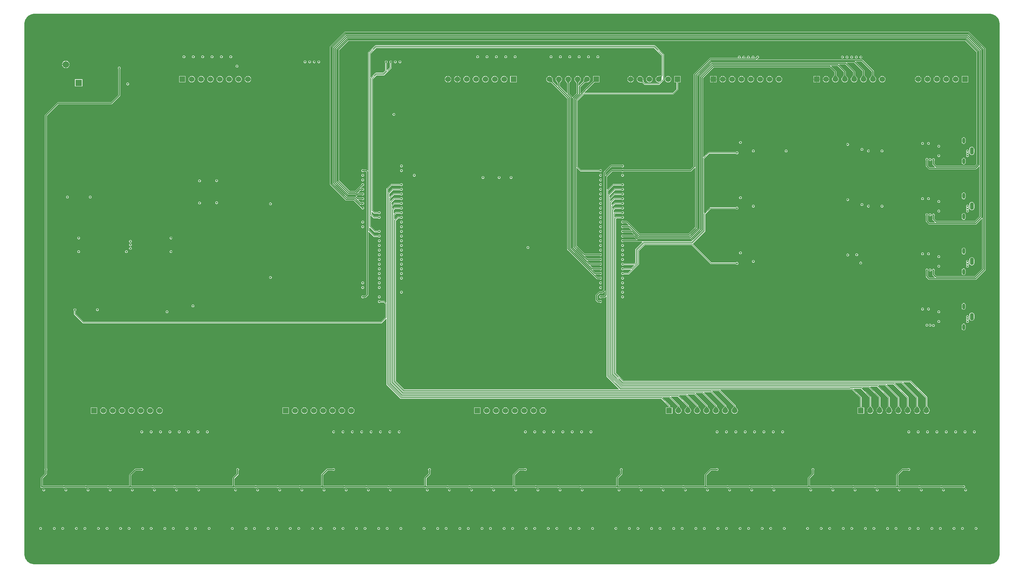
<source format=gbr>
%TF.GenerationSoftware,Altium Limited,Altium Designer,20.0.13 (296)*%
G04 Layer_Physical_Order=4*
G04 Layer_Color=16711680*
%FSLAX26Y26*%
%MOIN*%
%TF.FileFunction,Copper,L4,Bot,Signal*%
%TF.Part,Single*%
G01*
G75*
%TA.AperFunction,Conductor*%
%ADD32C,0.007874*%
%ADD33C,0.011811*%
%TA.AperFunction,ComponentPad*%
%ADD35O,0.043307X0.078740*%
%ADD36O,0.031496X0.062992*%
%ADD37R,0.060000X0.060000*%
%ADD38C,0.060000*%
%ADD39R,0.070866X0.070866*%
%ADD40C,0.070866*%
%TA.AperFunction,ViaPad*%
%ADD41C,0.029528*%
%ADD42C,0.196850*%
%ADD43C,0.019685*%
G36*
X10336091Y5893628D02*
X10349775Y5889961D01*
X10362864Y5884539D01*
X10375133Y5877456D01*
X10386372Y5868831D01*
X10396390Y5858814D01*
X10405015Y5847574D01*
X10412098Y5835305D01*
X10417520Y5822216D01*
X10421187Y5808531D01*
X10423036Y5794485D01*
X10423036Y5787401D01*
Y118110D01*
X10423036Y111026D01*
X10421187Y96980D01*
X10417520Y83296D01*
X10412098Y70207D01*
X10405015Y57938D01*
X10396390Y46698D01*
X10386372Y36680D01*
X10375132Y28056D01*
X10362864Y20973D01*
X10349774Y15551D01*
X10336091Y11884D01*
X10322044Y10035D01*
X111027D01*
X96981Y11884D01*
X83296Y15551D01*
X70207Y20972D01*
X57938Y28056D01*
X46698Y36680D01*
X36680Y46698D01*
X28056Y57938D01*
X20973Y70207D01*
X15551Y83296D01*
X11884Y96980D01*
X10035Y111027D01*
Y118110D01*
Y5787402D01*
Y5794485D01*
X11884Y5808531D01*
X15551Y5822216D01*
X20972Y5835305D01*
X28056Y5847574D01*
X36680Y5858814D01*
X46698Y5868831D01*
X57938Y5877456D01*
X70207Y5884539D01*
X83296Y5889961D01*
X96981Y5893628D01*
X111026Y5895477D01*
X10322044D01*
X10336091Y5893628D01*
D02*
G37*
%LPC*%
G36*
X7838992Y5447120D02*
X7833616Y5446051D01*
X7829058Y5443005D01*
X7826012Y5438447D01*
X7825479Y5435770D01*
X7825028Y5435044D01*
X7824951Y5434574D01*
X7824877Y5434257D01*
X7824783Y5433953D01*
X7824671Y5433660D01*
X7824535Y5433369D01*
X7824377Y5433082D01*
X7824193Y5432794D01*
X7823979Y5432503D01*
X7823731Y5432207D01*
X7823366Y5431821D01*
X7823253Y5431524D01*
X7814757Y5423027D01*
X7805655D01*
X7802840Y5427566D01*
X7802826Y5428027D01*
X7803829Y5433071D01*
X7802760Y5438447D01*
X7799714Y5443005D01*
X7795156Y5446051D01*
X7789779Y5447120D01*
X7784403Y5446051D01*
X7779845Y5443005D01*
X7776800Y5438447D01*
X7775730Y5433071D01*
X7776733Y5428027D01*
X7776720Y5427566D01*
X7773904Y5423027D01*
X7756442D01*
X7753627Y5427566D01*
X7753613Y5428027D01*
X7754616Y5433071D01*
X7753547Y5438447D01*
X7750501Y5443005D01*
X7745943Y5446051D01*
X7740567Y5447120D01*
X7735190Y5446051D01*
X7730632Y5443005D01*
X7727587Y5438447D01*
X7726517Y5433071D01*
X7727521Y5428027D01*
X7727507Y5427566D01*
X7724692Y5423027D01*
X7707229D01*
X7704414Y5427566D01*
X7704400Y5428027D01*
X7705404Y5433071D01*
X7704334Y5438447D01*
X7701289Y5443005D01*
X7696731Y5446051D01*
X7691354Y5447120D01*
X7685978Y5446051D01*
X7681420Y5443005D01*
X7678374Y5438447D01*
X7677305Y5433071D01*
X7678308Y5428027D01*
X7678294Y5427566D01*
X7675479Y5423027D01*
X7658017D01*
X7655202Y5427566D01*
X7655188Y5428027D01*
X7656191Y5433071D01*
X7655122Y5438447D01*
X7652076Y5443005D01*
X7647518Y5446051D01*
X7642142Y5447120D01*
X7636765Y5446051D01*
X7632207Y5443005D01*
X7629162Y5438447D01*
X7628092Y5433071D01*
X7629096Y5428027D01*
X7629082Y5427566D01*
X7626267Y5423027D01*
X7333908D01*
X7330068Y5422263D01*
X7326812Y5420088D01*
X7159912Y5253188D01*
X7157737Y5249932D01*
X7156973Y5246092D01*
Y4266165D01*
X7119150Y4228342D01*
X6409861D01*
X6409572Y4228472D01*
X6409039Y4228487D01*
X6408656Y4228521D01*
X6408299Y4228576D01*
X6407964Y4228649D01*
X6407649Y4228740D01*
X6407350Y4228850D01*
X6407061Y4228978D01*
X6406780Y4229127D01*
X6406505Y4229297D01*
X6406117Y4229576D01*
X6405285Y4229770D01*
X6403014Y4231287D01*
X6397638Y4232356D01*
X6392261Y4231287D01*
X6389991Y4229770D01*
X6389159Y4229576D01*
X6388771Y4229297D01*
X6388495Y4229127D01*
X6388215Y4228978D01*
X6387927Y4228850D01*
X6387626Y4228740D01*
X6387312Y4228649D01*
X6386977Y4228576D01*
X6386619Y4228521D01*
X6386236Y4228487D01*
X6385704Y4228472D01*
X6385415Y4228342D01*
X6283307D01*
X6279467Y4227578D01*
X6276211Y4225403D01*
X6220127Y4169319D01*
X6215508Y4171233D01*
Y4196316D01*
X6277464Y4258272D01*
X6385415D01*
X6385704Y4258142D01*
X6386236Y4258127D01*
X6386619Y4258093D01*
X6386977Y4258038D01*
X6387312Y4257965D01*
X6387626Y4257874D01*
X6387926Y4257765D01*
X6388215Y4257636D01*
X6388495Y4257488D01*
X6388771Y4257317D01*
X6389159Y4257038D01*
X6389991Y4256844D01*
X6392261Y4255327D01*
X6397638Y4254257D01*
X6403014Y4255327D01*
X6407572Y4258373D01*
X6410618Y4262931D01*
X6411687Y4268307D01*
X6410618Y4273684D01*
X6407572Y4278242D01*
X6403014Y4281287D01*
X6397638Y4282356D01*
X6392261Y4281287D01*
X6389991Y4279770D01*
X6389159Y4279576D01*
X6388771Y4279297D01*
X6388495Y4279127D01*
X6388215Y4278978D01*
X6387927Y4278850D01*
X6387626Y4278740D01*
X6387312Y4278649D01*
X6386977Y4278576D01*
X6386619Y4278521D01*
X6386236Y4278487D01*
X6385704Y4278472D01*
X6385415Y4278342D01*
X6273307D01*
X6269467Y4277578D01*
X6266211Y4275403D01*
X6198377Y4207569D01*
X6196201Y4204313D01*
X6195437Y4200472D01*
Y2944629D01*
X6175843Y2925035D01*
X6150000D01*
X6146160Y2924271D01*
X6142904Y2922096D01*
X6112904Y2892096D01*
X6110729Y2888840D01*
X6109965Y2885000D01*
Y2835000D01*
X6110729Y2831160D01*
X6112904Y2827904D01*
X6128090Y2812718D01*
X6131346Y2810542D01*
X6135186Y2809778D01*
X6147774D01*
X6147851Y2809727D01*
X6148106Y2809778D01*
X6148216D01*
X6148490Y2809651D01*
X6148923Y2809632D01*
X6149166Y2809600D01*
X6149413Y2809545D01*
X6149670Y2809464D01*
X6149946Y2809351D01*
X6150242Y2809202D01*
X6150560Y2809011D01*
X6150903Y2808770D01*
X6151265Y2808479D01*
X6151736Y2808052D01*
X6152225Y2807877D01*
X6156041Y2805327D01*
X6161417Y2804258D01*
X6166794Y2805327D01*
X6171352Y2808372D01*
X6174397Y2812930D01*
X6175467Y2818307D01*
X6174397Y2823684D01*
X6171352Y2828242D01*
X6166794Y2831287D01*
X6161417Y2832356D01*
X6156041Y2831287D01*
X6154911Y2830532D01*
X6154275Y2830465D01*
X6154087Y2830363D01*
X6154013Y2830330D01*
X6153928Y2830301D01*
X6153305Y2830148D01*
X6153094Y2830113D01*
X6151517Y2829988D01*
X6150944Y2829980D01*
X6150640Y2829849D01*
X6139343D01*
X6130035Y2839157D01*
Y2880843D01*
X6154157Y2904965D01*
X6180000D01*
X6183840Y2905729D01*
X6187096Y2907904D01*
X6206566Y2927374D01*
X6211185Y2925460D01*
Y2890377D01*
X6199150Y2878342D01*
X6173640D01*
X6173351Y2878472D01*
X6172819Y2878487D01*
X6172435Y2878521D01*
X6172078Y2878576D01*
X6171743Y2878649D01*
X6171429Y2878740D01*
X6171129Y2878849D01*
X6170840Y2878978D01*
X6170560Y2879126D01*
X6170284Y2879297D01*
X6169896Y2879576D01*
X6169064Y2879770D01*
X6166794Y2881287D01*
X6161417Y2882356D01*
X6156041Y2881287D01*
X6151483Y2878242D01*
X6148437Y2873684D01*
X6147368Y2868307D01*
X6148437Y2862930D01*
X6151483Y2858372D01*
X6156041Y2855327D01*
X6161417Y2854258D01*
X6166794Y2855327D01*
X6169064Y2856844D01*
X6169896Y2857038D01*
X6170284Y2857317D01*
X6170560Y2857488D01*
X6170840Y2857636D01*
X6171128Y2857764D01*
X6171429Y2857874D01*
X6171743Y2857965D01*
X6172078Y2858038D01*
X6172435Y2858093D01*
X6172819Y2858127D01*
X6173351Y2858142D01*
X6173640Y2858272D01*
X6203307D01*
X6207147Y2859036D01*
X6210403Y2861211D01*
X6222352Y2873160D01*
X6226972Y2871247D01*
Y2020000D01*
X6227583Y2016928D01*
X6229323Y2014323D01*
X6360133Y1883514D01*
X6358219Y1878894D01*
X4067569D01*
X3975705Y1970758D01*
Y3684352D01*
X4001632Y3710279D01*
X4021766D01*
X4021887Y3710190D01*
X4022024Y3710157D01*
X4022081Y3710127D01*
X4022170Y3710119D01*
X4022317Y3710066D01*
X4022651Y3709916D01*
X4023011Y3709727D01*
X4026003Y3707753D01*
X4026874Y3707097D01*
X4027743Y3706873D01*
X4030057Y3705327D01*
X4035433Y3704258D01*
X4040810Y3705327D01*
X4045368Y3708372D01*
X4048413Y3712930D01*
X4049483Y3718307D01*
X4048413Y3723684D01*
X4045368Y3728242D01*
X4040810Y3731287D01*
X4035433Y3732356D01*
X4030057Y3731287D01*
X4027743Y3729741D01*
X4026874Y3729517D01*
X4025956Y3728826D01*
X4024357Y3727704D01*
X4023076Y3726921D01*
X4022651Y3726698D01*
X4022317Y3726548D01*
X4022170Y3726495D01*
X4022081Y3726487D01*
X4022024Y3726457D01*
X4021887Y3726424D01*
X4021766Y3726335D01*
X3998307D01*
X3998307Y3726335D01*
X3995235Y3725724D01*
X3992630Y3723984D01*
X3992630Y3723984D01*
X3968514Y3699867D01*
X3963894Y3701781D01*
Y3742541D01*
X3981632Y3760279D01*
X4021766D01*
X4021887Y3760190D01*
X4022024Y3760157D01*
X4022081Y3760127D01*
X4022170Y3760119D01*
X4022317Y3760066D01*
X4022651Y3759916D01*
X4023011Y3759727D01*
X4026003Y3757753D01*
X4026874Y3757097D01*
X4027743Y3756873D01*
X4030057Y3755327D01*
X4035433Y3754258D01*
X4040810Y3755327D01*
X4045368Y3758372D01*
X4048413Y3762930D01*
X4049483Y3768307D01*
X4048413Y3773684D01*
X4045368Y3778242D01*
X4040810Y3781287D01*
X4035433Y3782356D01*
X4030057Y3781287D01*
X4027743Y3779741D01*
X4026874Y3779517D01*
X4025956Y3778826D01*
X4024357Y3777704D01*
X4023076Y3776921D01*
X4022651Y3776698D01*
X4022317Y3776548D01*
X4022170Y3776495D01*
X4022081Y3776487D01*
X4022024Y3776457D01*
X4021887Y3776424D01*
X4021766Y3776335D01*
X3978307D01*
X3978307Y3776335D01*
X3975235Y3775724D01*
X3972630Y3773984D01*
X3972630Y3773984D01*
X3956703Y3758057D01*
X3952083Y3759970D01*
Y3795729D01*
X3966632Y3810279D01*
X4021766D01*
X4021887Y3810190D01*
X4022024Y3810157D01*
X4022081Y3810127D01*
X4022170Y3810119D01*
X4022317Y3810066D01*
X4022651Y3809916D01*
X4023011Y3809727D01*
X4026003Y3807753D01*
X4026874Y3807097D01*
X4027743Y3806873D01*
X4030057Y3805327D01*
X4035433Y3804258D01*
X4040810Y3805327D01*
X4045368Y3808372D01*
X4048413Y3812930D01*
X4049483Y3818307D01*
X4048413Y3823684D01*
X4045368Y3828242D01*
X4040810Y3831287D01*
X4035433Y3832356D01*
X4030057Y3831287D01*
X4027743Y3829741D01*
X4026874Y3829517D01*
X4025956Y3828826D01*
X4024357Y3827704D01*
X4023076Y3826921D01*
X4022651Y3826698D01*
X4022317Y3826548D01*
X4022170Y3826495D01*
X4022081Y3826487D01*
X4022024Y3826457D01*
X4021887Y3826424D01*
X4021766Y3826335D01*
X3963307D01*
X3960235Y3825724D01*
X3957630Y3823984D01*
X3957630Y3823984D01*
X3944892Y3811245D01*
X3940272Y3813159D01*
Y3838919D01*
X3961632Y3860279D01*
X4021766D01*
X4021887Y3860190D01*
X4022024Y3860157D01*
X4022081Y3860127D01*
X4022170Y3860119D01*
X4022317Y3860066D01*
X4022651Y3859916D01*
X4023011Y3859727D01*
X4026003Y3857753D01*
X4026874Y3857097D01*
X4027743Y3856873D01*
X4030057Y3855327D01*
X4035433Y3854258D01*
X4040810Y3855327D01*
X4045368Y3858372D01*
X4048413Y3862930D01*
X4049483Y3868307D01*
X4048413Y3873684D01*
X4045368Y3878242D01*
X4040810Y3881287D01*
X4035433Y3882356D01*
X4030057Y3881287D01*
X4027743Y3879741D01*
X4026874Y3879517D01*
X4025956Y3878826D01*
X4024357Y3877704D01*
X4023076Y3876921D01*
X4022651Y3876698D01*
X4022317Y3876548D01*
X4022170Y3876495D01*
X4022081Y3876487D01*
X4022024Y3876457D01*
X4021887Y3876424D01*
X4021766Y3876335D01*
X3958307D01*
X3955235Y3875724D01*
X3952630Y3873984D01*
X3952630Y3873984D01*
X3933081Y3854434D01*
X3928461Y3856348D01*
Y3877108D01*
X3961632Y3910279D01*
X4021766D01*
X4021887Y3910190D01*
X4022024Y3910157D01*
X4022081Y3910127D01*
X4022170Y3910119D01*
X4022317Y3910066D01*
X4022651Y3909916D01*
X4023011Y3909727D01*
X4026003Y3907753D01*
X4026874Y3907097D01*
X4027743Y3906873D01*
X4030057Y3905327D01*
X4035433Y3904258D01*
X4040810Y3905327D01*
X4045368Y3908372D01*
X4048413Y3912930D01*
X4049483Y3918307D01*
X4048413Y3923684D01*
X4045368Y3928242D01*
X4040810Y3931287D01*
X4035433Y3932356D01*
X4030057Y3931287D01*
X4027743Y3929741D01*
X4026874Y3929517D01*
X4025956Y3928826D01*
X4024357Y3927704D01*
X4023076Y3926921D01*
X4022651Y3926698D01*
X4022317Y3926548D01*
X4022170Y3926495D01*
X4022081Y3926487D01*
X4022024Y3926457D01*
X4021887Y3926424D01*
X4021766Y3926335D01*
X3958307D01*
X3955235Y3925724D01*
X3952630Y3923984D01*
X3952630Y3923984D01*
X3921270Y3892624D01*
X3916650Y3894537D01*
Y3920296D01*
X3956632Y3960279D01*
X4021766D01*
X4021887Y3960190D01*
X4022024Y3960157D01*
X4022081Y3960127D01*
X4022170Y3960119D01*
X4022317Y3960066D01*
X4022651Y3959916D01*
X4023011Y3959727D01*
X4026003Y3957753D01*
X4026874Y3957097D01*
X4027743Y3956873D01*
X4030057Y3955327D01*
X4035433Y3954258D01*
X4040810Y3955327D01*
X4045368Y3958372D01*
X4048413Y3962930D01*
X4049483Y3968307D01*
X4048413Y3973684D01*
X4045368Y3978242D01*
X4040810Y3981287D01*
X4035433Y3982356D01*
X4030057Y3981287D01*
X4027743Y3979741D01*
X4026874Y3979517D01*
X4025956Y3978826D01*
X4024357Y3977704D01*
X4023076Y3976921D01*
X4022651Y3976698D01*
X4022317Y3976548D01*
X4022170Y3976495D01*
X4022081Y3976487D01*
X4022024Y3976457D01*
X4021887Y3976424D01*
X4021766Y3976335D01*
X3953307D01*
X3950235Y3975724D01*
X3947630Y3973984D01*
X3947630Y3973984D01*
X3909459Y3935812D01*
X3904839Y3937726D01*
Y3968485D01*
X3946632Y4010279D01*
X4021766D01*
X4021887Y4010190D01*
X4022024Y4010157D01*
X4022081Y4010127D01*
X4022170Y4010119D01*
X4022317Y4010066D01*
X4022651Y4009916D01*
X4023011Y4009727D01*
X4026003Y4007753D01*
X4026874Y4007097D01*
X4027743Y4006873D01*
X4030057Y4005327D01*
X4035433Y4004258D01*
X4040810Y4005327D01*
X4045368Y4008372D01*
X4048413Y4012930D01*
X4049483Y4018307D01*
X4048413Y4023684D01*
X4045368Y4028242D01*
X4040810Y4031287D01*
X4035433Y4032356D01*
X4030057Y4031287D01*
X4027743Y4029741D01*
X4026874Y4029517D01*
X4025956Y4028826D01*
X4024357Y4027704D01*
X4023076Y4026921D01*
X4022651Y4026698D01*
X4022317Y4026548D01*
X4022170Y4026495D01*
X4022081Y4026487D01*
X4022024Y4026457D01*
X4021887Y4026424D01*
X4021766Y4026335D01*
X3943307D01*
X3943307Y4026335D01*
X3940235Y4025724D01*
X3937630Y4023984D01*
X3937630Y4023984D01*
X3897648Y3984001D01*
X3893028Y3985915D01*
Y4021675D01*
X3931632Y4060279D01*
X4021766D01*
X4021887Y4060190D01*
X4022024Y4060157D01*
X4022081Y4060127D01*
X4022170Y4060119D01*
X4022317Y4060066D01*
X4022651Y4059916D01*
X4023011Y4059727D01*
X4026003Y4057753D01*
X4026874Y4057097D01*
X4027743Y4056873D01*
X4030057Y4055327D01*
X4035433Y4054258D01*
X4040810Y4055327D01*
X4045368Y4058372D01*
X4048413Y4062930D01*
X4049483Y4068307D01*
X4048413Y4073684D01*
X4045368Y4078242D01*
X4040810Y4081287D01*
X4035433Y4082356D01*
X4030057Y4081287D01*
X4027743Y4079741D01*
X4026874Y4079517D01*
X4025956Y4078826D01*
X4024357Y4077704D01*
X4023076Y4076921D01*
X4022651Y4076698D01*
X4022317Y4076548D01*
X4022170Y4076495D01*
X4022081Y4076487D01*
X4022024Y4076457D01*
X4021887Y4076424D01*
X4021766Y4076335D01*
X3928307D01*
X3925235Y4075724D01*
X3922630Y4073984D01*
X3922630Y4073984D01*
X3879323Y4030677D01*
X3877583Y4028072D01*
X3876972Y4025000D01*
Y2809104D01*
X3872352Y2807191D01*
X3855559Y2823984D01*
X3852954Y2825724D01*
X3849882Y2826335D01*
X3812880D01*
X3812758Y2826424D01*
X3812621Y2826457D01*
X3812565Y2826487D01*
X3812475Y2826495D01*
X3812329Y2826548D01*
X3811995Y2826698D01*
X3811634Y2826887D01*
X3808642Y2828861D01*
X3807771Y2829517D01*
X3806902Y2829741D01*
X3804589Y2831287D01*
X3799213Y2832356D01*
X3793836Y2831287D01*
X3789278Y2828242D01*
X3786233Y2823684D01*
X3785163Y2818307D01*
X3786233Y2812930D01*
X3789278Y2808372D01*
X3793836Y2805327D01*
X3799213Y2804258D01*
X3804589Y2805327D01*
X3806902Y2806873D01*
X3807771Y2807097D01*
X3808689Y2807788D01*
X3810289Y2808910D01*
X3811570Y2809693D01*
X3811995Y2809916D01*
X3812329Y2810066D01*
X3812475Y2810119D01*
X3812565Y2810127D01*
X3812621Y2810157D01*
X3812758Y2810190D01*
X3812880Y2810279D01*
X3846557D01*
X3865161Y2791675D01*
Y2651515D01*
X3816675Y2603028D01*
X643325D01*
X556733Y2689621D01*
Y2717789D01*
X556822Y2717911D01*
X556855Y2718048D01*
X556885Y2718104D01*
X556893Y2718194D01*
X556946Y2718340D01*
X557096Y2718675D01*
X557284Y2719035D01*
X559259Y2722027D01*
X559915Y2722898D01*
X560139Y2723767D01*
X561685Y2726080D01*
X562754Y2731457D01*
X561685Y2736833D01*
X558639Y2741391D01*
X554081Y2744437D01*
X548705Y2745506D01*
X543328Y2744437D01*
X538770Y2741391D01*
X535725Y2736833D01*
X534655Y2731457D01*
X535725Y2726080D01*
X537270Y2723767D01*
X537495Y2722898D01*
X538186Y2721980D01*
X539307Y2720381D01*
X540091Y2719100D01*
X540314Y2718675D01*
X540464Y2718340D01*
X540516Y2718194D01*
X540525Y2718104D01*
X540554Y2718048D01*
X540588Y2717911D01*
X540676Y2717789D01*
Y2686295D01*
X541288Y2683223D01*
X543028Y2680618D01*
X634323Y2589323D01*
X634323Y2589323D01*
X636928Y2587583D01*
X640000Y2586972D01*
X640000Y2586972D01*
X3820000D01*
X3823072Y2587583D01*
X3825677Y2589323D01*
X3872352Y2635999D01*
X3876972Y2634085D01*
Y1933187D01*
X3877583Y1930115D01*
X3879323Y1927510D01*
X4024321Y1782512D01*
X4026926Y1780772D01*
X4029998Y1780161D01*
X6808485D01*
X6886066Y1702580D01*
Y1691787D01*
X6885898Y1691408D01*
X6885861Y1690018D01*
X6885769Y1688949D01*
X6885631Y1688114D01*
X6885476Y1687529D01*
X6885457Y1687480D01*
X6860158D01*
Y1619606D01*
X6928032D01*
Y1687480D01*
X6902732D01*
X6902713Y1687529D01*
X6902558Y1688114D01*
X6902420Y1688949D01*
X6902328Y1690018D01*
X6902292Y1691408D01*
X6902123Y1691787D01*
Y1705906D01*
X6901512Y1708978D01*
X6899771Y1711582D01*
X6899771Y1711583D01*
X6824002Y1787352D01*
X6825915Y1791972D01*
X6896675D01*
X6986066Y1702580D01*
Y1697046D01*
X6967050Y1674570D01*
X6966762Y1673670D01*
X6964451Y1670658D01*
X6961031Y1662403D01*
X6959865Y1653543D01*
X6961031Y1644684D01*
X6964451Y1636428D01*
X6969890Y1629339D01*
X6976980Y1623899D01*
X6985235Y1620480D01*
X6994095Y1619313D01*
X7002954Y1620480D01*
X7011209Y1623899D01*
X7018299Y1629339D01*
X7023738Y1636428D01*
X7027158Y1644684D01*
X7028324Y1653543D01*
X7027158Y1662403D01*
X7023738Y1670658D01*
X7021476Y1673607D01*
X7021245Y1674440D01*
X7011119Y1687409D01*
X7011059Y1687443D01*
X7011038Y1687509D01*
X7004486Y1695396D01*
X7004377Y1695454D01*
X7004334Y1695570D01*
X7002944Y1697070D01*
X7002803Y1697134D01*
X7002740Y1697275D01*
X7002123Y1697856D01*
Y1705906D01*
X7001512Y1708978D01*
X6999771Y1711582D01*
X6912190Y1799163D01*
X6914104Y1803783D01*
X6984864D01*
X7086066Y1702580D01*
Y1697046D01*
X7067050Y1674570D01*
X7066762Y1673670D01*
X7064451Y1670658D01*
X7061031Y1662403D01*
X7059865Y1653543D01*
X7061031Y1644684D01*
X7064451Y1636428D01*
X7069890Y1629339D01*
X7076980Y1623899D01*
X7085235Y1620480D01*
X7094095Y1619313D01*
X7102954Y1620480D01*
X7111209Y1623899D01*
X7118299Y1629339D01*
X7123738Y1636428D01*
X7127158Y1644684D01*
X7128324Y1653543D01*
X7127158Y1662403D01*
X7123738Y1670658D01*
X7121476Y1673607D01*
X7121245Y1674440D01*
X7111119Y1687409D01*
X7111059Y1687443D01*
X7111038Y1687509D01*
X7104486Y1695396D01*
X7104377Y1695454D01*
X7104334Y1695570D01*
X7102944Y1697070D01*
X7102803Y1697134D01*
X7102740Y1697275D01*
X7102123Y1697856D01*
Y1705905D01*
X7102123Y1705906D01*
X7101512Y1708978D01*
X7099771Y1711582D01*
X7000380Y1810974D01*
X7002293Y1815594D01*
X7073052D01*
X7186066Y1702580D01*
Y1697046D01*
X7167050Y1674570D01*
X7166762Y1673670D01*
X7164451Y1670658D01*
X7161031Y1662403D01*
X7159865Y1653543D01*
X7161031Y1644684D01*
X7164451Y1636428D01*
X7169890Y1629339D01*
X7176980Y1623899D01*
X7185235Y1620480D01*
X7194095Y1619313D01*
X7202954Y1620480D01*
X7211209Y1623899D01*
X7218299Y1629339D01*
X7223738Y1636428D01*
X7227158Y1644684D01*
X7228324Y1653543D01*
X7227158Y1662403D01*
X7223738Y1670658D01*
X7221476Y1673607D01*
X7221245Y1674440D01*
X7211119Y1687409D01*
X7211059Y1687443D01*
X7211038Y1687509D01*
X7204486Y1695396D01*
X7204377Y1695454D01*
X7204334Y1695570D01*
X7202944Y1697070D01*
X7202803Y1697134D01*
X7202740Y1697275D01*
X7202123Y1697856D01*
Y1705905D01*
X7202123Y1705906D01*
X7201512Y1708978D01*
X7199771Y1711582D01*
X7199771Y1711583D01*
X7088569Y1822785D01*
X7090482Y1827405D01*
X7161242D01*
X7286066Y1702580D01*
Y1697046D01*
X7267050Y1674570D01*
X7266762Y1673670D01*
X7264451Y1670658D01*
X7261031Y1662403D01*
X7259865Y1653543D01*
X7261031Y1644684D01*
X7264451Y1636428D01*
X7269890Y1629339D01*
X7276980Y1623899D01*
X7285235Y1620480D01*
X7294095Y1619313D01*
X7302954Y1620480D01*
X7311209Y1623899D01*
X7318299Y1629339D01*
X7323738Y1636428D01*
X7327158Y1644684D01*
X7328324Y1653543D01*
X7327158Y1662403D01*
X7323738Y1670658D01*
X7321476Y1673607D01*
X7321245Y1674440D01*
X7311119Y1687409D01*
X7311059Y1687443D01*
X7311038Y1687509D01*
X7304486Y1695396D01*
X7304377Y1695454D01*
X7304334Y1695570D01*
X7302944Y1697070D01*
X7302803Y1697134D01*
X7302740Y1697275D01*
X7302123Y1697856D01*
Y1705906D01*
X7301512Y1708978D01*
X7299771Y1711582D01*
X7299771Y1711583D01*
X7176757Y1834596D01*
X7178671Y1839216D01*
X7249431D01*
X7386066Y1702580D01*
Y1697046D01*
X7367050Y1674570D01*
X7366762Y1673670D01*
X7364451Y1670658D01*
X7361031Y1662403D01*
X7359865Y1653543D01*
X7361031Y1644684D01*
X7364451Y1636428D01*
X7369890Y1629339D01*
X7376980Y1623899D01*
X7385235Y1620480D01*
X7394095Y1619313D01*
X7402954Y1620480D01*
X7411209Y1623899D01*
X7418299Y1629339D01*
X7423738Y1636428D01*
X7427158Y1644684D01*
X7428324Y1653543D01*
X7427158Y1662403D01*
X7423738Y1670658D01*
X7421476Y1673607D01*
X7421245Y1674440D01*
X7411119Y1687409D01*
X7411059Y1687443D01*
X7411038Y1687509D01*
X7404486Y1695396D01*
X7404377Y1695454D01*
X7404334Y1695570D01*
X7402944Y1697070D01*
X7402803Y1697134D01*
X7402740Y1697275D01*
X7402123Y1697856D01*
Y1705906D01*
X7401512Y1708978D01*
X7399771Y1711582D01*
X7399771Y1711583D01*
X7264947Y1846407D01*
X7266860Y1851027D01*
X7337619D01*
X7486066Y1702580D01*
Y1697046D01*
X7467050Y1674570D01*
X7466762Y1673670D01*
X7464451Y1670658D01*
X7461031Y1662403D01*
X7459865Y1653543D01*
X7461031Y1644684D01*
X7464451Y1636428D01*
X7469890Y1629339D01*
X7476980Y1623899D01*
X7485235Y1620480D01*
X7494095Y1619313D01*
X7502954Y1620480D01*
X7511209Y1623899D01*
X7518299Y1629339D01*
X7523738Y1636428D01*
X7527158Y1644684D01*
X7528324Y1653543D01*
X7527158Y1662403D01*
X7523738Y1670658D01*
X7521476Y1673607D01*
X7521245Y1674440D01*
X7511119Y1687409D01*
X7511059Y1687443D01*
X7511038Y1687509D01*
X7504486Y1695396D01*
X7504377Y1695454D01*
X7504334Y1695570D01*
X7502944Y1697070D01*
X7502803Y1697134D01*
X7502740Y1697275D01*
X7502123Y1697856D01*
Y1705906D01*
X7501512Y1708978D01*
X7499771Y1711582D01*
X7353136Y1858218D01*
X7355049Y1862838D01*
X7425809D01*
X7586066Y1702580D01*
Y1697046D01*
X7567050Y1674570D01*
X7566762Y1673670D01*
X7564451Y1670658D01*
X7561031Y1662403D01*
X7559865Y1653543D01*
X7561031Y1644684D01*
X7564451Y1636428D01*
X7569890Y1629339D01*
X7576980Y1623899D01*
X7585235Y1620480D01*
X7594095Y1619313D01*
X7602954Y1620480D01*
X7611209Y1623899D01*
X7618299Y1629339D01*
X7623738Y1636428D01*
X7627158Y1644684D01*
X7628324Y1653543D01*
X7627158Y1662403D01*
X7623738Y1670658D01*
X7621476Y1673607D01*
X7621245Y1674440D01*
X7611119Y1687409D01*
X7611059Y1687443D01*
X7611038Y1687509D01*
X7604486Y1695396D01*
X7604377Y1695454D01*
X7604334Y1695570D01*
X7602944Y1697070D01*
X7602803Y1697134D01*
X7602740Y1697275D01*
X7602123Y1697856D01*
Y1705905D01*
X7602123Y1705906D01*
X7601512Y1708978D01*
X7599771Y1711582D01*
X7599771Y1711583D01*
X7441324Y1870029D01*
X7443238Y1874649D01*
X8848997D01*
X8933310Y1790336D01*
Y1691787D01*
X8933142Y1691408D01*
X8933105Y1690018D01*
X8933013Y1688949D01*
X8932876Y1688114D01*
X8932720Y1687529D01*
X8932701Y1687480D01*
X8907402D01*
Y1619606D01*
X8975276D01*
Y1687480D01*
X8949976D01*
X8949957Y1687529D01*
X8949802Y1688114D01*
X8949665Y1688949D01*
X8949572Y1690018D01*
X8949536Y1691408D01*
X8949367Y1691787D01*
Y1793661D01*
X8949367Y1793661D01*
X8948756Y1796734D01*
X8947015Y1799338D01*
X8947015Y1799339D01*
X8864002Y1882352D01*
X8865915Y1886972D01*
X8941674D01*
X9033310Y1795336D01*
Y1697046D01*
X9014294Y1674570D01*
X9014006Y1673670D01*
X9011695Y1670658D01*
X9008275Y1662403D01*
X9007109Y1653543D01*
X9008275Y1644684D01*
X9011695Y1636428D01*
X9017135Y1629339D01*
X9024224Y1623899D01*
X9032479Y1620480D01*
X9041339Y1619313D01*
X9050198Y1620480D01*
X9058453Y1623899D01*
X9065543Y1629339D01*
X9070983Y1636428D01*
X9074402Y1644684D01*
X9075568Y1653543D01*
X9074402Y1662403D01*
X9070983Y1670658D01*
X9068720Y1673607D01*
X9068489Y1674440D01*
X9058363Y1687409D01*
X9058303Y1687443D01*
X9058282Y1687509D01*
X9051730Y1695396D01*
X9051621Y1695454D01*
X9051578Y1695570D01*
X9050188Y1697070D01*
X9050048Y1697134D01*
X9049984Y1697275D01*
X9049367Y1697856D01*
Y1798661D01*
X9049367Y1798661D01*
X9048756Y1801734D01*
X9047015Y1804338D01*
X9047015Y1804339D01*
X8957191Y1894163D01*
X8959104Y1898783D01*
X9024863D01*
X9133310Y1790336D01*
Y1697046D01*
X9114294Y1674570D01*
X9114006Y1673670D01*
X9111695Y1670658D01*
X9108275Y1662403D01*
X9107109Y1653543D01*
X9108275Y1644684D01*
X9111695Y1636428D01*
X9117135Y1629339D01*
X9124224Y1623899D01*
X9132479Y1620480D01*
X9141339Y1619313D01*
X9150198Y1620480D01*
X9158453Y1623899D01*
X9165543Y1629339D01*
X9170983Y1636428D01*
X9174402Y1644684D01*
X9175568Y1653543D01*
X9174402Y1662403D01*
X9170983Y1670658D01*
X9168720Y1673607D01*
X9168489Y1674440D01*
X9158363Y1687409D01*
X9158303Y1687443D01*
X9158282Y1687509D01*
X9151730Y1695396D01*
X9151621Y1695454D01*
X9151578Y1695570D01*
X9150188Y1697070D01*
X9150048Y1697134D01*
X9149984Y1697275D01*
X9149367Y1697856D01*
Y1793661D01*
X9148756Y1796734D01*
X9147015Y1799338D01*
X9040379Y1905974D01*
X9042293Y1910594D01*
X9113052D01*
X9233310Y1790336D01*
Y1697046D01*
X9214294Y1674570D01*
X9214006Y1673670D01*
X9211695Y1670658D01*
X9208275Y1662403D01*
X9207109Y1653543D01*
X9208275Y1644684D01*
X9211695Y1636428D01*
X9217135Y1629339D01*
X9224224Y1623899D01*
X9232479Y1620480D01*
X9241339Y1619313D01*
X9250198Y1620480D01*
X9258453Y1623899D01*
X9265543Y1629339D01*
X9270983Y1636428D01*
X9274402Y1644684D01*
X9275568Y1653543D01*
X9274402Y1662403D01*
X9270983Y1670658D01*
X9268720Y1673607D01*
X9268489Y1674440D01*
X9258363Y1687409D01*
X9258303Y1687443D01*
X9258282Y1687509D01*
X9251730Y1695396D01*
X9251621Y1695454D01*
X9251578Y1695570D01*
X9250188Y1697070D01*
X9250048Y1697134D01*
X9249984Y1697275D01*
X9249367Y1697856D01*
Y1793661D01*
X9249367Y1793661D01*
X9248756Y1796734D01*
X9247015Y1799338D01*
X9247015Y1799339D01*
X9128568Y1917785D01*
X9130482Y1922405D01*
X9201242D01*
X9333310Y1790336D01*
Y1697046D01*
X9314294Y1674570D01*
X9314006Y1673670D01*
X9311695Y1670658D01*
X9308275Y1662403D01*
X9307109Y1653543D01*
X9308275Y1644684D01*
X9311695Y1636428D01*
X9317135Y1629339D01*
X9324224Y1623899D01*
X9332479Y1620480D01*
X9341339Y1619313D01*
X9350198Y1620480D01*
X9358453Y1623899D01*
X9365543Y1629339D01*
X9370983Y1636428D01*
X9374402Y1644684D01*
X9375568Y1653543D01*
X9374402Y1662403D01*
X9370983Y1670658D01*
X9368720Y1673607D01*
X9368489Y1674440D01*
X9358363Y1687409D01*
X9358303Y1687443D01*
X9358282Y1687509D01*
X9351730Y1695396D01*
X9351621Y1695454D01*
X9351578Y1695570D01*
X9350188Y1697070D01*
X9350048Y1697134D01*
X9349984Y1697275D01*
X9349367Y1697856D01*
Y1793661D01*
X9349367Y1793661D01*
X9348756Y1796734D01*
X9347015Y1799338D01*
X9347015Y1799339D01*
X9216757Y1929596D01*
X9218671Y1934216D01*
X9289431D01*
X9433310Y1790336D01*
Y1697046D01*
X9414294Y1674570D01*
X9414006Y1673670D01*
X9411695Y1670658D01*
X9408275Y1662403D01*
X9407109Y1653543D01*
X9408275Y1644684D01*
X9411695Y1636428D01*
X9417135Y1629339D01*
X9424224Y1623899D01*
X9432479Y1620480D01*
X9441339Y1619313D01*
X9450198Y1620480D01*
X9458453Y1623899D01*
X9465543Y1629339D01*
X9470983Y1636428D01*
X9474402Y1644684D01*
X9475568Y1653543D01*
X9474402Y1662403D01*
X9470983Y1670658D01*
X9468720Y1673607D01*
X9468489Y1674440D01*
X9458363Y1687409D01*
X9458303Y1687443D01*
X9458282Y1687509D01*
X9451730Y1695396D01*
X9451621Y1695454D01*
X9451578Y1695570D01*
X9450188Y1697070D01*
X9450048Y1697134D01*
X9449984Y1697275D01*
X9449367Y1697856D01*
Y1793661D01*
X9448756Y1796734D01*
X9447015Y1799338D01*
X9447015Y1799339D01*
X9304947Y1941407D01*
X9306860Y1946027D01*
X9377620D01*
X9533310Y1790336D01*
Y1697046D01*
X9514294Y1674570D01*
X9514006Y1673670D01*
X9511695Y1670658D01*
X9508275Y1662403D01*
X9507109Y1653543D01*
X9508275Y1644684D01*
X9511695Y1636428D01*
X9517135Y1629339D01*
X9524224Y1623899D01*
X9532479Y1620480D01*
X9541339Y1619313D01*
X9550198Y1620480D01*
X9558453Y1623899D01*
X9565543Y1629339D01*
X9570983Y1636428D01*
X9574402Y1644684D01*
X9575568Y1653543D01*
X9574402Y1662403D01*
X9570983Y1670658D01*
X9568720Y1673607D01*
X9568489Y1674440D01*
X9558363Y1687409D01*
X9558303Y1687443D01*
X9558282Y1687509D01*
X9551730Y1695396D01*
X9551621Y1695454D01*
X9551578Y1695570D01*
X9550188Y1697070D01*
X9550048Y1697134D01*
X9549984Y1697275D01*
X9549367Y1697856D01*
Y1793661D01*
X9548756Y1796734D01*
X9547015Y1799338D01*
X9393136Y1953218D01*
X9395049Y1957838D01*
X9465808D01*
X9633310Y1790336D01*
Y1697046D01*
X9614294Y1674570D01*
X9614006Y1673670D01*
X9611695Y1670658D01*
X9608275Y1662403D01*
X9607109Y1653543D01*
X9608275Y1644684D01*
X9611695Y1636428D01*
X9617135Y1629339D01*
X9624224Y1623899D01*
X9632479Y1620480D01*
X9641339Y1619313D01*
X9650198Y1620480D01*
X9658453Y1623899D01*
X9665543Y1629339D01*
X9670983Y1636428D01*
X9674402Y1644684D01*
X9675568Y1653543D01*
X9674402Y1662403D01*
X9670983Y1670658D01*
X9668720Y1673607D01*
X9668489Y1674440D01*
X9658363Y1687409D01*
X9658303Y1687443D01*
X9658282Y1687509D01*
X9651730Y1695396D01*
X9651621Y1695454D01*
X9651578Y1695570D01*
X9650188Y1697070D01*
X9650048Y1697134D01*
X9649984Y1697275D01*
X9649367Y1697856D01*
Y1793661D01*
X9649367Y1793661D01*
X9648756Y1796734D01*
X9647015Y1799338D01*
X9474811Y1971543D01*
X9472206Y1973283D01*
X9469134Y1973894D01*
X6409382D01*
X6325705Y2057571D01*
Y3704352D01*
X6331632Y3710279D01*
X6383971D01*
X6384092Y3710190D01*
X6384229Y3710157D01*
X6384285Y3710127D01*
X6384375Y3710119D01*
X6384521Y3710066D01*
X6384856Y3709916D01*
X6385216Y3709727D01*
X6388208Y3707753D01*
X6389079Y3707097D01*
X6389948Y3706873D01*
X6392261Y3705327D01*
X6397638Y3704258D01*
X6403014Y3705327D01*
X6407572Y3708372D01*
X6410618Y3712930D01*
X6411687Y3718307D01*
X6410618Y3723684D01*
X6407572Y3728242D01*
X6403014Y3731287D01*
X6397638Y3732356D01*
X6392261Y3731287D01*
X6389948Y3729741D01*
X6389079Y3729517D01*
X6388161Y3728826D01*
X6386562Y3727704D01*
X6385281Y3726921D01*
X6384856Y3726698D01*
X6384521Y3726548D01*
X6384375Y3726495D01*
X6384285Y3726487D01*
X6384229Y3726457D01*
X6384092Y3726424D01*
X6383971Y3726335D01*
X6328307D01*
X6328307Y3726335D01*
X6325235Y3725724D01*
X6322630Y3723984D01*
X6318514Y3719867D01*
X6313894Y3721781D01*
Y3752541D01*
X6321632Y3760279D01*
X6383971D01*
X6384092Y3760190D01*
X6384229Y3760157D01*
X6384285Y3760127D01*
X6384375Y3760119D01*
X6384521Y3760066D01*
X6384856Y3759916D01*
X6385216Y3759727D01*
X6388208Y3757753D01*
X6389079Y3757097D01*
X6389948Y3756873D01*
X6392261Y3755327D01*
X6397638Y3754258D01*
X6403014Y3755327D01*
X6407572Y3758372D01*
X6410618Y3762930D01*
X6411687Y3768307D01*
X6410618Y3773684D01*
X6407572Y3778242D01*
X6403014Y3781287D01*
X6397638Y3782356D01*
X6392261Y3781287D01*
X6389948Y3779741D01*
X6389079Y3779517D01*
X6388161Y3778826D01*
X6386562Y3777704D01*
X6385281Y3776921D01*
X6384856Y3776698D01*
X6384521Y3776548D01*
X6384375Y3776495D01*
X6384285Y3776487D01*
X6384229Y3776457D01*
X6384092Y3776424D01*
X6383971Y3776335D01*
X6318307D01*
X6315235Y3775724D01*
X6312630Y3773984D01*
X6312630Y3773984D01*
X6306703Y3768057D01*
X6302083Y3769970D01*
Y3795729D01*
X6316632Y3810279D01*
X6383971D01*
X6384092Y3810190D01*
X6384229Y3810157D01*
X6384285Y3810127D01*
X6384375Y3810119D01*
X6384521Y3810066D01*
X6384856Y3809916D01*
X6385216Y3809727D01*
X6388208Y3807753D01*
X6389079Y3807097D01*
X6389948Y3806873D01*
X6392261Y3805327D01*
X6397638Y3804258D01*
X6403014Y3805327D01*
X6407572Y3808372D01*
X6410618Y3812930D01*
X6411687Y3818307D01*
X6410618Y3823684D01*
X6407572Y3828242D01*
X6403014Y3831287D01*
X6397638Y3832356D01*
X6392261Y3831287D01*
X6389948Y3829741D01*
X6389079Y3829517D01*
X6388161Y3828826D01*
X6386562Y3827704D01*
X6385281Y3826921D01*
X6384856Y3826698D01*
X6384521Y3826548D01*
X6384375Y3826495D01*
X6384285Y3826487D01*
X6384229Y3826457D01*
X6384092Y3826424D01*
X6383971Y3826335D01*
X6313307D01*
X6310235Y3825724D01*
X6307630Y3823984D01*
X6307630Y3823984D01*
X6294892Y3811245D01*
X6290272Y3813159D01*
Y3833919D01*
X6316632Y3860279D01*
X6383971D01*
X6384092Y3860190D01*
X6384229Y3860157D01*
X6384285Y3860127D01*
X6384375Y3860119D01*
X6384521Y3860066D01*
X6384856Y3859916D01*
X6385216Y3859727D01*
X6388208Y3857753D01*
X6389079Y3857097D01*
X6389948Y3856873D01*
X6392261Y3855327D01*
X6397638Y3854258D01*
X6403014Y3855327D01*
X6407572Y3858372D01*
X6410618Y3862930D01*
X6411687Y3868307D01*
X6410618Y3873684D01*
X6407572Y3878242D01*
X6403014Y3881287D01*
X6397638Y3882356D01*
X6392261Y3881287D01*
X6389948Y3879741D01*
X6389079Y3879517D01*
X6388161Y3878826D01*
X6386562Y3877704D01*
X6385281Y3876921D01*
X6384856Y3876698D01*
X6384521Y3876548D01*
X6384375Y3876495D01*
X6384285Y3876487D01*
X6384229Y3876457D01*
X6384092Y3876424D01*
X6383971Y3876335D01*
X6313307D01*
X6310235Y3875724D01*
X6307630Y3873984D01*
X6283081Y3849434D01*
X6278461Y3851348D01*
Y3877108D01*
X6311632Y3910279D01*
X6383971D01*
X6384092Y3910190D01*
X6384229Y3910157D01*
X6384285Y3910127D01*
X6384375Y3910119D01*
X6384521Y3910066D01*
X6384856Y3909916D01*
X6385216Y3909727D01*
X6388208Y3907753D01*
X6389079Y3907097D01*
X6389948Y3906873D01*
X6392261Y3905327D01*
X6397638Y3904258D01*
X6403014Y3905327D01*
X6407572Y3908372D01*
X6410618Y3912930D01*
X6411687Y3918307D01*
X6410618Y3923684D01*
X6407572Y3928242D01*
X6403014Y3931287D01*
X6397638Y3932356D01*
X6392261Y3931287D01*
X6389948Y3929741D01*
X6389079Y3929517D01*
X6388161Y3928826D01*
X6386562Y3927704D01*
X6385281Y3926921D01*
X6384856Y3926698D01*
X6384521Y3926548D01*
X6384375Y3926495D01*
X6384285Y3926487D01*
X6384229Y3926457D01*
X6384092Y3926424D01*
X6383971Y3926335D01*
X6308307D01*
X6305235Y3925724D01*
X6302630Y3923984D01*
X6302630Y3923984D01*
X6271270Y3892624D01*
X6266650Y3894537D01*
Y3915296D01*
X6311632Y3960279D01*
X6383971D01*
X6384092Y3960190D01*
X6384229Y3960157D01*
X6384285Y3960127D01*
X6384375Y3960119D01*
X6384521Y3960066D01*
X6384856Y3959916D01*
X6385216Y3959727D01*
X6388208Y3957753D01*
X6389079Y3957097D01*
X6389948Y3956873D01*
X6392261Y3955327D01*
X6397638Y3954258D01*
X6403014Y3955327D01*
X6407572Y3958372D01*
X6410618Y3962930D01*
X6411687Y3968307D01*
X6410618Y3973684D01*
X6407572Y3978242D01*
X6403014Y3981287D01*
X6397638Y3982356D01*
X6392261Y3981287D01*
X6389948Y3979741D01*
X6389079Y3979517D01*
X6388161Y3978826D01*
X6386562Y3977704D01*
X6385281Y3976921D01*
X6384856Y3976698D01*
X6384521Y3976548D01*
X6384375Y3976495D01*
X6384285Y3976487D01*
X6384229Y3976457D01*
X6384092Y3976424D01*
X6383971Y3976335D01*
X6308307D01*
X6305235Y3975724D01*
X6302630Y3973984D01*
X6259459Y3930812D01*
X6254839Y3932726D01*
Y3948485D01*
X6316632Y4010279D01*
X6383971D01*
X6384092Y4010190D01*
X6384229Y4010157D01*
X6384285Y4010127D01*
X6384375Y4010119D01*
X6384521Y4010066D01*
X6384856Y4009916D01*
X6385216Y4009727D01*
X6388208Y4007753D01*
X6389079Y4007097D01*
X6389948Y4006873D01*
X6392261Y4005327D01*
X6397638Y4004258D01*
X6403014Y4005327D01*
X6407572Y4008372D01*
X6410618Y4012930D01*
X6411687Y4018307D01*
X6410618Y4023684D01*
X6407572Y4028242D01*
X6403014Y4031287D01*
X6397638Y4032356D01*
X6392261Y4031287D01*
X6389948Y4029741D01*
X6389079Y4029517D01*
X6388161Y4028826D01*
X6386562Y4027704D01*
X6385281Y4026921D01*
X6384856Y4026698D01*
X6384521Y4026548D01*
X6384375Y4026495D01*
X6384285Y4026487D01*
X6384229Y4026457D01*
X6384092Y4026424D01*
X6383971Y4026335D01*
X6313307D01*
X6310235Y4025724D01*
X6307630Y4023984D01*
X6307630Y4023984D01*
X6247648Y3964001D01*
X6243028Y3965915D01*
Y4001675D01*
X6301632Y4060279D01*
X6383971D01*
X6384092Y4060190D01*
X6384229Y4060157D01*
X6384285Y4060127D01*
X6384375Y4060119D01*
X6384521Y4060066D01*
X6384856Y4059916D01*
X6385216Y4059727D01*
X6388208Y4057753D01*
X6389079Y4057097D01*
X6389948Y4056873D01*
X6392261Y4055327D01*
X6397638Y4054258D01*
X6403014Y4055327D01*
X6407572Y4058372D01*
X6410618Y4062930D01*
X6411687Y4068307D01*
X6410618Y4073684D01*
X6407572Y4078242D01*
X6403014Y4081287D01*
X6397638Y4082356D01*
X6392261Y4081287D01*
X6389948Y4079741D01*
X6389079Y4079517D01*
X6388161Y4078826D01*
X6386562Y4077704D01*
X6385281Y4076921D01*
X6384856Y4076698D01*
X6384521Y4076548D01*
X6384375Y4076495D01*
X6384285Y4076487D01*
X6384229Y4076457D01*
X6384092Y4076424D01*
X6383971Y4076335D01*
X6298307D01*
X6295235Y4075724D01*
X6292630Y4073984D01*
X6235875Y4017229D01*
X6231256Y4019142D01*
Y4152064D01*
X6287464Y4208272D01*
X6385415D01*
X6385704Y4208142D01*
X6386236Y4208127D01*
X6386619Y4208093D01*
X6386977Y4208038D01*
X6387312Y4207965D01*
X6387626Y4207874D01*
X6387926Y4207765D01*
X6388215Y4207636D01*
X6388495Y4207488D01*
X6388771Y4207317D01*
X6389159Y4207038D01*
X6389991Y4206844D01*
X6392261Y4205327D01*
X6397638Y4204257D01*
X6403014Y4205327D01*
X6405285Y4206844D01*
X6406117Y4207038D01*
X6406505Y4207317D01*
X6406780Y4207488D01*
X6407061Y4207636D01*
X6407349Y4207764D01*
X6407649Y4207874D01*
X6407964Y4207965D01*
X6408299Y4208038D01*
X6408656Y4208093D01*
X6409039Y4208127D01*
X6409572Y4208142D01*
X6409861Y4208272D01*
X7123307D01*
X7127147Y4209036D01*
X7130403Y4211211D01*
X7168101Y4248909D01*
X7172721Y4246996D01*
Y3613726D01*
X7100329Y3541334D01*
X6584671D01*
X6450602Y3675403D01*
X6447346Y3677578D01*
X6443506Y3678342D01*
X6409861D01*
X6409572Y3678472D01*
X6409039Y3678487D01*
X6408656Y3678521D01*
X6408299Y3678576D01*
X6407964Y3678649D01*
X6407649Y3678740D01*
X6407350Y3678849D01*
X6407061Y3678978D01*
X6406780Y3679126D01*
X6406505Y3679297D01*
X6406117Y3679576D01*
X6405285Y3679770D01*
X6403014Y3681287D01*
X6397638Y3682356D01*
X6392261Y3681287D01*
X6387703Y3678242D01*
X6384658Y3673684D01*
X6383588Y3668307D01*
X6384658Y3662930D01*
X6387703Y3658372D01*
X6392261Y3655327D01*
X6397638Y3654258D01*
X6403014Y3655327D01*
X6405285Y3656844D01*
X6406117Y3657038D01*
X6406505Y3657317D01*
X6406780Y3657488D01*
X6407061Y3657636D01*
X6407349Y3657764D01*
X6407649Y3657874D01*
X6407964Y3657965D01*
X6408299Y3658038D01*
X6408656Y3658093D01*
X6409039Y3658127D01*
X6409572Y3658142D01*
X6409861Y3658272D01*
X6439349D01*
X6464659Y3632962D01*
X6462746Y3628342D01*
X6409861D01*
X6409572Y3628472D01*
X6409039Y3628487D01*
X6408656Y3628521D01*
X6408299Y3628576D01*
X6407964Y3628649D01*
X6407649Y3628740D01*
X6407350Y3628849D01*
X6407061Y3628978D01*
X6406780Y3629126D01*
X6406505Y3629297D01*
X6406117Y3629576D01*
X6405285Y3629770D01*
X6403014Y3631287D01*
X6397638Y3632356D01*
X6392261Y3631287D01*
X6387703Y3628242D01*
X6384658Y3623684D01*
X6383588Y3618307D01*
X6384658Y3612930D01*
X6387703Y3608372D01*
X6392261Y3605327D01*
X6397638Y3604258D01*
X6403014Y3605327D01*
X6405285Y3606844D01*
X6406117Y3607038D01*
X6406505Y3607317D01*
X6406780Y3607488D01*
X6407061Y3607636D01*
X6407349Y3607764D01*
X6407649Y3607874D01*
X6407964Y3607965D01*
X6408299Y3608038D01*
X6408656Y3608093D01*
X6409039Y3608127D01*
X6409572Y3608142D01*
X6409861Y3608272D01*
X6467078D01*
X6492388Y3582962D01*
X6490475Y3578342D01*
X6409861D01*
X6409572Y3578472D01*
X6409039Y3578487D01*
X6408656Y3578521D01*
X6408299Y3578576D01*
X6407964Y3578649D01*
X6407649Y3578740D01*
X6407350Y3578849D01*
X6407061Y3578978D01*
X6406780Y3579126D01*
X6406505Y3579297D01*
X6406117Y3579576D01*
X6405285Y3579770D01*
X6403014Y3581287D01*
X6397638Y3582356D01*
X6392261Y3581287D01*
X6387703Y3578242D01*
X6384658Y3573684D01*
X6383588Y3568307D01*
X6384658Y3562930D01*
X6387703Y3558372D01*
X6392261Y3555327D01*
X6397638Y3554258D01*
X6403014Y3555327D01*
X6405285Y3556844D01*
X6406117Y3557038D01*
X6406505Y3557317D01*
X6406780Y3557488D01*
X6407061Y3557636D01*
X6407349Y3557764D01*
X6407649Y3557874D01*
X6407964Y3557965D01*
X6408299Y3558038D01*
X6408656Y3558093D01*
X6409039Y3558127D01*
X6409572Y3558142D01*
X6409861Y3558272D01*
X6494807D01*
X6520117Y3532962D01*
X6518204Y3528342D01*
X6409861D01*
X6409572Y3528472D01*
X6409039Y3528487D01*
X6408656Y3528521D01*
X6408299Y3528576D01*
X6407964Y3528649D01*
X6407649Y3528740D01*
X6407350Y3528849D01*
X6407061Y3528978D01*
X6406780Y3529126D01*
X6406505Y3529297D01*
X6406117Y3529576D01*
X6405285Y3529770D01*
X6403014Y3531287D01*
X6397638Y3532356D01*
X6392261Y3531287D01*
X6387703Y3528242D01*
X6384658Y3523684D01*
X6383588Y3518307D01*
X6384658Y3512930D01*
X6387703Y3508372D01*
X6392261Y3505327D01*
X6397638Y3504258D01*
X6403014Y3505327D01*
X6405285Y3506844D01*
X6406117Y3507038D01*
X6406505Y3507317D01*
X6406780Y3507488D01*
X6407061Y3507636D01*
X6407349Y3507764D01*
X6407649Y3507874D01*
X6407964Y3507965D01*
X6408299Y3508038D01*
X6408656Y3508093D01*
X6409039Y3508127D01*
X6409572Y3508142D01*
X6409861Y3508272D01*
X6522536D01*
X6547846Y3482962D01*
X6545933Y3478342D01*
X6409861D01*
X6409572Y3478472D01*
X6409039Y3478487D01*
X6408656Y3478521D01*
X6408299Y3478576D01*
X6407964Y3478649D01*
X6407649Y3478740D01*
X6407350Y3478849D01*
X6407061Y3478978D01*
X6406780Y3479126D01*
X6406505Y3479297D01*
X6406117Y3479576D01*
X6405285Y3479770D01*
X6403014Y3481287D01*
X6397638Y3482356D01*
X6392261Y3481287D01*
X6387703Y3478242D01*
X6384658Y3473684D01*
X6383588Y3468307D01*
X6384658Y3462930D01*
X6387703Y3458372D01*
X6392261Y3455327D01*
X6397638Y3454258D01*
X6403014Y3455327D01*
X6405285Y3456844D01*
X6406117Y3457038D01*
X6406505Y3457317D01*
X6406780Y3457488D01*
X6407061Y3457636D01*
X6407349Y3457764D01*
X6407649Y3457874D01*
X6407964Y3457965D01*
X6408299Y3458038D01*
X6408656Y3458093D01*
X6409039Y3458127D01*
X6409572Y3458142D01*
X6409861Y3458272D01*
X6604154D01*
X6606068Y3453652D01*
X6535701Y3383286D01*
X6533961Y3380681D01*
X6533350Y3377609D01*
Y3234704D01*
X6524981Y3226335D01*
X6411305D01*
X6411183Y3226424D01*
X6411047Y3226457D01*
X6410990Y3226487D01*
X6410901Y3226495D01*
X6410754Y3226548D01*
X6410420Y3226698D01*
X6410060Y3226887D01*
X6407067Y3228861D01*
X6406197Y3229517D01*
X6405328Y3229741D01*
X6403014Y3231287D01*
X6397638Y3232356D01*
X6392261Y3231287D01*
X6387703Y3228242D01*
X6384658Y3223684D01*
X6383588Y3218307D01*
X6384658Y3212930D01*
X6387703Y3208372D01*
X6392261Y3205327D01*
X6397638Y3204258D01*
X6403014Y3205327D01*
X6405328Y3206873D01*
X6406197Y3207097D01*
X6407114Y3207788D01*
X6408714Y3208910D01*
X6409995Y3209693D01*
X6410420Y3209916D01*
X6410754Y3210066D01*
X6410901Y3210119D01*
X6410990Y3210127D01*
X6411047Y3210157D01*
X6411183Y3210190D01*
X6411305Y3210279D01*
X6519095D01*
X6521009Y3205659D01*
X6491685Y3176335D01*
X6411305D01*
X6411183Y3176424D01*
X6411047Y3176457D01*
X6410990Y3176487D01*
X6410901Y3176495D01*
X6410754Y3176548D01*
X6410420Y3176698D01*
X6410060Y3176887D01*
X6407067Y3178861D01*
X6406197Y3179517D01*
X6405328Y3179741D01*
X6403014Y3181287D01*
X6397638Y3182356D01*
X6392261Y3181287D01*
X6387703Y3178242D01*
X6384658Y3173684D01*
X6383588Y3168307D01*
X6384658Y3162930D01*
X6387703Y3158372D01*
X6392261Y3155327D01*
X6397638Y3154258D01*
X6403014Y3155327D01*
X6405328Y3156873D01*
X6406197Y3157097D01*
X6407114Y3157788D01*
X6408714Y3158910D01*
X6409995Y3159693D01*
X6410420Y3159916D01*
X6410754Y3160066D01*
X6410901Y3160119D01*
X6410990Y3160127D01*
X6411047Y3160157D01*
X6411183Y3160190D01*
X6411305Y3160279D01*
X6485798D01*
X6487712Y3155659D01*
X6458388Y3126335D01*
X6411305D01*
X6411183Y3126424D01*
X6411047Y3126457D01*
X6410990Y3126487D01*
X6410901Y3126495D01*
X6410754Y3126548D01*
X6410420Y3126698D01*
X6410060Y3126887D01*
X6407067Y3128861D01*
X6406197Y3129517D01*
X6405328Y3129741D01*
X6403014Y3131287D01*
X6397638Y3132356D01*
X6392261Y3131287D01*
X6387703Y3128242D01*
X6384658Y3123684D01*
X6383588Y3118307D01*
X6384658Y3112930D01*
X6387703Y3108372D01*
X6392261Y3105327D01*
X6397638Y3104258D01*
X6403014Y3105327D01*
X6405328Y3106873D01*
X6406197Y3107097D01*
X6407114Y3107788D01*
X6408714Y3108910D01*
X6409995Y3109693D01*
X6410420Y3109916D01*
X6410754Y3110066D01*
X6410901Y3110119D01*
X6410990Y3110127D01*
X6411047Y3110157D01*
X6411183Y3110190D01*
X6411305Y3110279D01*
X6461713D01*
X6464786Y3110890D01*
X6467390Y3112630D01*
X6570677Y3215917D01*
X6572417Y3218521D01*
X6573028Y3221594D01*
Y3364499D01*
X6631407Y3422877D01*
X7135769D01*
X7337059Y3221587D01*
X7337059Y3221587D01*
X7339664Y3219847D01*
X7342736Y3219235D01*
X7342737Y3219235D01*
X7606215D01*
X7606336Y3219147D01*
X7606473Y3219114D01*
X7606530Y3219084D01*
X7606619Y3219075D01*
X7606766Y3219023D01*
X7607100Y3218873D01*
X7607460Y3218684D01*
X7610452Y3216709D01*
X7611323Y3216054D01*
X7612192Y3215829D01*
X7614505Y3214284D01*
X7619882Y3213214D01*
X7625258Y3214284D01*
X7629816Y3217329D01*
X7632862Y3221887D01*
X7633931Y3227264D01*
X7632862Y3232640D01*
X7629816Y3237198D01*
X7625258Y3240244D01*
X7619882Y3241313D01*
X7614505Y3240244D01*
X7612192Y3238698D01*
X7611323Y3238474D01*
X7610405Y3237783D01*
X7608806Y3236661D01*
X7607525Y3235877D01*
X7607100Y3235655D01*
X7606766Y3235505D01*
X7606619Y3235452D01*
X7606530Y3235444D01*
X7606473Y3235414D01*
X7606336Y3235381D01*
X7606215Y3235292D01*
X7346062D01*
X7146627Y3434727D01*
X7146855Y3437040D01*
X7277015Y3567200D01*
X7277015Y3567200D01*
X7278756Y3569805D01*
X7279367Y3572877D01*
Y3751675D01*
X7337479Y3809787D01*
X7606215D01*
X7606336Y3809698D01*
X7606473Y3809665D01*
X7606530Y3809635D01*
X7606619Y3809627D01*
X7606766Y3809574D01*
X7607100Y3809424D01*
X7607460Y3809235D01*
X7610452Y3807261D01*
X7611323Y3806605D01*
X7612192Y3806381D01*
X7614505Y3804835D01*
X7619882Y3803765D01*
X7625258Y3804835D01*
X7629816Y3807881D01*
X7632862Y3812439D01*
X7633931Y3817815D01*
X7632862Y3823191D01*
X7629816Y3827749D01*
X7625258Y3830795D01*
X7619882Y3831865D01*
X7614505Y3830795D01*
X7612192Y3829249D01*
X7611323Y3829025D01*
X7610405Y3828334D01*
X7608806Y3827213D01*
X7607525Y3826428D01*
X7607100Y3826206D01*
X7606766Y3826056D01*
X7606619Y3826003D01*
X7606530Y3825995D01*
X7606473Y3825965D01*
X7606336Y3825932D01*
X7606215Y3825843D01*
X7334154D01*
X7331081Y3825232D01*
X7328477Y3823492D01*
X7328476Y3823492D01*
X7272175Y3767191D01*
X7267556Y3769104D01*
Y4346675D01*
X7321219Y4400338D01*
X7606215D01*
X7606336Y4400249D01*
X7606473Y4400216D01*
X7606530Y4400186D01*
X7606619Y4400178D01*
X7606766Y4400125D01*
X7607100Y4399975D01*
X7607460Y4399787D01*
X7610452Y4397812D01*
X7611323Y4397156D01*
X7612192Y4396932D01*
X7614505Y4395386D01*
X7619882Y4394317D01*
X7625258Y4395386D01*
X7629816Y4398432D01*
X7632862Y4402990D01*
X7633931Y4408366D01*
X7632862Y4413743D01*
X7629816Y4418301D01*
X7625258Y4421346D01*
X7619882Y4422416D01*
X7614505Y4421346D01*
X7612192Y4419801D01*
X7611323Y4419576D01*
X7610405Y4418885D01*
X7608806Y4417764D01*
X7607525Y4416980D01*
X7607100Y4416757D01*
X7606766Y4416607D01*
X7606619Y4416555D01*
X7606530Y4416546D01*
X7606473Y4416516D01*
X7606336Y4416483D01*
X7606215Y4416395D01*
X7317894D01*
X7317894Y4416395D01*
X7314821Y4415783D01*
X7312217Y4414043D01*
X7312217Y4414043D01*
X7260403Y4362229D01*
X7255783Y4364142D01*
Y5209320D01*
X7370680Y5324217D01*
X8606591D01*
X8658862Y5271946D01*
Y5239889D01*
X8641734Y5217731D01*
X8641510Y5216906D01*
X8639254Y5213965D01*
X8635834Y5205710D01*
X8634668Y5196850D01*
X8635834Y5187991D01*
X8639254Y5179736D01*
X8644693Y5172646D01*
X8651783Y5167207D01*
X8660038Y5163787D01*
X8668898Y5162621D01*
X8677757Y5163787D01*
X8686013Y5167207D01*
X8693102Y5172646D01*
X8698541Y5179736D01*
X8701961Y5187991D01*
X8703127Y5196850D01*
X8701961Y5205710D01*
X8698541Y5213965D01*
X8696287Y5216903D01*
X8696066Y5217725D01*
X8681041Y5237233D01*
X8681025Y5237242D01*
X8681020Y5237259D01*
X8678933Y5239925D01*
Y5276102D01*
X8678169Y5279943D01*
X8675994Y5283198D01*
X8623847Y5335345D01*
X8625760Y5339965D01*
X8690843D01*
X8758862Y5271946D01*
Y5239889D01*
X8741734Y5217731D01*
X8741510Y5216906D01*
X8739254Y5213965D01*
X8735834Y5205710D01*
X8734668Y5196850D01*
X8735834Y5187991D01*
X8739254Y5179736D01*
X8744693Y5172646D01*
X8751783Y5167207D01*
X8760038Y5163787D01*
X8768898Y5162621D01*
X8777757Y5163787D01*
X8786013Y5167207D01*
X8793102Y5172646D01*
X8798541Y5179736D01*
X8801961Y5187991D01*
X8803127Y5196850D01*
X8801961Y5205710D01*
X8798541Y5213965D01*
X8796287Y5216903D01*
X8796066Y5217725D01*
X8781041Y5237233D01*
X8781025Y5237242D01*
X8781020Y5237259D01*
X8778933Y5239925D01*
Y5276102D01*
X8778169Y5279943D01*
X8775994Y5283198D01*
X8708099Y5351093D01*
X8710012Y5355713D01*
X8775095D01*
X8858862Y5271946D01*
Y5239889D01*
X8841734Y5217731D01*
X8841510Y5216906D01*
X8839254Y5213965D01*
X8835834Y5205710D01*
X8834668Y5196850D01*
X8835834Y5187991D01*
X8839254Y5179736D01*
X8844693Y5172646D01*
X8851783Y5167207D01*
X8860038Y5163787D01*
X8868898Y5162621D01*
X8877757Y5163787D01*
X8886013Y5167207D01*
X8893102Y5172646D01*
X8898541Y5179736D01*
X8901961Y5187991D01*
X8903127Y5196850D01*
X8901961Y5205710D01*
X8898541Y5213965D01*
X8896287Y5216903D01*
X8896066Y5217725D01*
X8881041Y5237233D01*
X8881025Y5237242D01*
X8881020Y5237259D01*
X8878933Y5239925D01*
Y5276102D01*
X8878169Y5279943D01*
X8875994Y5283198D01*
X8792351Y5366841D01*
X8794264Y5371461D01*
X8869347D01*
X8958862Y5281946D01*
Y5239889D01*
X8941734Y5217731D01*
X8941510Y5216906D01*
X8939254Y5213965D01*
X8935834Y5205710D01*
X8934668Y5196850D01*
X8935834Y5187991D01*
X8939254Y5179736D01*
X8944693Y5172646D01*
X8951783Y5167207D01*
X8960038Y5163787D01*
X8968898Y5162621D01*
X8977757Y5163787D01*
X8986013Y5167207D01*
X8993102Y5172646D01*
X8998541Y5179736D01*
X9001961Y5187991D01*
X9003127Y5196850D01*
X9001961Y5205710D01*
X8998541Y5213965D01*
X8996287Y5216903D01*
X8996066Y5217725D01*
X8981041Y5237233D01*
X8981025Y5237242D01*
X8981020Y5237259D01*
X8978933Y5239925D01*
Y5286102D01*
X8978169Y5289943D01*
X8975994Y5293198D01*
X8886603Y5382589D01*
X8888516Y5387209D01*
X8948599D01*
X9058862Y5276946D01*
Y5239889D01*
X9041734Y5217731D01*
X9041510Y5216906D01*
X9039254Y5213965D01*
X9035834Y5205710D01*
X9034668Y5196850D01*
X9035834Y5187991D01*
X9039254Y5179736D01*
X9044693Y5172646D01*
X9051783Y5167207D01*
X9060038Y5163787D01*
X9068898Y5162621D01*
X9077757Y5163787D01*
X9086013Y5167207D01*
X9093102Y5172646D01*
X9098541Y5179736D01*
X9101961Y5187991D01*
X9103127Y5196850D01*
X9101961Y5205710D01*
X9098541Y5213965D01*
X9096287Y5216903D01*
X9096066Y5217725D01*
X9081041Y5237233D01*
X9081025Y5237242D01*
X9081020Y5237259D01*
X9078933Y5239925D01*
Y5281102D01*
X9078169Y5284943D01*
X9075994Y5288198D01*
X8959852Y5404340D01*
X8956596Y5406515D01*
X8952756Y5407279D01*
X7833925D01*
X7832012Y5411899D01*
X7837445Y5417332D01*
X7837742Y5417445D01*
X7838130Y5417811D01*
X7838424Y5418058D01*
X7838715Y5418271D01*
X7839003Y5418456D01*
X7839290Y5418614D01*
X7839580Y5418749D01*
X7839874Y5418862D01*
X7840178Y5418956D01*
X7840495Y5419030D01*
X7840965Y5419107D01*
X7841691Y5419558D01*
X7844369Y5420091D01*
X7848927Y5423136D01*
X7851972Y5427694D01*
X7853042Y5433071D01*
X7851972Y5438447D01*
X7848927Y5443005D01*
X7844369Y5446051D01*
X7838992Y5447120D01*
D02*
G37*
G36*
X1814173Y5450589D02*
X1808797Y5449520D01*
X1804239Y5446474D01*
X1801193Y5441916D01*
X1800124Y5436539D01*
X1801193Y5431163D01*
X1804239Y5426605D01*
X1808797Y5423560D01*
X1814173Y5422490D01*
X1819550Y5423560D01*
X1824108Y5426605D01*
X1827153Y5431163D01*
X1828223Y5436539D01*
X1827153Y5441916D01*
X1824108Y5446474D01*
X1819550Y5449520D01*
X1814173Y5450589D01*
D02*
G37*
G36*
X1714173D02*
X1708797Y5449520D01*
X1704239Y5446474D01*
X1701193Y5441916D01*
X1700124Y5436539D01*
X1701193Y5431163D01*
X1704239Y5426605D01*
X1708797Y5423560D01*
X1714173Y5422490D01*
X1719550Y5423560D01*
X1724108Y5426605D01*
X1727153Y5431163D01*
X1728223Y5436539D01*
X1727153Y5441916D01*
X1724108Y5446474D01*
X1719550Y5449520D01*
X1714173Y5450589D01*
D02*
G37*
G36*
X6133071Y5450589D02*
X6127694Y5449519D01*
X6123136Y5446474D01*
X6120091Y5441916D01*
X6119021Y5436539D01*
X6120091Y5431163D01*
X6123136Y5426605D01*
X6127694Y5423559D01*
X6133071Y5422490D01*
X6138447Y5423559D01*
X6143005Y5426605D01*
X6146051Y5431163D01*
X6147120Y5436539D01*
X6146051Y5441916D01*
X6143005Y5446474D01*
X6138447Y5449519D01*
X6133071Y5450589D01*
D02*
G37*
G36*
X6033071D02*
X6027694Y5449519D01*
X6023136Y5446474D01*
X6020091Y5441916D01*
X6019021Y5436539D01*
X6020091Y5431163D01*
X6023136Y5426605D01*
X6027694Y5423559D01*
X6033071Y5422490D01*
X6038447Y5423559D01*
X6043005Y5426605D01*
X6046051Y5431163D01*
X6047120Y5436539D01*
X6046051Y5441916D01*
X6043005Y5446474D01*
X6038447Y5449519D01*
X6033071Y5450589D01*
D02*
G37*
G36*
X5933071D02*
X5927694Y5449519D01*
X5923136Y5446474D01*
X5920091Y5441916D01*
X5919021Y5436539D01*
X5920091Y5431163D01*
X5923136Y5426605D01*
X5927694Y5423559D01*
X5933071Y5422490D01*
X5938447Y5423559D01*
X5943005Y5426605D01*
X5946051Y5431163D01*
X5947120Y5436539D01*
X5946051Y5441916D01*
X5943005Y5446474D01*
X5938447Y5449519D01*
X5933071Y5450589D01*
D02*
G37*
G36*
X5833071D02*
X5827694Y5449519D01*
X5823136Y5446474D01*
X5820091Y5441916D01*
X5819021Y5436539D01*
X5820091Y5431163D01*
X5823136Y5426605D01*
X5827694Y5423559D01*
X5833071Y5422490D01*
X5838447Y5423559D01*
X5843005Y5426605D01*
X5846051Y5431163D01*
X5847120Y5436539D01*
X5846051Y5441916D01*
X5843005Y5446474D01*
X5838447Y5449519D01*
X5833071Y5450589D01*
D02*
G37*
G36*
X5733071D02*
X5727694Y5449519D01*
X5723136Y5446474D01*
X5720091Y5441916D01*
X5719021Y5436539D01*
X5720091Y5431163D01*
X5723136Y5426605D01*
X5727694Y5423559D01*
X5733071Y5422490D01*
X5738447Y5423559D01*
X5743005Y5426605D01*
X5746051Y5431163D01*
X5747120Y5436539D01*
X5746051Y5441916D01*
X5743005Y5446474D01*
X5738447Y5449519D01*
X5733071Y5450589D01*
D02*
G37*
G36*
X5633071D02*
X5627694Y5449519D01*
X5623136Y5446474D01*
X5620091Y5441916D01*
X5619021Y5436539D01*
X5620091Y5431163D01*
X5623136Y5426605D01*
X5627694Y5423559D01*
X5633071Y5422490D01*
X5638447Y5423559D01*
X5643005Y5426605D01*
X5646051Y5431163D01*
X5647120Y5436539D01*
X5646051Y5441916D01*
X5643005Y5446474D01*
X5638447Y5449519D01*
X5633071Y5450589D01*
D02*
G37*
G36*
X5248819D02*
X5243442Y5449519D01*
X5238884Y5446474D01*
X5235839Y5441916D01*
X5234769Y5436539D01*
X5235839Y5431163D01*
X5238884Y5426605D01*
X5243442Y5423559D01*
X5248819Y5422490D01*
X5254195Y5423559D01*
X5258753Y5426605D01*
X5261799Y5431163D01*
X5262868Y5436539D01*
X5261799Y5441916D01*
X5258753Y5446474D01*
X5254195Y5449519D01*
X5248819Y5450589D01*
D02*
G37*
G36*
X5148819D02*
X5143442Y5449519D01*
X5138884Y5446474D01*
X5135839Y5441916D01*
X5134769Y5436539D01*
X5135839Y5431163D01*
X5138884Y5426605D01*
X5143442Y5423559D01*
X5148819Y5422490D01*
X5154195Y5423559D01*
X5158753Y5426605D01*
X5161799Y5431163D01*
X5162868Y5436539D01*
X5161799Y5441916D01*
X5158753Y5446474D01*
X5154195Y5449519D01*
X5148819Y5450589D01*
D02*
G37*
G36*
X5048819D02*
X5043442Y5449519D01*
X5038884Y5446474D01*
X5035839Y5441916D01*
X5034769Y5436539D01*
X5035839Y5431163D01*
X5038884Y5426605D01*
X5043442Y5423559D01*
X5048819Y5422490D01*
X5054195Y5423559D01*
X5058753Y5426605D01*
X5061799Y5431163D01*
X5062868Y5436539D01*
X5061799Y5441916D01*
X5058753Y5446474D01*
X5054195Y5449519D01*
X5048819Y5450589D01*
D02*
G37*
G36*
X4948819D02*
X4943442Y5449519D01*
X4938884Y5446474D01*
X4935839Y5441916D01*
X4934769Y5436539D01*
X4935839Y5431163D01*
X4938884Y5426605D01*
X4943442Y5423559D01*
X4948819Y5422490D01*
X4954195Y5423559D01*
X4958753Y5426605D01*
X4961799Y5431163D01*
X4962868Y5436539D01*
X4961799Y5441916D01*
X4958753Y5446474D01*
X4954195Y5449519D01*
X4948819Y5450589D01*
D02*
G37*
G36*
X4848819D02*
X4843442Y5449519D01*
X4838884Y5446474D01*
X4835839Y5441916D01*
X4834769Y5436539D01*
X4835839Y5431163D01*
X4838884Y5426605D01*
X4843442Y5423559D01*
X4848819Y5422490D01*
X4854195Y5423559D01*
X4858753Y5426605D01*
X4861799Y5431163D01*
X4862868Y5436539D01*
X4861799Y5441916D01*
X4858753Y5446474D01*
X4854195Y5449519D01*
X4848819Y5450589D01*
D02*
G37*
G36*
X2214173D02*
X2208797Y5449519D01*
X2204239Y5446474D01*
X2201193Y5441916D01*
X2200124Y5436539D01*
X2201193Y5431163D01*
X2204239Y5426605D01*
X2208797Y5423559D01*
X2214173Y5422490D01*
X2219550Y5423559D01*
X2224108Y5426605D01*
X2227153Y5431163D01*
X2228223Y5436539D01*
X2227153Y5441916D01*
X2224108Y5446474D01*
X2219550Y5449519D01*
X2214173Y5450589D01*
D02*
G37*
G36*
X2114173D02*
X2108797Y5449519D01*
X2104239Y5446474D01*
X2101193Y5441916D01*
X2100124Y5436539D01*
X2101193Y5431163D01*
X2104239Y5426605D01*
X2108797Y5423559D01*
X2114173Y5422490D01*
X2119550Y5423559D01*
X2124108Y5426605D01*
X2127153Y5431163D01*
X2128223Y5436539D01*
X2127153Y5441916D01*
X2124108Y5446474D01*
X2119550Y5449519D01*
X2114173Y5450589D01*
D02*
G37*
G36*
X2014173D02*
X2008797Y5449519D01*
X2004239Y5446474D01*
X2001193Y5441916D01*
X2000124Y5436539D01*
X2001193Y5431163D01*
X2004239Y5426605D01*
X2008797Y5423559D01*
X2014173Y5422490D01*
X2019550Y5423559D01*
X2024108Y5426605D01*
X2027153Y5431163D01*
X2028223Y5436539D01*
X2027153Y5441916D01*
X2024108Y5446474D01*
X2019550Y5449519D01*
X2014173Y5450589D01*
D02*
G37*
G36*
X1914173D02*
X1908797Y5449519D01*
X1904239Y5446474D01*
X1901193Y5441916D01*
X1900124Y5436539D01*
X1901193Y5431163D01*
X1904239Y5426605D01*
X1908797Y5423559D01*
X1914173Y5422490D01*
X1919550Y5423559D01*
X1924108Y5426605D01*
X1927153Y5431163D01*
X1928223Y5436539D01*
X1927153Y5441916D01*
X1924108Y5446474D01*
X1919550Y5449519D01*
X1914173Y5450589D01*
D02*
G37*
G36*
X8941354Y5447120D02*
X8935978Y5446051D01*
X8931420Y5443005D01*
X8928374Y5438447D01*
X8927305Y5433071D01*
X8928374Y5427694D01*
X8931420Y5423136D01*
X8935978Y5420091D01*
X8941354Y5419021D01*
X8946731Y5420091D01*
X8951289Y5423136D01*
X8954334Y5427694D01*
X8955404Y5433071D01*
X8954334Y5438447D01*
X8951289Y5443005D01*
X8946731Y5446051D01*
X8941354Y5447120D01*
D02*
G37*
G36*
X8892142D02*
X8886765Y5446051D01*
X8882207Y5443005D01*
X8879162Y5438447D01*
X8878092Y5433071D01*
X8879162Y5427694D01*
X8882207Y5423136D01*
X8886765Y5420091D01*
X8892142Y5419021D01*
X8897518Y5420091D01*
X8902076Y5423136D01*
X8905122Y5427694D01*
X8906191Y5433071D01*
X8905122Y5438447D01*
X8902076Y5443005D01*
X8897518Y5446051D01*
X8892142Y5447120D01*
D02*
G37*
G36*
X8842929D02*
X8837553Y5446051D01*
X8832995Y5443005D01*
X8829949Y5438447D01*
X8828880Y5433071D01*
X8829949Y5427694D01*
X8832995Y5423136D01*
X8837553Y5420091D01*
X8842929Y5419021D01*
X8848306Y5420091D01*
X8852864Y5423136D01*
X8855909Y5427694D01*
X8856979Y5433071D01*
X8855909Y5438447D01*
X8852864Y5443005D01*
X8848306Y5446051D01*
X8842929Y5447120D01*
D02*
G37*
G36*
X8793717D02*
X8788340Y5446051D01*
X8783782Y5443005D01*
X8780737Y5438447D01*
X8779667Y5433071D01*
X8780737Y5427694D01*
X8783782Y5423136D01*
X8788340Y5420091D01*
X8793717Y5419021D01*
X8799093Y5420091D01*
X8803651Y5423136D01*
X8806697Y5427694D01*
X8807766Y5433071D01*
X8806697Y5438447D01*
X8803651Y5443005D01*
X8799093Y5446051D01*
X8793717Y5447120D01*
D02*
G37*
G36*
X8744504D02*
X8739127Y5446051D01*
X8734569Y5443005D01*
X8731524Y5438447D01*
X8730454Y5433071D01*
X8731524Y5427694D01*
X8734569Y5423136D01*
X8739127Y5420091D01*
X8744504Y5419021D01*
X8749880Y5420091D01*
X8754438Y5423136D01*
X8757484Y5427694D01*
X8758553Y5433071D01*
X8757484Y5438447D01*
X8754438Y5443005D01*
X8749880Y5446051D01*
X8744504Y5447120D01*
D02*
G37*
G36*
X4020095Y5395431D02*
X4014718Y5394362D01*
X4010160Y5391316D01*
X4007115Y5386758D01*
X4006045Y5381382D01*
X4007115Y5376005D01*
X4010160Y5371447D01*
X4014718Y5368402D01*
X4020095Y5367332D01*
X4025471Y5368402D01*
X4030029Y5371447D01*
X4033075Y5376005D01*
X4034144Y5381382D01*
X4033075Y5386758D01*
X4030029Y5391316D01*
X4025471Y5394362D01*
X4020095Y5395431D01*
D02*
G37*
G36*
X3970882D02*
X3965505Y5394362D01*
X3960947Y5391316D01*
X3957902Y5386758D01*
X3956832Y5381382D01*
X3957902Y5376005D01*
X3960947Y5371447D01*
X3965505Y5368402D01*
X3970882Y5367332D01*
X3976258Y5368402D01*
X3980816Y5371447D01*
X3983862Y5376005D01*
X3984931Y5381382D01*
X3983862Y5386758D01*
X3980816Y5391316D01*
X3976258Y5394362D01*
X3970882Y5395431D01*
D02*
G37*
G36*
X3153953D02*
X3148576Y5394362D01*
X3144018Y5391316D01*
X3140973Y5386758D01*
X3139903Y5381382D01*
X3140973Y5376005D01*
X3144018Y5371447D01*
X3148576Y5368402D01*
X3153953Y5367332D01*
X3159329Y5368402D01*
X3163887Y5371447D01*
X3166933Y5376005D01*
X3168002Y5381382D01*
X3166933Y5386758D01*
X3163887Y5391316D01*
X3159329Y5394362D01*
X3153953Y5395431D01*
D02*
G37*
G36*
X3104740D02*
X3099364Y5394362D01*
X3094806Y5391316D01*
X3091760Y5386758D01*
X3090691Y5381382D01*
X3091760Y5376005D01*
X3094806Y5371447D01*
X3099364Y5368402D01*
X3104740Y5367332D01*
X3110117Y5368402D01*
X3114675Y5371447D01*
X3117720Y5376005D01*
X3118790Y5381382D01*
X3117720Y5386758D01*
X3114675Y5391316D01*
X3110117Y5394362D01*
X3104740Y5395431D01*
D02*
G37*
G36*
X3055528D02*
X3050151Y5394362D01*
X3045593Y5391316D01*
X3042548Y5386758D01*
X3041478Y5381382D01*
X3042548Y5376005D01*
X3045593Y5371447D01*
X3050151Y5368402D01*
X3055528Y5367332D01*
X3060904Y5368402D01*
X3065462Y5371447D01*
X3068508Y5376005D01*
X3069577Y5381382D01*
X3068508Y5386758D01*
X3065462Y5391316D01*
X3060904Y5394362D01*
X3055528Y5395431D01*
D02*
G37*
G36*
X3006315D02*
X3000939Y5394362D01*
X2996381Y5391316D01*
X2993335Y5386758D01*
X2992265Y5381382D01*
X2993335Y5376005D01*
X2996381Y5371447D01*
X3000939Y5368402D01*
X3006315Y5367332D01*
X3011691Y5368402D01*
X3016249Y5371447D01*
X3019295Y5376005D01*
X3020365Y5381382D01*
X3019295Y5386758D01*
X3016249Y5391316D01*
X3011691Y5394362D01*
X3006315Y5395431D01*
D02*
G37*
G36*
X456693Y5393522D02*
Y5358268D01*
X491947D01*
X491113Y5364608D01*
X487146Y5374186D01*
X480835Y5382410D01*
X472611Y5388720D01*
X463034Y5392687D01*
X456693Y5393522D01*
D02*
G37*
G36*
X448819D02*
X442478Y5392687D01*
X432901Y5388720D01*
X424677Y5382410D01*
X418366Y5374186D01*
X414399Y5364608D01*
X413565Y5358268D01*
X448819D01*
Y5393522D01*
D02*
G37*
G36*
X2280315Y5350589D02*
X2274939Y5349520D01*
X2270381Y5346474D01*
X2267335Y5341916D01*
X2266266Y5336539D01*
X2267335Y5331163D01*
X2270381Y5326605D01*
X2274939Y5323560D01*
X2280315Y5322490D01*
X2285692Y5323560D01*
X2290250Y5326605D01*
X2293295Y5331163D01*
X2294365Y5336539D01*
X2293295Y5341916D01*
X2290250Y5346474D01*
X2285692Y5349520D01*
X2280315Y5350589D01*
D02*
G37*
G36*
X491947Y5350394D02*
X456693D01*
Y5315139D01*
X463034Y5315974D01*
X472611Y5319941D01*
X480835Y5326252D01*
X487146Y5334476D01*
X491113Y5344053D01*
X491947Y5350394D01*
D02*
G37*
G36*
X448819D02*
X413565D01*
X414399Y5344053D01*
X418366Y5334476D01*
X424677Y5326252D01*
X432901Y5319941D01*
X442478Y5315974D01*
X448819Y5315139D01*
Y5350394D01*
D02*
G37*
G36*
X8572835Y5230562D02*
Y5200788D01*
X8602609D01*
X8601961Y5205710D01*
X8598541Y5213965D01*
X8593102Y5221055D01*
X8586013Y5226494D01*
X8577757Y5229914D01*
X8572835Y5230562D01*
D02*
G37*
G36*
X8564961D02*
X8560038Y5229914D01*
X8551783Y5226494D01*
X8544693Y5221055D01*
X8539254Y5213965D01*
X8535834Y5205710D01*
X8535186Y5200788D01*
X8564961D01*
Y5230562D01*
D02*
G37*
G36*
X8502835Y5230788D02*
X8472835D01*
Y5200788D01*
X8502835D01*
Y5230788D01*
D02*
G37*
G36*
X8464961D02*
X8434961D01*
Y5200788D01*
X8464961D01*
Y5230788D01*
D02*
G37*
G36*
X7470472Y5230562D02*
Y5200788D01*
X7500247D01*
X7499599Y5205710D01*
X7496179Y5213965D01*
X7490739Y5221055D01*
X7483650Y5226494D01*
X7475395Y5229914D01*
X7470472Y5230562D01*
D02*
G37*
G36*
X7462598D02*
X7457676Y5229914D01*
X7449421Y5226494D01*
X7442331Y5221055D01*
X7436891Y5213965D01*
X7433472Y5205710D01*
X7432824Y5200788D01*
X7462598D01*
Y5230562D01*
D02*
G37*
G36*
X7400472Y5230788D02*
X7370472D01*
Y5200788D01*
X7400472D01*
Y5230788D01*
D02*
G37*
G36*
X7362598D02*
X7332598D01*
Y5200788D01*
X7362598D01*
Y5230788D01*
D02*
G37*
G36*
X2401181Y5230562D02*
Y5200788D01*
X2430956D01*
X2430308Y5205710D01*
X2426888Y5213965D01*
X2421448Y5221055D01*
X2414359Y5226494D01*
X2406104Y5229914D01*
X2401181Y5230562D01*
D02*
G37*
G36*
X2393307D02*
X2388385Y5229914D01*
X2380129Y5226494D01*
X2373040Y5221055D01*
X2367600Y5213965D01*
X2364181Y5205710D01*
X2363533Y5200788D01*
X2393307D01*
Y5230562D01*
D02*
G37*
G36*
X6486221Y5230562D02*
Y5200787D01*
X6515995D01*
X6515347Y5205710D01*
X6511927Y5213965D01*
X6506488Y5221055D01*
X6499398Y5226494D01*
X6491143Y5229914D01*
X6486221Y5230562D01*
D02*
G37*
G36*
X9557087Y5230562D02*
Y5200787D01*
X9586861D01*
X9586213Y5205710D01*
X9582793Y5213965D01*
X9577354Y5221055D01*
X9570264Y5226494D01*
X9562009Y5229914D01*
X9557087Y5230562D01*
D02*
G37*
G36*
X4635826D02*
Y5200787D01*
X4665601D01*
X4664953Y5205710D01*
X4661534Y5213965D01*
X4656094Y5221055D01*
X4649005Y5226494D01*
X4640749Y5229914D01*
X4635826Y5230562D01*
D02*
G37*
G36*
X4535826D02*
Y5200787D01*
X4565601D01*
X4564953Y5205710D01*
X4561534Y5213965D01*
X4556094Y5221055D01*
X4549005Y5226494D01*
X4540749Y5229914D01*
X4535826Y5230562D01*
D02*
G37*
G36*
X4627952Y5230562D02*
X4623030Y5229914D01*
X4614775Y5226494D01*
X4607686Y5221055D01*
X4602246Y5213965D01*
X4598826Y5205710D01*
X4598178Y5200787D01*
X4627952D01*
Y5230562D01*
D02*
G37*
G36*
X4527952D02*
X4523030Y5229914D01*
X4514775Y5226494D01*
X4507686Y5221055D01*
X4502246Y5213965D01*
X4498826Y5205710D01*
X4498178Y5200787D01*
X4527952D01*
Y5230562D01*
D02*
G37*
G36*
X9549213Y5230562D02*
X9544290Y5229914D01*
X9536035Y5226494D01*
X9528945Y5221055D01*
X9523506Y5213965D01*
X9520086Y5205710D01*
X9519438Y5200787D01*
X9549213D01*
Y5230562D01*
D02*
G37*
G36*
X6478347D02*
X6473424Y5229914D01*
X6465169Y5226494D01*
X6458079Y5221055D01*
X6452640Y5213965D01*
X6449220Y5205710D01*
X6448572Y5200787D01*
X6478347D01*
Y5230562D01*
D02*
G37*
G36*
X4627952Y5192913D02*
X4598178D01*
X4598826Y5187991D01*
X4602246Y5179736D01*
X4607686Y5172646D01*
X4614775Y5167207D01*
X4623030Y5163787D01*
X4627952Y5163139D01*
Y5192913D01*
D02*
G37*
G36*
X4527952D02*
X4498178D01*
X4498826Y5187991D01*
X4502246Y5179736D01*
X4507686Y5172646D01*
X4514775Y5167207D01*
X4523030Y5163787D01*
X4527952Y5163139D01*
Y5192913D01*
D02*
G37*
G36*
X6515995D02*
X6486221D01*
Y5163139D01*
X6491143Y5163787D01*
X6499398Y5167207D01*
X6506488Y5172646D01*
X6511927Y5179736D01*
X6515347Y5187991D01*
X6515995Y5192913D01*
D02*
G37*
G36*
X9586861D02*
X9557087D01*
Y5163139D01*
X9562009Y5163787D01*
X9570264Y5167207D01*
X9577354Y5172646D01*
X9582793Y5179736D01*
X9586213Y5187991D01*
X9586861Y5192913D01*
D02*
G37*
G36*
X8602609Y5192913D02*
X8572835D01*
Y5163139D01*
X8577757Y5163787D01*
X8586013Y5167207D01*
X8593102Y5172646D01*
X8598541Y5179736D01*
X8601961Y5187991D01*
X8602609Y5192913D01*
D02*
G37*
G36*
X8564961D02*
X8535186D01*
X8535834Y5187991D01*
X8539254Y5179736D01*
X8544693Y5172646D01*
X8551783Y5167207D01*
X8560038Y5163787D01*
X8564961Y5163139D01*
Y5192913D01*
D02*
G37*
G36*
X7500247D02*
X7470472D01*
Y5163139D01*
X7475395Y5163787D01*
X7483650Y5167207D01*
X7490739Y5172646D01*
X7496179Y5179736D01*
X7499599Y5187991D01*
X7500247Y5192913D01*
D02*
G37*
G36*
X7462598D02*
X7432824D01*
X7433472Y5187991D01*
X7436891Y5179736D01*
X7442331Y5172646D01*
X7449421Y5167207D01*
X7457676Y5163787D01*
X7462598Y5163139D01*
Y5192913D01*
D02*
G37*
G36*
X2430956D02*
X2401181D01*
Y5163139D01*
X2406104Y5163787D01*
X2414359Y5167207D01*
X2421448Y5172646D01*
X2426888Y5179736D01*
X2430308Y5187991D01*
X2430956Y5192913D01*
D02*
G37*
G36*
X2393307D02*
X2363533D01*
X2364181Y5187991D01*
X2367600Y5179736D01*
X2373040Y5172646D01*
X2380129Y5167207D01*
X2388385Y5163787D01*
X2393307Y5163139D01*
Y5192913D01*
D02*
G37*
G36*
X9549213Y5192913D02*
X9519438D01*
X9520086Y5187991D01*
X9523506Y5179736D01*
X9528945Y5172646D01*
X9536035Y5167207D01*
X9544290Y5163787D01*
X9549213Y5163139D01*
Y5192913D01*
D02*
G37*
G36*
X6478347D02*
X6448572D01*
X6449220Y5187991D01*
X6452640Y5179736D01*
X6458079Y5172646D01*
X6465169Y5167207D01*
X6473424Y5163787D01*
X6478347Y5163139D01*
Y5192913D01*
D02*
G37*
G36*
X4665601D02*
X4635826D01*
Y5163139D01*
X4640749Y5163787D01*
X4649005Y5167207D01*
X4656094Y5172646D01*
X4661534Y5179736D01*
X4664953Y5187991D01*
X4665601Y5192913D01*
D02*
G37*
G36*
X4565601D02*
X4535826D01*
Y5163139D01*
X4540749Y5163787D01*
X4549005Y5167207D01*
X4556094Y5172646D01*
X4561534Y5179736D01*
X4564953Y5187991D01*
X4565601Y5192913D01*
D02*
G37*
G36*
X10087087Y5230788D02*
X10019213D01*
Y5162913D01*
X10087087D01*
Y5230788D01*
D02*
G37*
G36*
X8502835Y5192913D02*
X8472835D01*
Y5162913D01*
X8502835D01*
Y5192913D01*
D02*
G37*
G36*
X8464961D02*
X8434961D01*
Y5162913D01*
X8464961D01*
Y5192913D01*
D02*
G37*
G36*
X7400472D02*
X7370472D01*
Y5162913D01*
X7400472D01*
Y5192913D01*
D02*
G37*
G36*
X7362598D02*
X7332598D01*
Y5162913D01*
X7362598D01*
Y5192913D01*
D02*
G37*
G36*
X5265827Y5230788D02*
X5197953D01*
Y5162913D01*
X5265827D01*
Y5230788D01*
D02*
G37*
G36*
X1731181D02*
X1663307D01*
Y5162913D01*
X1731181D01*
Y5230788D01*
D02*
G37*
G36*
X9953150Y5231080D02*
X9944290Y5229914D01*
X9936035Y5226494D01*
X9928945Y5221055D01*
X9923506Y5213965D01*
X9920086Y5205710D01*
X9918920Y5196850D01*
X9920086Y5187991D01*
X9923506Y5179736D01*
X9928945Y5172646D01*
X9936035Y5167207D01*
X9944290Y5163787D01*
X9953150Y5162621D01*
X9962009Y5163787D01*
X9970264Y5167207D01*
X9977354Y5172646D01*
X9982793Y5179736D01*
X9986213Y5187991D01*
X9987379Y5196850D01*
X9986213Y5205710D01*
X9982793Y5213965D01*
X9977354Y5221055D01*
X9970264Y5226494D01*
X9962009Y5229914D01*
X9953150Y5231080D01*
D02*
G37*
G36*
X9853150D02*
X9844290Y5229914D01*
X9836035Y5226494D01*
X9828945Y5221055D01*
X9823506Y5213965D01*
X9820086Y5205710D01*
X9818920Y5196850D01*
X9820086Y5187991D01*
X9823506Y5179736D01*
X9828945Y5172646D01*
X9836035Y5167207D01*
X9844290Y5163787D01*
X9853150Y5162621D01*
X9862009Y5163787D01*
X9870264Y5167207D01*
X9877354Y5172646D01*
X9882793Y5179736D01*
X9886213Y5187991D01*
X9887379Y5196850D01*
X9886213Y5205710D01*
X9882793Y5213965D01*
X9877354Y5221055D01*
X9870264Y5226494D01*
X9862009Y5229914D01*
X9853150Y5231080D01*
D02*
G37*
G36*
X9753150D02*
X9744290Y5229914D01*
X9736035Y5226494D01*
X9728945Y5221055D01*
X9723506Y5213965D01*
X9720086Y5205710D01*
X9718920Y5196850D01*
X9720086Y5187991D01*
X9723506Y5179736D01*
X9728945Y5172646D01*
X9736035Y5167207D01*
X9744290Y5163787D01*
X9753150Y5162621D01*
X9762009Y5163787D01*
X9770264Y5167207D01*
X9777354Y5172646D01*
X9782793Y5179736D01*
X9786213Y5187991D01*
X9787379Y5196850D01*
X9786213Y5205710D01*
X9782793Y5213965D01*
X9777354Y5221055D01*
X9770264Y5226494D01*
X9762009Y5229914D01*
X9753150Y5231080D01*
D02*
G37*
G36*
X9653150D02*
X9644290Y5229914D01*
X9636035Y5226494D01*
X9628945Y5221055D01*
X9623506Y5213965D01*
X9620086Y5205710D01*
X9618920Y5196850D01*
X9620086Y5187991D01*
X9623506Y5179736D01*
X9628945Y5172646D01*
X9636035Y5167207D01*
X9644290Y5163787D01*
X9653150Y5162621D01*
X9662009Y5163787D01*
X9670264Y5167207D01*
X9677354Y5172646D01*
X9682793Y5179736D01*
X9686213Y5187991D01*
X9687379Y5196850D01*
X9686213Y5205710D01*
X9682793Y5213965D01*
X9677354Y5221055D01*
X9670264Y5226494D01*
X9662009Y5229914D01*
X9653150Y5231080D01*
D02*
G37*
G36*
X9168898D02*
X9160038Y5229914D01*
X9151783Y5226494D01*
X9144693Y5221055D01*
X9139254Y5213965D01*
X9135834Y5205710D01*
X9134668Y5196850D01*
X9135834Y5187991D01*
X9139254Y5179736D01*
X9144693Y5172646D01*
X9151783Y5167207D01*
X9160038Y5163787D01*
X9168898Y5162621D01*
X9177757Y5163787D01*
X9186013Y5167207D01*
X9193102Y5172646D01*
X9198541Y5179736D01*
X9201961Y5187991D01*
X9203127Y5196850D01*
X9201961Y5205710D01*
X9198541Y5213965D01*
X9193102Y5221055D01*
X9186013Y5226494D01*
X9177757Y5229914D01*
X9168898Y5231080D01*
D02*
G37*
G36*
X8066535D02*
X8057676Y5229914D01*
X8049421Y5226494D01*
X8042331Y5221055D01*
X8036891Y5213965D01*
X8033472Y5205710D01*
X8032306Y5196850D01*
X8033472Y5187991D01*
X8036891Y5179736D01*
X8042331Y5172646D01*
X8049421Y5167207D01*
X8057676Y5163787D01*
X8066535Y5162621D01*
X8075395Y5163787D01*
X8083650Y5167207D01*
X8090739Y5172646D01*
X8096179Y5179736D01*
X8099599Y5187991D01*
X8100765Y5196850D01*
X8099599Y5205710D01*
X8096179Y5213965D01*
X8090739Y5221055D01*
X8083650Y5226494D01*
X8075395Y5229914D01*
X8066535Y5231080D01*
D02*
G37*
G36*
X7966535D02*
X7957676Y5229914D01*
X7949421Y5226494D01*
X7942331Y5221055D01*
X7936891Y5213965D01*
X7933472Y5205710D01*
X7932306Y5196850D01*
X7933472Y5187991D01*
X7936891Y5179736D01*
X7942331Y5172646D01*
X7949421Y5167207D01*
X7957676Y5163787D01*
X7966535Y5162621D01*
X7975395Y5163787D01*
X7983650Y5167207D01*
X7990739Y5172646D01*
X7996179Y5179736D01*
X7999599Y5187991D01*
X8000765Y5196850D01*
X7999599Y5205710D01*
X7996179Y5213965D01*
X7990739Y5221055D01*
X7983650Y5226494D01*
X7975395Y5229914D01*
X7966535Y5231080D01*
D02*
G37*
G36*
X7866535D02*
X7857676Y5229914D01*
X7849421Y5226494D01*
X7842331Y5221055D01*
X7836891Y5213965D01*
X7833472Y5205710D01*
X7832306Y5196850D01*
X7833472Y5187991D01*
X7836891Y5179736D01*
X7842331Y5172646D01*
X7849421Y5167207D01*
X7857676Y5163787D01*
X7866535Y5162621D01*
X7875395Y5163787D01*
X7883650Y5167207D01*
X7890739Y5172646D01*
X7896179Y5179736D01*
X7899599Y5187991D01*
X7900765Y5196850D01*
X7899599Y5205710D01*
X7896179Y5213965D01*
X7890739Y5221055D01*
X7883650Y5226494D01*
X7875395Y5229914D01*
X7866535Y5231080D01*
D02*
G37*
G36*
X7766535D02*
X7757676Y5229914D01*
X7749421Y5226494D01*
X7742331Y5221055D01*
X7736891Y5213965D01*
X7733472Y5205710D01*
X7732306Y5196850D01*
X7733472Y5187991D01*
X7736891Y5179736D01*
X7742331Y5172646D01*
X7749421Y5167207D01*
X7757676Y5163787D01*
X7766535Y5162621D01*
X7775395Y5163787D01*
X7783650Y5167207D01*
X7790739Y5172646D01*
X7796179Y5179736D01*
X7799599Y5187991D01*
X7800765Y5196850D01*
X7799599Y5205710D01*
X7796179Y5213965D01*
X7790739Y5221055D01*
X7783650Y5226494D01*
X7775395Y5229914D01*
X7766535Y5231080D01*
D02*
G37*
G36*
X7666535D02*
X7657676Y5229914D01*
X7649421Y5226494D01*
X7642331Y5221055D01*
X7636891Y5213965D01*
X7633472Y5205710D01*
X7632306Y5196850D01*
X7633472Y5187991D01*
X7636891Y5179736D01*
X7642331Y5172646D01*
X7649421Y5167207D01*
X7657676Y5163787D01*
X7666535Y5162621D01*
X7675395Y5163787D01*
X7683650Y5167207D01*
X7690739Y5172646D01*
X7696179Y5179736D01*
X7699599Y5187991D01*
X7700765Y5196850D01*
X7699599Y5205710D01*
X7696179Y5213965D01*
X7690739Y5221055D01*
X7683650Y5226494D01*
X7675395Y5229914D01*
X7666535Y5231080D01*
D02*
G37*
G36*
X7566535D02*
X7557676Y5229914D01*
X7549421Y5226494D01*
X7542331Y5221055D01*
X7536891Y5213965D01*
X7533472Y5205710D01*
X7532306Y5196850D01*
X7533472Y5187991D01*
X7536891Y5179736D01*
X7542331Y5172646D01*
X7549421Y5167207D01*
X7557676Y5163787D01*
X7566535Y5162621D01*
X7575395Y5163787D01*
X7583650Y5167207D01*
X7590739Y5172646D01*
X7596179Y5179736D01*
X7599599Y5187991D01*
X7600765Y5196850D01*
X7599599Y5205710D01*
X7596179Y5213965D01*
X7590739Y5221055D01*
X7583650Y5226494D01*
X7575395Y5229914D01*
X7566535Y5231080D01*
D02*
G37*
G36*
X6882283D02*
X6873424Y5229914D01*
X6865169Y5226494D01*
X6858079Y5221055D01*
X6852640Y5213965D01*
X6849220Y5205710D01*
X6848054Y5196850D01*
X6849220Y5187991D01*
X6852640Y5179736D01*
X6858079Y5172646D01*
X6865169Y5167207D01*
X6873424Y5163787D01*
X6882283Y5162621D01*
X6891143Y5163787D01*
X6899398Y5167207D01*
X6906488Y5172646D01*
X6911927Y5179736D01*
X6915347Y5187991D01*
X6916513Y5196850D01*
X6915347Y5205710D01*
X6911927Y5213965D01*
X6906488Y5221055D01*
X6899398Y5226494D01*
X6891143Y5229914D01*
X6882283Y5231080D01*
D02*
G37*
G36*
X6682283D02*
X6673424Y5229914D01*
X6665169Y5226494D01*
X6658079Y5221055D01*
X6652640Y5213965D01*
X6649220Y5205710D01*
X6648054Y5196850D01*
X6649220Y5187991D01*
X6652640Y5179736D01*
X6658079Y5172646D01*
X6665169Y5167207D01*
X6673424Y5163787D01*
X6682283Y5162621D01*
X6691143Y5163787D01*
X6699398Y5167207D01*
X6706488Y5172646D01*
X6711927Y5179736D01*
X6715347Y5187991D01*
X6716513Y5196850D01*
X6715347Y5205710D01*
X6711927Y5213965D01*
X6706488Y5221055D01*
X6699398Y5226494D01*
X6691143Y5229914D01*
X6682283Y5231080D01*
D02*
G37*
G36*
X5131890D02*
X5123030Y5229914D01*
X5114775Y5226494D01*
X5107686Y5221055D01*
X5102246Y5213965D01*
X5098826Y5205710D01*
X5097660Y5196850D01*
X5098826Y5187991D01*
X5102246Y5179736D01*
X5107686Y5172646D01*
X5114775Y5167207D01*
X5123030Y5163787D01*
X5131890Y5162621D01*
X5140749Y5163787D01*
X5149005Y5167207D01*
X5156094Y5172646D01*
X5161534Y5179736D01*
X5164953Y5187991D01*
X5166120Y5196850D01*
X5164953Y5205710D01*
X5161534Y5213965D01*
X5156094Y5221055D01*
X5149005Y5226494D01*
X5140749Y5229914D01*
X5131890Y5231080D01*
D02*
G37*
G36*
X5031890D02*
X5023030Y5229914D01*
X5014775Y5226494D01*
X5007686Y5221055D01*
X5002246Y5213965D01*
X4998826Y5205710D01*
X4997660Y5196850D01*
X4998826Y5187991D01*
X5002246Y5179736D01*
X5007686Y5172646D01*
X5014775Y5167207D01*
X5023030Y5163787D01*
X5031890Y5162621D01*
X5040749Y5163787D01*
X5049005Y5167207D01*
X5056094Y5172646D01*
X5061534Y5179736D01*
X5064953Y5187991D01*
X5066120Y5196850D01*
X5064953Y5205710D01*
X5061534Y5213965D01*
X5056094Y5221055D01*
X5049005Y5226494D01*
X5040749Y5229914D01*
X5031890Y5231080D01*
D02*
G37*
G36*
X4931890D02*
X4923030Y5229914D01*
X4914775Y5226494D01*
X4907686Y5221055D01*
X4902246Y5213965D01*
X4898826Y5205710D01*
X4897660Y5196850D01*
X4898826Y5187991D01*
X4902246Y5179736D01*
X4907686Y5172646D01*
X4914775Y5167207D01*
X4923030Y5163787D01*
X4931890Y5162621D01*
X4940749Y5163787D01*
X4949005Y5167207D01*
X4956094Y5172646D01*
X4961534Y5179736D01*
X4964953Y5187991D01*
X4966120Y5196850D01*
X4964953Y5205710D01*
X4961534Y5213965D01*
X4956094Y5221055D01*
X4949005Y5226494D01*
X4940749Y5229914D01*
X4931890Y5231080D01*
D02*
G37*
G36*
X4831890D02*
X4823030Y5229914D01*
X4814775Y5226494D01*
X4807686Y5221055D01*
X4802246Y5213965D01*
X4798826Y5205710D01*
X4797660Y5196850D01*
X4798826Y5187991D01*
X4802246Y5179736D01*
X4807686Y5172646D01*
X4814775Y5167207D01*
X4823030Y5163787D01*
X4831890Y5162621D01*
X4840749Y5163787D01*
X4849005Y5167207D01*
X4856094Y5172646D01*
X4861534Y5179736D01*
X4864953Y5187991D01*
X4866120Y5196850D01*
X4864953Y5205710D01*
X4861534Y5213965D01*
X4856094Y5221055D01*
X4849005Y5226494D01*
X4840749Y5229914D01*
X4831890Y5231080D01*
D02*
G37*
G36*
X4731890D02*
X4723030Y5229914D01*
X4714775Y5226494D01*
X4707686Y5221055D01*
X4702246Y5213965D01*
X4698826Y5205710D01*
X4697660Y5196850D01*
X4698826Y5187991D01*
X4702246Y5179736D01*
X4707686Y5172646D01*
X4714775Y5167207D01*
X4723030Y5163787D01*
X4731890Y5162621D01*
X4740749Y5163787D01*
X4749005Y5167207D01*
X4756094Y5172646D01*
X4761534Y5179736D01*
X4764953Y5187991D01*
X4766120Y5196850D01*
X4764953Y5205710D01*
X4761534Y5213965D01*
X4756094Y5221055D01*
X4749005Y5226494D01*
X4740749Y5229914D01*
X4731890Y5231080D01*
D02*
G37*
G36*
X2297244D02*
X2288385Y5229914D01*
X2280129Y5226494D01*
X2273040Y5221055D01*
X2267600Y5213965D01*
X2264181Y5205710D01*
X2263014Y5196850D01*
X2264181Y5187991D01*
X2267600Y5179736D01*
X2273040Y5172646D01*
X2280129Y5167207D01*
X2288385Y5163787D01*
X2297244Y5162621D01*
X2306104Y5163787D01*
X2314359Y5167207D01*
X2321448Y5172646D01*
X2326888Y5179736D01*
X2330308Y5187991D01*
X2331474Y5196850D01*
X2330308Y5205710D01*
X2326888Y5213965D01*
X2321448Y5221055D01*
X2314359Y5226494D01*
X2306104Y5229914D01*
X2297244Y5231080D01*
D02*
G37*
G36*
X2197244D02*
X2188385Y5229914D01*
X2180129Y5226494D01*
X2173040Y5221055D01*
X2167600Y5213965D01*
X2164181Y5205710D01*
X2163014Y5196850D01*
X2164181Y5187991D01*
X2167600Y5179736D01*
X2173040Y5172646D01*
X2180129Y5167207D01*
X2188385Y5163787D01*
X2197244Y5162621D01*
X2206104Y5163787D01*
X2214359Y5167207D01*
X2221448Y5172646D01*
X2226888Y5179736D01*
X2230308Y5187991D01*
X2231474Y5196850D01*
X2230308Y5205710D01*
X2226888Y5213965D01*
X2221448Y5221055D01*
X2214359Y5226494D01*
X2206104Y5229914D01*
X2197244Y5231080D01*
D02*
G37*
G36*
X2097244D02*
X2088385Y5229914D01*
X2080129Y5226494D01*
X2073040Y5221055D01*
X2067600Y5213965D01*
X2064181Y5205710D01*
X2063014Y5196850D01*
X2064181Y5187991D01*
X2067600Y5179736D01*
X2073040Y5172646D01*
X2080129Y5167207D01*
X2088385Y5163787D01*
X2097244Y5162621D01*
X2106104Y5163787D01*
X2114359Y5167207D01*
X2121448Y5172646D01*
X2126888Y5179736D01*
X2130308Y5187991D01*
X2131474Y5196850D01*
X2130308Y5205710D01*
X2126888Y5213965D01*
X2121448Y5221055D01*
X2114359Y5226494D01*
X2106104Y5229914D01*
X2097244Y5231080D01*
D02*
G37*
G36*
X1997244D02*
X1988385Y5229914D01*
X1980129Y5226494D01*
X1973040Y5221055D01*
X1967600Y5213965D01*
X1964181Y5205710D01*
X1963014Y5196850D01*
X1964181Y5187991D01*
X1967600Y5179736D01*
X1973040Y5172646D01*
X1980129Y5167207D01*
X1988385Y5163787D01*
X1997244Y5162621D01*
X2006103Y5163787D01*
X2014359Y5167207D01*
X2021448Y5172646D01*
X2026888Y5179736D01*
X2030308Y5187991D01*
X2031474Y5196850D01*
X2030308Y5205710D01*
X2026888Y5213965D01*
X2021448Y5221055D01*
X2014359Y5226494D01*
X2006103Y5229914D01*
X1997244Y5231080D01*
D02*
G37*
G36*
X1897244D02*
X1888385Y5229914D01*
X1880129Y5226494D01*
X1873040Y5221055D01*
X1867600Y5213965D01*
X1864181Y5205710D01*
X1863014Y5196850D01*
X1864181Y5187991D01*
X1867600Y5179736D01*
X1873040Y5172646D01*
X1880129Y5167207D01*
X1888385Y5163787D01*
X1897244Y5162621D01*
X1906103Y5163787D01*
X1914359Y5167207D01*
X1921448Y5172646D01*
X1926888Y5179736D01*
X1930308Y5187991D01*
X1931474Y5196850D01*
X1930308Y5205710D01*
X1926888Y5213965D01*
X1921448Y5221055D01*
X1914359Y5226494D01*
X1906103Y5229914D01*
X1897244Y5231080D01*
D02*
G37*
G36*
X1797244D02*
X1788385Y5229914D01*
X1780129Y5226494D01*
X1773040Y5221055D01*
X1767600Y5213965D01*
X1764181Y5205710D01*
X1763014Y5196850D01*
X1764181Y5187991D01*
X1767600Y5179736D01*
X1773040Y5172646D01*
X1780129Y5167207D01*
X1788385Y5163787D01*
X1797244Y5162621D01*
X1806103Y5163787D01*
X1814359Y5167207D01*
X1821448Y5172646D01*
X1826888Y5179736D01*
X1830308Y5187991D01*
X1831474Y5196850D01*
X1830308Y5205710D01*
X1826888Y5213965D01*
X1821448Y5221055D01*
X1814359Y5226494D01*
X1806103Y5229914D01*
X1797244Y5231080D01*
D02*
G37*
G36*
X6740000Y5558028D02*
X3758406D01*
X3755334Y5557417D01*
X3752729Y5555677D01*
X3752729Y5555677D01*
X3680701Y5483649D01*
X3678961Y5481044D01*
X3678350Y5477972D01*
Y4219974D01*
X3673730Y4218060D01*
X3666387Y4225403D01*
X3663132Y4227578D01*
X3659291Y4228342D01*
X3634270D01*
X3633981Y4228472D01*
X3633449Y4228487D01*
X3633066Y4228521D01*
X3632708Y4228576D01*
X3632373Y4228649D01*
X3632059Y4228740D01*
X3631759Y4228850D01*
X3631470Y4228978D01*
X3631190Y4229127D01*
X3630914Y4229297D01*
X3630526Y4229576D01*
X3629694Y4229770D01*
X3627424Y4231287D01*
X3622047Y4232356D01*
X3616671Y4231287D01*
X3612113Y4228242D01*
X3609067Y4223684D01*
X3607998Y4218307D01*
X3609067Y4212931D01*
X3612113Y4208373D01*
X3616671Y4205327D01*
X3622047Y4204257D01*
X3627424Y4205327D01*
X3629694Y4206844D01*
X3630526Y4207038D01*
X3630914Y4207317D01*
X3631190Y4207488D01*
X3631470Y4207636D01*
X3631758Y4207764D01*
X3632059Y4207874D01*
X3632373Y4207965D01*
X3632708Y4208038D01*
X3633066Y4208093D01*
X3633449Y4208127D01*
X3633981Y4208142D01*
X3634270Y4208272D01*
X3655135D01*
X3662563Y4200843D01*
Y2896755D01*
X3645450Y2879642D01*
X3633061D01*
X3632758Y2879773D01*
X3632127Y2879783D01*
X3631662Y2879806D01*
X3630709Y2879912D01*
X3630411Y2879966D01*
X3630120Y2880035D01*
X3629894Y2880104D01*
X3629723Y2880168D01*
X3629611Y2880220D01*
X3629385Y2880348D01*
X3628701Y2880434D01*
X3627424Y2881287D01*
X3622047Y2882356D01*
X3616671Y2881287D01*
X3612113Y2878242D01*
X3609067Y2873684D01*
X3607998Y2868307D01*
X3609067Y2862930D01*
X3612113Y2858372D01*
X3616671Y2855327D01*
X3622047Y2854258D01*
X3627424Y2855327D01*
X3630979Y2857703D01*
X3631569Y2857904D01*
X3632032Y2858311D01*
X3632390Y2858589D01*
X3632725Y2858816D01*
X3633043Y2859000D01*
X3633341Y2859145D01*
X3633622Y2859255D01*
X3633890Y2859336D01*
X3634152Y2859391D01*
X3634414Y2859425D01*
X3634860Y2859443D01*
X3635116Y2859562D01*
X3635391Y2859499D01*
X3635506Y2859571D01*
X3649606D01*
X3653447Y2860335D01*
X3656702Y2862510D01*
X3679695Y2885503D01*
X3681870Y2888758D01*
X3682634Y2892599D01*
Y3564479D01*
X3687253Y3566393D01*
X3741016Y3512630D01*
X3743621Y3510890D01*
X3746693Y3510279D01*
X3746693Y3510279D01*
X3785545D01*
X3785667Y3510190D01*
X3785804Y3510157D01*
X3785860Y3510127D01*
X3785950Y3510119D01*
X3786096Y3510066D01*
X3786430Y3509916D01*
X3786791Y3509727D01*
X3789783Y3507753D01*
X3790654Y3507097D01*
X3791523Y3506873D01*
X3793836Y3505327D01*
X3799213Y3504258D01*
X3804589Y3505327D01*
X3809147Y3508372D01*
X3812193Y3512930D01*
X3813262Y3518307D01*
X3812193Y3523684D01*
X3809147Y3528242D01*
X3804589Y3531287D01*
X3799213Y3532356D01*
X3793836Y3531287D01*
X3791523Y3529741D01*
X3790654Y3529517D01*
X3789736Y3528826D01*
X3788136Y3527704D01*
X3786856Y3526921D01*
X3786430Y3526698D01*
X3786096Y3526548D01*
X3785950Y3526495D01*
X3785860Y3526487D01*
X3785804Y3526457D01*
X3785667Y3526424D01*
X3785545Y3526335D01*
X3750019D01*
X3694406Y3581948D01*
Y3607707D01*
X3699026Y3609620D01*
X3746016Y3562630D01*
X3748621Y3560890D01*
X3751693Y3560279D01*
X3751693Y3560279D01*
X3785545D01*
X3785667Y3560190D01*
X3785804Y3560157D01*
X3785860Y3560127D01*
X3785950Y3560119D01*
X3786096Y3560066D01*
X3786430Y3559916D01*
X3786791Y3559727D01*
X3789783Y3557753D01*
X3790654Y3557097D01*
X3791523Y3556873D01*
X3793836Y3555327D01*
X3799213Y3554258D01*
X3804589Y3555327D01*
X3809147Y3558372D01*
X3812193Y3562930D01*
X3813262Y3568307D01*
X3812193Y3573684D01*
X3809147Y3578242D01*
X3804589Y3581287D01*
X3799213Y3582356D01*
X3793836Y3581287D01*
X3791523Y3579741D01*
X3790654Y3579517D01*
X3789736Y3578826D01*
X3788136Y3577704D01*
X3786856Y3576921D01*
X3786430Y3576698D01*
X3786096Y3576548D01*
X3785950Y3576495D01*
X3785860Y3576487D01*
X3785804Y3576457D01*
X3785667Y3576424D01*
X3785545Y3576335D01*
X3755019D01*
X3706217Y3625137D01*
Y3735896D01*
X3710837Y3737809D01*
X3736016Y3712630D01*
X3736016Y3712630D01*
X3738621Y3710890D01*
X3741693Y3710279D01*
X3741693Y3710279D01*
X3785545D01*
X3785667Y3710190D01*
X3785804Y3710157D01*
X3785860Y3710127D01*
X3785950Y3710119D01*
X3786096Y3710066D01*
X3786430Y3709916D01*
X3786791Y3709727D01*
X3789783Y3707753D01*
X3790654Y3707097D01*
X3791523Y3706873D01*
X3793836Y3705327D01*
X3799213Y3704258D01*
X3804589Y3705327D01*
X3809147Y3708372D01*
X3812193Y3712930D01*
X3813262Y3718307D01*
X3812193Y3723684D01*
X3809147Y3728242D01*
X3804589Y3731287D01*
X3799213Y3732356D01*
X3793836Y3731287D01*
X3791523Y3729741D01*
X3790654Y3729517D01*
X3789736Y3728826D01*
X3788136Y3727704D01*
X3786856Y3726921D01*
X3786430Y3726698D01*
X3786096Y3726548D01*
X3785950Y3726495D01*
X3785860Y3726487D01*
X3785804Y3726457D01*
X3785667Y3726424D01*
X3785545Y3726335D01*
X3745018D01*
X3718028Y3753325D01*
Y3779085D01*
X3722648Y3780999D01*
X3741016Y3762630D01*
X3743621Y3760890D01*
X3746693Y3760279D01*
X3785545D01*
X3785667Y3760190D01*
X3785804Y3760157D01*
X3785860Y3760127D01*
X3785950Y3760119D01*
X3786096Y3760066D01*
X3786430Y3759916D01*
X3786791Y3759727D01*
X3789783Y3757753D01*
X3790654Y3757097D01*
X3791523Y3756873D01*
X3793836Y3755327D01*
X3799213Y3754258D01*
X3804589Y3755327D01*
X3809147Y3758372D01*
X3812193Y3762930D01*
X3813262Y3768307D01*
X3812193Y3773684D01*
X3809147Y3778242D01*
X3804589Y3781287D01*
X3799213Y3782356D01*
X3793836Y3781287D01*
X3791523Y3779741D01*
X3790654Y3779517D01*
X3789736Y3778826D01*
X3788136Y3777704D01*
X3786856Y3776921D01*
X3786430Y3776698D01*
X3786096Y3776548D01*
X3785950Y3776495D01*
X3785860Y3776487D01*
X3785804Y3776457D01*
X3785667Y3776424D01*
X3785545Y3776335D01*
X3750019D01*
X3729839Y3796515D01*
Y5196782D01*
X3770029Y5236972D01*
X3846703D01*
X3849776Y5237583D01*
X3852380Y5239323D01*
X3927346Y5314289D01*
X3927346Y5314289D01*
X3929086Y5316894D01*
X3929698Y5319966D01*
X3929698Y5319967D01*
Y5367715D01*
X3929786Y5367836D01*
X3929820Y5367973D01*
X3929849Y5368029D01*
X3929858Y5368119D01*
X3929910Y5368265D01*
X3930060Y5368600D01*
X3930249Y5368960D01*
X3932224Y5371952D01*
X3932879Y5372823D01*
X3933104Y5373692D01*
X3934649Y5376005D01*
X3935719Y5381382D01*
X3934649Y5386758D01*
X3931604Y5391316D01*
X3927046Y5394362D01*
X3921669Y5395431D01*
X3916293Y5394362D01*
X3911735Y5391316D01*
X3908689Y5386758D01*
X3907620Y5381382D01*
X3908689Y5376005D01*
X3910235Y5373692D01*
X3910459Y5372823D01*
X3911151Y5371905D01*
X3912272Y5370306D01*
X3913056Y5369025D01*
X3913278Y5368600D01*
X3913428Y5368265D01*
X3913481Y5368119D01*
X3913489Y5368029D01*
X3913519Y5367973D01*
X3913552Y5367836D01*
X3913641Y5367715D01*
Y5323292D01*
X3885104Y5294755D01*
X3880485Y5296668D01*
Y5367715D01*
X3880574Y5367836D01*
X3880607Y5367973D01*
X3880637Y5368029D01*
X3880645Y5368119D01*
X3880698Y5368265D01*
X3880848Y5368600D01*
X3881036Y5368960D01*
X3883011Y5371952D01*
X3883667Y5372823D01*
X3883891Y5373692D01*
X3885437Y5376005D01*
X3886506Y5381382D01*
X3885437Y5386758D01*
X3882391Y5391316D01*
X3877833Y5394362D01*
X3872457Y5395431D01*
X3867080Y5394362D01*
X3862522Y5391316D01*
X3859477Y5386758D01*
X3858407Y5381382D01*
X3859477Y5376005D01*
X3861022Y5373692D01*
X3861247Y5372823D01*
X3861938Y5371905D01*
X3863059Y5370306D01*
X3863843Y5369025D01*
X3864066Y5368600D01*
X3864216Y5368265D01*
X3864268Y5368119D01*
X3864277Y5368029D01*
X3864306Y5367973D01*
X3864340Y5367836D01*
X3864428Y5367715D01*
Y5290782D01*
X3838485Y5264839D01*
X3761811D01*
X3758739Y5264228D01*
X3756134Y5262488D01*
X3710837Y5217190D01*
X3706217Y5219104D01*
Y5469754D01*
X3766624Y5530161D01*
X6731782D01*
X6811972Y5449971D01*
Y5237892D01*
X6807368Y5233288D01*
X6778028Y5230842D01*
X6777187Y5230409D01*
X6773424Y5229914D01*
X6765169Y5226494D01*
X6758079Y5221055D01*
X6752640Y5213965D01*
X6749220Y5205710D01*
X6748054Y5196850D01*
X6749220Y5187991D01*
X6752640Y5179736D01*
X6758079Y5172646D01*
X6765169Y5167207D01*
X6773424Y5163787D01*
X6782283Y5162621D01*
X6783328Y5162758D01*
X6785664Y5158023D01*
X6780669Y5153028D01*
X6637459D01*
X6618721Y5171766D01*
X6616275Y5201106D01*
X6615842Y5201947D01*
X6615347Y5205710D01*
X6611927Y5213965D01*
X6606488Y5221055D01*
X6599398Y5226494D01*
X6591143Y5229914D01*
X6582283Y5231080D01*
X6573424Y5229914D01*
X6565169Y5226494D01*
X6558079Y5221055D01*
X6552640Y5213965D01*
X6549220Y5205710D01*
X6548054Y5196850D01*
X6549220Y5187991D01*
X6552640Y5179736D01*
X6558079Y5172646D01*
X6565169Y5167207D01*
X6573424Y5163787D01*
X6577108Y5163302D01*
X6577861Y5162876D01*
X6594192Y5160865D01*
X6594259Y5160884D01*
X6594320Y5160852D01*
X6604530Y5159908D01*
X6604648Y5159944D01*
X6604760Y5159893D01*
X6606804Y5159815D01*
X6606949Y5159869D01*
X6607093Y5159814D01*
X6607941Y5159839D01*
X6628457Y5139323D01*
X6631062Y5137583D01*
X6634134Y5136972D01*
X6634135Y5136972D01*
X6783995D01*
X6787067Y5137583D01*
X6789672Y5139323D01*
X6837488Y5187139D01*
X6837488Y5187139D01*
X6839228Y5189744D01*
X6839839Y5192816D01*
X6839839Y5192817D01*
Y5458189D01*
X6839839Y5458189D01*
X6839228Y5461261D01*
X6837488Y5463866D01*
X6837488Y5463866D01*
X6745677Y5555677D01*
X6743072Y5557417D01*
X6740000Y5558028D01*
D02*
G37*
G36*
X1114173Y5159050D02*
X1108797Y5157980D01*
X1104239Y5154935D01*
X1101193Y5150377D01*
X1100124Y5145000D01*
X1101193Y5139623D01*
X1104239Y5135065D01*
X1108797Y5132020D01*
X1114173Y5130950D01*
X1119550Y5132020D01*
X1124108Y5135065D01*
X1127153Y5139623D01*
X1128223Y5145000D01*
X1127153Y5150377D01*
X1124108Y5154935D01*
X1119550Y5157980D01*
X1114173Y5159050D01*
D02*
G37*
G36*
X6016142Y5231080D02*
X6007283Y5229914D01*
X5999027Y5226494D01*
X5991938Y5221055D01*
X5986498Y5213965D01*
X5983078Y5205710D01*
X5982595Y5202039D01*
X5982171Y5201301D01*
X5979001Y5176883D01*
X5979005Y5176865D01*
X5978996Y5176849D01*
X5978587Y5173488D01*
X5931177Y5126078D01*
X5926177Y5128149D01*
Y5153812D01*
X5943305Y5175970D01*
X5943529Y5176795D01*
X5945786Y5179736D01*
X5949205Y5187991D01*
X5950372Y5196850D01*
X5949205Y5205710D01*
X5945786Y5213965D01*
X5940346Y5221055D01*
X5933257Y5226494D01*
X5925001Y5229914D01*
X5916142Y5231080D01*
X5907283Y5229914D01*
X5899027Y5226494D01*
X5891938Y5221055D01*
X5886498Y5213965D01*
X5883078Y5205710D01*
X5881912Y5196850D01*
X5883078Y5187991D01*
X5886498Y5179736D01*
X5888752Y5176798D01*
X5888974Y5175976D01*
X5903998Y5156468D01*
X5904014Y5156459D01*
X5904019Y5156442D01*
X5906106Y5153776D01*
Y5045299D01*
X5863159Y5002351D01*
X5858539Y5004264D01*
Y5006496D01*
X5857775Y5010336D01*
X5855600Y5013592D01*
X5826177Y5043015D01*
Y5153812D01*
X5843305Y5175970D01*
X5843529Y5176795D01*
X5845786Y5179736D01*
X5849205Y5187991D01*
X5850372Y5196850D01*
X5849205Y5205710D01*
X5845786Y5213965D01*
X5840346Y5221055D01*
X5833257Y5226494D01*
X5825001Y5229914D01*
X5816142Y5231080D01*
X5807283Y5229914D01*
X5799027Y5226494D01*
X5791938Y5221055D01*
X5786498Y5213965D01*
X5783078Y5205710D01*
X5781912Y5196850D01*
X5783078Y5187991D01*
X5786498Y5179736D01*
X5788752Y5176798D01*
X5788974Y5175976D01*
X5803998Y5156468D01*
X5804014Y5156459D01*
X5804019Y5156442D01*
X5806106Y5153776D01*
Y5047347D01*
X5801487Y5045434D01*
X5726177Y5120744D01*
Y5153812D01*
X5743305Y5175970D01*
X5743529Y5176795D01*
X5745786Y5179736D01*
X5749205Y5187991D01*
X5750372Y5196850D01*
X5749205Y5205710D01*
X5745786Y5213965D01*
X5740346Y5221055D01*
X5733257Y5226494D01*
X5725001Y5229914D01*
X5716142Y5231080D01*
X5707283Y5229914D01*
X5699027Y5226494D01*
X5691938Y5221055D01*
X5686498Y5213965D01*
X5683078Y5205710D01*
X5681912Y5196850D01*
X5683078Y5187991D01*
X5686498Y5179736D01*
X5688752Y5176798D01*
X5688974Y5175976D01*
X5703998Y5156468D01*
X5704014Y5156459D01*
X5704019Y5156442D01*
X5706106Y5153776D01*
Y5125077D01*
X5701487Y5123163D01*
X5652678Y5171972D01*
X5650272Y5199844D01*
X5649877Y5200605D01*
X5649205Y5205710D01*
X5645786Y5213965D01*
X5640346Y5221055D01*
X5633257Y5226494D01*
X5625001Y5229914D01*
X5616142Y5231080D01*
X5607283Y5229914D01*
X5599027Y5226494D01*
X5591938Y5221055D01*
X5586498Y5213965D01*
X5583078Y5205710D01*
X5581912Y5196850D01*
X5583078Y5187991D01*
X5586498Y5179736D01*
X5591938Y5172646D01*
X5599027Y5167207D01*
X5607283Y5163787D01*
X5609659Y5163474D01*
X5610255Y5163099D01*
X5637872Y5158360D01*
X5637900Y5158366D01*
X5806973Y4989293D01*
Y3377992D01*
X5807737Y3374152D01*
X5809912Y3370896D01*
X6119597Y3061211D01*
X6122853Y3059036D01*
X6126693Y3058272D01*
X6149194D01*
X6149484Y3058142D01*
X6150016Y3058127D01*
X6150399Y3058093D01*
X6150756Y3058038D01*
X6151091Y3057965D01*
X6151406Y3057874D01*
X6151705Y3057765D01*
X6151994Y3057636D01*
X6152275Y3057488D01*
X6152550Y3057317D01*
X6152938Y3057038D01*
X6153770Y3056844D01*
X6156041Y3055327D01*
X6161417Y3054258D01*
X6166794Y3055327D01*
X6171352Y3058372D01*
X6174397Y3062930D01*
X6175467Y3068307D01*
X6174397Y3073684D01*
X6171352Y3078242D01*
X6166794Y3081287D01*
X6161417Y3082356D01*
X6156041Y3081287D01*
X6153770Y3079770D01*
X6152938Y3079576D01*
X6152550Y3079297D01*
X6152275Y3079126D01*
X6151994Y3078978D01*
X6151706Y3078850D01*
X6151406Y3078740D01*
X6151091Y3078649D01*
X6150756Y3078576D01*
X6150399Y3078521D01*
X6150016Y3078487D01*
X6149484Y3078472D01*
X6149194Y3078342D01*
X6130850D01*
X6105540Y3103652D01*
X6107453Y3108272D01*
X6149194D01*
X6149484Y3108142D01*
X6150016Y3108127D01*
X6150399Y3108093D01*
X6150756Y3108038D01*
X6151091Y3107965D01*
X6151406Y3107874D01*
X6151705Y3107765D01*
X6151994Y3107636D01*
X6152275Y3107488D01*
X6152550Y3107317D01*
X6152938Y3107038D01*
X6153770Y3106844D01*
X6156041Y3105327D01*
X6161417Y3104258D01*
X6166794Y3105327D01*
X6171352Y3108372D01*
X6174397Y3112930D01*
X6175467Y3118307D01*
X6174397Y3123684D01*
X6171352Y3128242D01*
X6166794Y3131287D01*
X6161417Y3132356D01*
X6156041Y3131287D01*
X6153770Y3129770D01*
X6152938Y3129576D01*
X6152550Y3129297D01*
X6152275Y3129126D01*
X6151994Y3128978D01*
X6151706Y3128850D01*
X6151406Y3128740D01*
X6151091Y3128649D01*
X6150756Y3128576D01*
X6150399Y3128521D01*
X6150016Y3128487D01*
X6149484Y3128472D01*
X6149194Y3128342D01*
X6103121D01*
X6077811Y3153652D01*
X6079724Y3158272D01*
X6149194D01*
X6149484Y3158142D01*
X6150016Y3158127D01*
X6150399Y3158093D01*
X6150756Y3158038D01*
X6151091Y3157965D01*
X6151406Y3157874D01*
X6151705Y3157765D01*
X6151994Y3157636D01*
X6152275Y3157488D01*
X6152550Y3157317D01*
X6152938Y3157038D01*
X6153770Y3156844D01*
X6156041Y3155327D01*
X6161417Y3154258D01*
X6166794Y3155327D01*
X6171352Y3158372D01*
X6174397Y3162930D01*
X6175467Y3168307D01*
X6174397Y3173684D01*
X6171352Y3178242D01*
X6166794Y3181287D01*
X6161417Y3182356D01*
X6156041Y3181287D01*
X6153770Y3179770D01*
X6152938Y3179576D01*
X6152550Y3179297D01*
X6152275Y3179126D01*
X6151994Y3178978D01*
X6151706Y3178850D01*
X6151406Y3178740D01*
X6151091Y3178649D01*
X6150756Y3178576D01*
X6150399Y3178521D01*
X6150016Y3178487D01*
X6149484Y3178472D01*
X6149194Y3178342D01*
X6075392D01*
X6050082Y3203652D01*
X6051995Y3208272D01*
X6149194D01*
X6149484Y3208142D01*
X6150016Y3208127D01*
X6150399Y3208093D01*
X6150756Y3208038D01*
X6151091Y3207965D01*
X6151406Y3207874D01*
X6151705Y3207765D01*
X6151994Y3207636D01*
X6152275Y3207488D01*
X6152550Y3207317D01*
X6152938Y3207038D01*
X6153770Y3206844D01*
X6156041Y3205327D01*
X6161417Y3204258D01*
X6166794Y3205327D01*
X6171352Y3208372D01*
X6174397Y3212930D01*
X6175467Y3218307D01*
X6174397Y3223684D01*
X6171352Y3228242D01*
X6166794Y3231287D01*
X6161417Y3232356D01*
X6156041Y3231287D01*
X6153770Y3229770D01*
X6152938Y3229576D01*
X6152550Y3229297D01*
X6152275Y3229126D01*
X6151994Y3228978D01*
X6151706Y3228850D01*
X6151406Y3228740D01*
X6151091Y3228649D01*
X6150756Y3228576D01*
X6150399Y3228521D01*
X6150016Y3228487D01*
X6149484Y3228472D01*
X6149194Y3228342D01*
X6047663D01*
X6022353Y3253652D01*
X6024266Y3258272D01*
X6149194D01*
X6149484Y3258142D01*
X6150016Y3258127D01*
X6150399Y3258093D01*
X6150756Y3258038D01*
X6151091Y3257965D01*
X6151406Y3257874D01*
X6151705Y3257765D01*
X6151994Y3257636D01*
X6152275Y3257488D01*
X6152550Y3257317D01*
X6152938Y3257038D01*
X6153770Y3256844D01*
X6156041Y3255327D01*
X6161417Y3254258D01*
X6166794Y3255327D01*
X6171352Y3258372D01*
X6174397Y3262930D01*
X6175467Y3268307D01*
X6174397Y3273684D01*
X6171352Y3278242D01*
X6166794Y3281287D01*
X6161417Y3282356D01*
X6156041Y3281287D01*
X6153770Y3279770D01*
X6152938Y3279576D01*
X6152550Y3279297D01*
X6152275Y3279126D01*
X6151994Y3278978D01*
X6151706Y3278850D01*
X6151406Y3278740D01*
X6151091Y3278649D01*
X6150756Y3278576D01*
X6150399Y3278521D01*
X6150016Y3278487D01*
X6149484Y3278472D01*
X6149194Y3278342D01*
X6019934D01*
X5994624Y3303652D01*
X5996537Y3308272D01*
X6149194D01*
X6149484Y3308142D01*
X6150016Y3308127D01*
X6150399Y3308093D01*
X6150756Y3308038D01*
X6151091Y3307965D01*
X6151406Y3307874D01*
X6151705Y3307765D01*
X6151994Y3307636D01*
X6152275Y3307488D01*
X6152550Y3307317D01*
X6152938Y3307038D01*
X6153770Y3306844D01*
X6156041Y3305327D01*
X6161417Y3304258D01*
X6166794Y3305327D01*
X6171352Y3308372D01*
X6174397Y3312930D01*
X6175467Y3318307D01*
X6174397Y3323684D01*
X6171352Y3328242D01*
X6166794Y3331287D01*
X6161417Y3332356D01*
X6156041Y3331287D01*
X6153770Y3329770D01*
X6152938Y3329576D01*
X6152550Y3329297D01*
X6152275Y3329126D01*
X6151994Y3328978D01*
X6151706Y3328850D01*
X6151406Y3328740D01*
X6151091Y3328649D01*
X6150756Y3328576D01*
X6150399Y3328521D01*
X6150016Y3328487D01*
X6149484Y3328472D01*
X6149194Y3328342D01*
X5992205D01*
X5905783Y3414764D01*
Y4245858D01*
X5910403Y4247771D01*
X5945544Y4212630D01*
X5948148Y4210890D01*
X5951221Y4210279D01*
X6147750D01*
X6147872Y4210190D01*
X6148008Y4210157D01*
X6148065Y4210127D01*
X6148154Y4210119D01*
X6148301Y4210066D01*
X6148635Y4209916D01*
X6148995Y4209727D01*
X6151988Y4207753D01*
X6152858Y4207097D01*
X6153727Y4206873D01*
X6156041Y4205327D01*
X6161417Y4204257D01*
X6166794Y4205327D01*
X6171352Y4208373D01*
X6174397Y4212931D01*
X6175467Y4218307D01*
X6174397Y4223684D01*
X6171352Y4228242D01*
X6166794Y4231287D01*
X6161417Y4232356D01*
X6156041Y4231287D01*
X6153727Y4229741D01*
X6152858Y4229517D01*
X6151940Y4228826D01*
X6150341Y4227704D01*
X6149060Y4226921D01*
X6148635Y4226698D01*
X6148301Y4226548D01*
X6148154Y4226495D01*
X6148065Y4226487D01*
X6148008Y4226457D01*
X6147872Y4226424D01*
X6147750Y4226335D01*
X5954546D01*
X5917556Y4263325D01*
Y4967173D01*
X5982355Y5031972D01*
X6935000D01*
X6938072Y5032583D01*
X6940677Y5034323D01*
X6987960Y5081606D01*
X6987960Y5081607D01*
X6989701Y5084211D01*
X6990312Y5087283D01*
X6990312Y5087284D01*
Y5158606D01*
X6990480Y5158984D01*
X6990516Y5160349D01*
X6990609Y5161393D01*
X6990744Y5162205D01*
X6990896Y5162770D01*
X6990955Y5162913D01*
X7016221D01*
Y5230788D01*
X6948346D01*
Y5162913D01*
X6973612D01*
X6973671Y5162770D01*
X6973823Y5162206D01*
X6973958Y5161393D01*
X6974051Y5160349D01*
X6974087Y5158984D01*
X6974255Y5158606D01*
Y5090609D01*
X6931675Y5048028D01*
X5988295D01*
X5986382Y5052648D01*
X6000994Y5067260D01*
X6001498Y5068015D01*
X6088872Y5155389D01*
X6089161Y5155496D01*
X6093723Y5159732D01*
X6095577Y5161215D01*
X6097226Y5162362D01*
X6098191Y5162913D01*
X6102472D01*
X6102965Y5162709D01*
X6103289Y5162843D01*
X6103630Y5162761D01*
X6103879Y5162913D01*
X6150079D01*
Y5230788D01*
X6082205D01*
Y5184587D01*
X6082052Y5184338D01*
X6082135Y5183998D01*
X6082000Y5183674D01*
X6082205Y5183180D01*
Y5178899D01*
X6081654Y5177935D01*
X6080540Y5176334D01*
X6077086Y5172252D01*
X6074845Y5169930D01*
X6074724Y5169625D01*
X5986802Y5081702D01*
X5986297Y5080947D01*
X5949655Y5044305D01*
X5945035Y5046218D01*
Y5111552D01*
X5992805Y5159322D01*
X6020584Y5162878D01*
X6021327Y5163303D01*
X6025001Y5163787D01*
X6033257Y5167207D01*
X6040346Y5172646D01*
X6045786Y5179736D01*
X6049205Y5187991D01*
X6050372Y5196850D01*
X6049205Y5205710D01*
X6045786Y5213965D01*
X6040346Y5221055D01*
X6033257Y5226494D01*
X6025001Y5229914D01*
X6016142Y5231080D01*
D02*
G37*
G36*
X629921Y5196850D02*
X551181D01*
Y5118110D01*
X629921D01*
Y5196850D01*
D02*
G37*
G36*
X3955000Y4834050D02*
X3949624Y4832980D01*
X3945066Y4829935D01*
X3942020Y4825377D01*
X3940950Y4820000D01*
X3942020Y4814623D01*
X3945066Y4810065D01*
X3949624Y4807020D01*
X3955000Y4805950D01*
X3960376Y4807020D01*
X3964934Y4810065D01*
X3967980Y4814623D01*
X3969050Y4820000D01*
X3967980Y4825377D01*
X3964934Y4829935D01*
X3960376Y4832980D01*
X3955000Y4834050D01*
D02*
G37*
G36*
X7655118Y4534408D02*
X7649742Y4533338D01*
X7645184Y4530293D01*
X7642138Y4525735D01*
X7641069Y4520358D01*
X7642138Y4514982D01*
X7645184Y4510424D01*
X7649742Y4507378D01*
X7655118Y4506309D01*
X7660495Y4507378D01*
X7665053Y4510424D01*
X7668098Y4514982D01*
X7669168Y4520358D01*
X7668098Y4525735D01*
X7665053Y4530293D01*
X7660495Y4533338D01*
X7655118Y4534408D01*
D02*
G37*
G36*
X10039370Y4575189D02*
X10031689Y4573661D01*
X10025178Y4569310D01*
X10020827Y4562799D01*
X10019299Y4555118D01*
Y4523622D01*
X10020827Y4515941D01*
X10025178Y4509430D01*
X10031689Y4505079D01*
X10039370Y4503551D01*
X10047051Y4505079D01*
X10053562Y4509430D01*
X10057913Y4515941D01*
X10059441Y4523622D01*
Y4555118D01*
X10057913Y4562799D01*
X10053562Y4569310D01*
X10047051Y4573661D01*
X10039370Y4575189D01*
D02*
G37*
G36*
X9663425Y4524050D02*
X9658049Y4522980D01*
X9653491Y4519935D01*
X9650445Y4515377D01*
X9649376Y4510000D01*
X9650445Y4504623D01*
X9653491Y4500065D01*
X9658049Y4497020D01*
X9663425Y4495950D01*
X9668802Y4497020D01*
X9673360Y4500065D01*
X9676405Y4504623D01*
X9677475Y4510000D01*
X9676405Y4515377D01*
X9673360Y4519935D01*
X9668802Y4522980D01*
X9663425Y4524050D01*
D02*
G37*
G36*
X9600000D02*
X9594623Y4522980D01*
X9590066Y4519935D01*
X9587020Y4515377D01*
X9585951Y4510000D01*
X9587020Y4504623D01*
X9590066Y4500065D01*
X9594623Y4497020D01*
X9600000Y4495950D01*
X9605377Y4497020D01*
X9609934Y4500065D01*
X9612980Y4504623D01*
X9614049Y4510000D01*
X9612980Y4515377D01*
X9609934Y4519935D01*
X9605377Y4522980D01*
X9600000Y4524050D01*
D02*
G37*
G36*
X8801181Y4512557D02*
X8795805Y4511488D01*
X8791247Y4508443D01*
X8788201Y4503885D01*
X8787132Y4498508D01*
X8788201Y4493132D01*
X8791247Y4488574D01*
X8795805Y4485528D01*
X8801181Y4484458D01*
X8806558Y4485528D01*
X8811116Y4488574D01*
X8814161Y4493132D01*
X8815231Y4498508D01*
X8814161Y4503885D01*
X8811116Y4508443D01*
X8806558Y4511488D01*
X8801181Y4512557D01*
D02*
G37*
G36*
X9773661Y4494364D02*
X9768285Y4493295D01*
X9763727Y4490249D01*
X9760681Y4485691D01*
X9759612Y4480315D01*
X9760681Y4474939D01*
X9763727Y4470381D01*
X9768285Y4467335D01*
X9773661Y4466266D01*
X9779038Y4467335D01*
X9783596Y4470381D01*
X9786641Y4474939D01*
X9787711Y4480315D01*
X9786641Y4485691D01*
X9783596Y4490249D01*
X9779038Y4493295D01*
X9773661Y4494364D01*
D02*
G37*
G36*
X8952248Y4460113D02*
X8946872Y4459043D01*
X8942314Y4455998D01*
X8939268Y4451440D01*
X8938199Y4446063D01*
X8939268Y4440686D01*
X8942314Y4436128D01*
X8946872Y4433083D01*
X8952248Y4432014D01*
X8957625Y4433083D01*
X8962183Y4436128D01*
X8965228Y4440686D01*
X8966298Y4446063D01*
X8965228Y4451440D01*
X8962183Y4455998D01*
X8957625Y4459043D01*
X8952248Y4460113D01*
D02*
G37*
G36*
X9167323Y4443183D02*
X9161946Y4442114D01*
X9157388Y4439068D01*
X9154343Y4434510D01*
X9153273Y4429134D01*
X9154343Y4423757D01*
X9157388Y4419199D01*
X9161946Y4416154D01*
X9167323Y4415084D01*
X9172699Y4416154D01*
X9177257Y4419199D01*
X9180303Y4423757D01*
X9181372Y4429134D01*
X9180303Y4434510D01*
X9177257Y4439068D01*
X9172699Y4442114D01*
X9167323Y4443183D01*
D02*
G37*
G36*
X9021654D02*
X9016277Y4442114D01*
X9011719Y4439068D01*
X9008674Y4434510D01*
X9007604Y4429134D01*
X9008674Y4423757D01*
X9011719Y4419199D01*
X9016277Y4416154D01*
X9021654Y4415084D01*
X9027030Y4416154D01*
X9031588Y4419199D01*
X9034634Y4423757D01*
X9035703Y4429134D01*
X9034634Y4434510D01*
X9031588Y4439068D01*
X9027030Y4442114D01*
X9021654Y4443183D01*
D02*
G37*
G36*
X8143193D02*
X8137817Y4442114D01*
X8133259Y4439068D01*
X8130213Y4434510D01*
X8129144Y4429134D01*
X8130213Y4423757D01*
X8133259Y4419199D01*
X8137817Y4416154D01*
X8143193Y4415084D01*
X8148570Y4416154D01*
X8153128Y4419199D01*
X8156173Y4423757D01*
X8157243Y4429134D01*
X8156173Y4434510D01*
X8153128Y4439068D01*
X8148570Y4442114D01*
X8143193Y4443183D01*
D02*
G37*
G36*
X7792799D02*
X7787423Y4442114D01*
X7782865Y4439068D01*
X7779819Y4434510D01*
X7778750Y4429134D01*
X7779819Y4423757D01*
X7782865Y4419199D01*
X7787423Y4416154D01*
X7792799Y4415084D01*
X7798176Y4416154D01*
X7802734Y4419199D01*
X7805779Y4423757D01*
X7806849Y4429134D01*
X7805779Y4434510D01*
X7802734Y4439068D01*
X7798176Y4442114D01*
X7792799Y4443183D01*
D02*
G37*
G36*
X10125984Y4472662D02*
X10119304Y4471782D01*
X10113079Y4469204D01*
X10107733Y4465102D01*
X10103631Y4459756D01*
X10101052Y4453531D01*
X10100173Y4446850D01*
Y4411417D01*
X10101052Y4404737D01*
X10103631Y4398512D01*
X10107733Y4393166D01*
X10113079Y4389064D01*
X10119304Y4386485D01*
X10125984Y4385606D01*
X10132665Y4386485D01*
X10138890Y4389064D01*
X10144236Y4393166D01*
X10148337Y4398512D01*
X10150916Y4404737D01*
X10151796Y4411417D01*
Y4446850D01*
X10150916Y4453531D01*
X10148337Y4459756D01*
X10144236Y4465102D01*
X10138890Y4469204D01*
X10132665Y4471782D01*
X10125984Y4472662D01*
D02*
G37*
G36*
X10078740Y4443183D02*
X10073364Y4442114D01*
X10068806Y4439068D01*
X10065760Y4434510D01*
X10064691Y4429134D01*
X10065760Y4423757D01*
X10068671Y4419401D01*
X10069346Y4418081D01*
Y4414596D01*
X10068671Y4413276D01*
X10065760Y4408920D01*
X10064691Y4403543D01*
X10065760Y4398167D01*
X10068671Y4393811D01*
X10069346Y4392490D01*
Y4389006D01*
X10068671Y4387685D01*
X10065760Y4383329D01*
X10064691Y4377953D01*
X10065760Y4372576D01*
X10068806Y4368018D01*
X10073364Y4364973D01*
X10078740Y4363903D01*
X10084117Y4364973D01*
X10088675Y4368018D01*
X10091720Y4372576D01*
X10092790Y4377953D01*
X10091720Y4383329D01*
X10088810Y4387685D01*
X10088135Y4389006D01*
Y4392490D01*
X10088810Y4393811D01*
X10091720Y4398167D01*
X10092790Y4403543D01*
X10091720Y4408920D01*
X10088809Y4413276D01*
X10088135Y4414596D01*
Y4418081D01*
X10088809Y4419401D01*
X10091720Y4423757D01*
X10092790Y4429134D01*
X10091720Y4434510D01*
X10088675Y4439068D01*
X10084117Y4442114D01*
X10078740Y4443183D01*
D02*
G37*
G36*
X9773661Y4392002D02*
X9768285Y4390933D01*
X9763727Y4387887D01*
X9760681Y4383329D01*
X9759612Y4377953D01*
X9760681Y4372576D01*
X9763727Y4368018D01*
X9768285Y4364973D01*
X9773661Y4363903D01*
X9779038Y4364973D01*
X9783596Y4368018D01*
X9786641Y4372576D01*
X9787711Y4377953D01*
X9786641Y4383329D01*
X9783596Y4387887D01*
X9779038Y4390933D01*
X9773661Y4392002D01*
D02*
G37*
G36*
X9681142Y4351001D02*
X9675765Y4349932D01*
X9671207Y4346886D01*
X9668162Y4342328D01*
X9667092Y4336952D01*
X9668162Y4331575D01*
X9671207Y4327017D01*
X9675765Y4323972D01*
X9681142Y4322902D01*
X9686518Y4323972D01*
X9691076Y4327017D01*
X9694122Y4331575D01*
X9695191Y4336952D01*
X9694122Y4342328D01*
X9691076Y4346886D01*
X9686518Y4349932D01*
X9681142Y4351001D01*
D02*
G37*
G36*
X10039370Y4354716D02*
X10031689Y4353189D01*
X10025178Y4348838D01*
X10020827Y4342326D01*
X10019299Y4334646D01*
Y4303150D01*
X10020827Y4295469D01*
X10025178Y4288958D01*
X10031689Y4284607D01*
X10039370Y4283079D01*
X10047051Y4284607D01*
X10053562Y4288958D01*
X10057913Y4295469D01*
X10059441Y4303150D01*
Y4334646D01*
X10057913Y4342326D01*
X10053562Y4348838D01*
X10047051Y4353189D01*
X10039370Y4354716D01*
D02*
G37*
G36*
X10092615Y5703775D02*
X3434269D01*
X3430428Y5703011D01*
X3427173Y5700836D01*
X3274912Y5548575D01*
X3272737Y5545320D01*
X3271973Y5541480D01*
Y4073908D01*
X3272737Y4070068D01*
X3274912Y4066812D01*
X3438820Y3902904D01*
X3442076Y3900729D01*
X3445916Y3899965D01*
X3526198D01*
X3606308Y3819854D01*
X3606421Y3819558D01*
X3606787Y3819169D01*
X3607034Y3818875D01*
X3607248Y3818584D01*
X3607433Y3818296D01*
X3607591Y3818009D01*
X3607725Y3817720D01*
X3607839Y3817425D01*
X3607932Y3817121D01*
X3608006Y3816804D01*
X3608084Y3816334D01*
X3608534Y3815609D01*
X3609067Y3812930D01*
X3612113Y3808372D01*
X3616671Y3805327D01*
X3622047Y3804258D01*
X3627424Y3805327D01*
X3631982Y3808372D01*
X3635027Y3812930D01*
X3636097Y3818307D01*
X3635027Y3823684D01*
X3631982Y3828242D01*
X3627424Y3831287D01*
X3624745Y3831820D01*
X3624020Y3832271D01*
X3623550Y3832348D01*
X3623233Y3832422D01*
X3622930Y3832516D01*
X3622635Y3832629D01*
X3622345Y3832764D01*
X3622058Y3832922D01*
X3621771Y3833106D01*
X3621479Y3833321D01*
X3621184Y3833568D01*
X3620797Y3833933D01*
X3620500Y3834046D01*
X3600894Y3853652D01*
X3602807Y3858272D01*
X3609824D01*
X3610113Y3858142D01*
X3610646Y3858127D01*
X3611029Y3858093D01*
X3611386Y3858038D01*
X3611721Y3857965D01*
X3612036Y3857874D01*
X3612335Y3857765D01*
X3612624Y3857636D01*
X3612905Y3857488D01*
X3613180Y3857317D01*
X3613568Y3857038D01*
X3614400Y3856844D01*
X3616671Y3855327D01*
X3622047Y3854258D01*
X3627424Y3855327D01*
X3631982Y3858372D01*
X3635027Y3862930D01*
X3636097Y3868307D01*
X3635027Y3873684D01*
X3631982Y3878242D01*
X3627424Y3881287D01*
X3622047Y3882356D01*
X3616671Y3881287D01*
X3614400Y3879770D01*
X3613568Y3879576D01*
X3613180Y3879297D01*
X3612905Y3879126D01*
X3612624Y3878978D01*
X3612336Y3878850D01*
X3612036Y3878740D01*
X3611721Y3878649D01*
X3611386Y3878576D01*
X3611029Y3878521D01*
X3610646Y3878487D01*
X3610113Y3878472D01*
X3609824Y3878342D01*
X3598475D01*
X3573165Y3903652D01*
X3575078Y3908272D01*
X3609824D01*
X3610113Y3908142D01*
X3610646Y3908127D01*
X3611029Y3908093D01*
X3611386Y3908038D01*
X3611721Y3907965D01*
X3612036Y3907874D01*
X3612335Y3907765D01*
X3612624Y3907636D01*
X3612905Y3907488D01*
X3613180Y3907317D01*
X3613568Y3907038D01*
X3614400Y3906844D01*
X3616671Y3905327D01*
X3622047Y3904258D01*
X3627424Y3905327D01*
X3631982Y3908372D01*
X3635027Y3912930D01*
X3636097Y3918307D01*
X3635027Y3923684D01*
X3631982Y3928242D01*
X3627424Y3931287D01*
X3622047Y3932356D01*
X3616671Y3931287D01*
X3614400Y3929770D01*
X3613568Y3929576D01*
X3613180Y3929297D01*
X3612905Y3929126D01*
X3612624Y3928978D01*
X3612336Y3928850D01*
X3612036Y3928740D01*
X3611721Y3928649D01*
X3611386Y3928576D01*
X3611029Y3928521D01*
X3610646Y3928487D01*
X3610113Y3928472D01*
X3609824Y3928342D01*
X3570850D01*
X3556823Y3942369D01*
X3558469Y3947794D01*
X3559367Y3947973D01*
X3562622Y3950148D01*
X3570746Y3958272D01*
X3609824D01*
X3610113Y3958142D01*
X3610646Y3958127D01*
X3611029Y3958093D01*
X3611386Y3958038D01*
X3611721Y3957965D01*
X3612036Y3957874D01*
X3612335Y3957765D01*
X3612624Y3957636D01*
X3612905Y3957488D01*
X3613180Y3957317D01*
X3613568Y3957038D01*
X3614400Y3956844D01*
X3616671Y3955327D01*
X3622047Y3954258D01*
X3627424Y3955327D01*
X3631982Y3958372D01*
X3635027Y3962930D01*
X3636097Y3968307D01*
X3635027Y3973684D01*
X3631982Y3978242D01*
X3627424Y3981287D01*
X3622047Y3982356D01*
X3616671Y3981287D01*
X3614400Y3979770D01*
X3613568Y3979576D01*
X3613180Y3979297D01*
X3612905Y3979126D01*
X3612624Y3978978D01*
X3612336Y3978850D01*
X3612036Y3978740D01*
X3611721Y3978649D01*
X3611386Y3978576D01*
X3611029Y3978521D01*
X3610646Y3978487D01*
X3610113Y3978472D01*
X3609824Y3978342D01*
X3575078D01*
X3573165Y3982962D01*
X3598475Y4008272D01*
X3609824D01*
X3610113Y4008142D01*
X3610646Y4008127D01*
X3611029Y4008093D01*
X3611386Y4008038D01*
X3611721Y4007965D01*
X3612036Y4007874D01*
X3612335Y4007765D01*
X3612624Y4007636D01*
X3612905Y4007488D01*
X3613180Y4007317D01*
X3613568Y4007038D01*
X3614400Y4006844D01*
X3616671Y4005327D01*
X3622047Y4004258D01*
X3627424Y4005327D01*
X3631982Y4008372D01*
X3635027Y4012930D01*
X3636097Y4018307D01*
X3635027Y4023684D01*
X3631982Y4028242D01*
X3627424Y4031287D01*
X3622047Y4032356D01*
X3616671Y4031287D01*
X3614400Y4029770D01*
X3613568Y4029576D01*
X3613180Y4029297D01*
X3612905Y4029126D01*
X3612624Y4028978D01*
X3612336Y4028850D01*
X3612036Y4028740D01*
X3611721Y4028649D01*
X3611386Y4028576D01*
X3611029Y4028521D01*
X3610646Y4028487D01*
X3610113Y4028472D01*
X3609824Y4028342D01*
X3602807D01*
X3600894Y4032962D01*
X3620500Y4052568D01*
X3620796Y4052681D01*
X3621184Y4053046D01*
X3621479Y4053294D01*
X3621770Y4053507D01*
X3622058Y4053692D01*
X3622345Y4053850D01*
X3622635Y4053985D01*
X3622928Y4054098D01*
X3623233Y4054192D01*
X3623550Y4054266D01*
X3624020Y4054343D01*
X3624746Y4054794D01*
X3627424Y4055327D01*
X3631982Y4058372D01*
X3635027Y4062930D01*
X3636097Y4068307D01*
X3635027Y4073684D01*
X3631982Y4078242D01*
X3627424Y4081287D01*
X3622047Y4082356D01*
X3616671Y4081287D01*
X3612113Y4078242D01*
X3609067Y4073684D01*
X3608535Y4071006D01*
X3608084Y4070280D01*
X3608006Y4069809D01*
X3607932Y4069494D01*
X3607838Y4069189D01*
X3607726Y4068896D01*
X3607590Y4068605D01*
X3607433Y4068318D01*
X3607248Y4068031D01*
X3607034Y4067739D01*
X3606786Y4067443D01*
X3606421Y4067057D01*
X3606308Y4066760D01*
X3538323Y3998775D01*
X3485417D01*
X3370783Y4113409D01*
Y5504708D01*
X3471040Y5604965D01*
X10055843D01*
X10174965Y5485843D01*
Y4289157D01*
X10155456Y4269648D01*
X9749544D01*
X9726610Y4292582D01*
Y4322777D01*
X9726740Y4323066D01*
X9726755Y4323598D01*
X9726789Y4323982D01*
X9726844Y4324339D01*
X9726917Y4324674D01*
X9727008Y4324989D01*
X9727117Y4325288D01*
X9727246Y4325577D01*
X9727394Y4325858D01*
X9727565Y4326133D01*
X9727844Y4326521D01*
X9728038Y4327353D01*
X9729555Y4329623D01*
X9730624Y4335000D01*
X9729555Y4340377D01*
X9726509Y4344935D01*
X9721951Y4347980D01*
X9716575Y4349050D01*
X9711198Y4347980D01*
X9706640Y4344935D01*
X9703595Y4340377D01*
X9702525Y4335000D01*
X9703595Y4329623D01*
X9705112Y4327353D01*
X9705306Y4326521D01*
X9705584Y4326133D01*
X9705755Y4325858D01*
X9705904Y4325577D01*
X9706032Y4325289D01*
X9706142Y4324989D01*
X9706233Y4324674D01*
X9706306Y4324339D01*
X9706360Y4323982D01*
X9706394Y4323598D01*
X9706410Y4323066D01*
X9706540Y4322777D01*
Y4288425D01*
X9707303Y4284585D01*
X9709479Y4281329D01*
X9732289Y4258519D01*
X9730375Y4253900D01*
X9675292D01*
X9655744Y4273448D01*
Y4326359D01*
X9655874Y4326649D01*
X9655889Y4327181D01*
X9655923Y4327564D01*
X9655978Y4327922D01*
X9656051Y4328257D01*
X9656142Y4328571D01*
X9656251Y4328871D01*
X9656380Y4329160D01*
X9656528Y4329440D01*
X9656699Y4329716D01*
X9656977Y4330104D01*
X9657172Y4330936D01*
X9658689Y4333206D01*
X9659758Y4338583D01*
X9658689Y4343959D01*
X9655643Y4348517D01*
X9651085Y4351563D01*
X9645709Y4352632D01*
X9640332Y4351563D01*
X9635774Y4348517D01*
X9632729Y4343959D01*
X9631659Y4338583D01*
X9632729Y4333206D01*
X9634246Y4330936D01*
X9634440Y4330104D01*
X9634718Y4329716D01*
X9634889Y4329440D01*
X9635038Y4329160D01*
X9635166Y4328872D01*
X9635275Y4328571D01*
X9635367Y4328257D01*
X9635440Y4327922D01*
X9635494Y4327564D01*
X9635528Y4327181D01*
X9635544Y4326649D01*
X9635673Y4326359D01*
Y4269291D01*
X9636437Y4265451D01*
X9638613Y4262195D01*
X9664040Y4236769D01*
X9667295Y4234593D01*
X9671136Y4233829D01*
X10166136D01*
X10169976Y4234593D01*
X10173231Y4236769D01*
X10201841Y4265378D01*
X10206461Y4263465D01*
Y3730102D01*
X10155456Y3679097D01*
X9749544D01*
X9726610Y3702031D01*
Y3732226D01*
X9726740Y3732515D01*
X9726755Y3733047D01*
X9726789Y3733430D01*
X9726844Y3733788D01*
X9726917Y3734123D01*
X9727008Y3734437D01*
X9727117Y3734737D01*
X9727246Y3735026D01*
X9727394Y3735306D01*
X9727565Y3735582D01*
X9727844Y3735970D01*
X9728038Y3736802D01*
X9729555Y3739072D01*
X9730624Y3744449D01*
X9729555Y3749825D01*
X9726509Y3754383D01*
X9721951Y3757429D01*
X9716575Y3758498D01*
X9711198Y3757429D01*
X9706640Y3754383D01*
X9703595Y3749825D01*
X9702525Y3744449D01*
X9703595Y3739072D01*
X9705112Y3736802D01*
X9705306Y3735970D01*
X9705584Y3735582D01*
X9705755Y3735306D01*
X9705904Y3735026D01*
X9706032Y3734738D01*
X9706142Y3734437D01*
X9706233Y3734123D01*
X9706306Y3733788D01*
X9706360Y3733430D01*
X9706394Y3733047D01*
X9706410Y3732515D01*
X9706540Y3732226D01*
Y3697874D01*
X9707303Y3694034D01*
X9709479Y3690778D01*
X9732289Y3667968D01*
X9730375Y3663349D01*
X9675292D01*
X9655744Y3682897D01*
Y3735808D01*
X9655874Y3736098D01*
X9655889Y3736630D01*
X9655923Y3737013D01*
X9655978Y3737371D01*
X9656051Y3737706D01*
X9656142Y3738020D01*
X9656251Y3738319D01*
X9656380Y3738609D01*
X9656528Y3738889D01*
X9656699Y3739164D01*
X9656977Y3739553D01*
X9657172Y3740385D01*
X9658689Y3742655D01*
X9659758Y3748032D01*
X9658689Y3753408D01*
X9655643Y3757966D01*
X9651085Y3761012D01*
X9645709Y3762081D01*
X9640332Y3761012D01*
X9635774Y3757966D01*
X9632729Y3753408D01*
X9631659Y3748032D01*
X9632729Y3742655D01*
X9634246Y3740385D01*
X9634440Y3739553D01*
X9634718Y3739164D01*
X9634889Y3738889D01*
X9635038Y3738608D01*
X9635166Y3738320D01*
X9635275Y3738020D01*
X9635367Y3737706D01*
X9635440Y3737371D01*
X9635494Y3737013D01*
X9635528Y3736630D01*
X9635544Y3736098D01*
X9635673Y3735808D01*
Y3678740D01*
X9636437Y3674900D01*
X9638613Y3671644D01*
X9664040Y3646217D01*
X9667295Y3644042D01*
X9671136Y3643278D01*
X10166136D01*
X10169976Y3644042D01*
X10173231Y3646217D01*
X10233337Y3706323D01*
X10237957Y3704410D01*
Y3171046D01*
X10155456Y3088545D01*
X9749544D01*
X9726610Y3111479D01*
Y3141674D01*
X9726740Y3141964D01*
X9726755Y3142496D01*
X9726789Y3142879D01*
X9726844Y3143237D01*
X9726917Y3143572D01*
X9727008Y3143886D01*
X9727117Y3144186D01*
X9727246Y3144475D01*
X9727394Y3144755D01*
X9727565Y3145031D01*
X9727844Y3145419D01*
X9728038Y3146251D01*
X9729555Y3148521D01*
X9730624Y3153898D01*
X9729555Y3159274D01*
X9726509Y3163832D01*
X9721951Y3166878D01*
X9716575Y3167947D01*
X9711198Y3166878D01*
X9706640Y3163832D01*
X9703595Y3159274D01*
X9702525Y3153898D01*
X9703595Y3148521D01*
X9705112Y3146251D01*
X9705306Y3145419D01*
X9705584Y3145031D01*
X9705755Y3144755D01*
X9705904Y3144474D01*
X9706032Y3144186D01*
X9706142Y3143886D01*
X9706233Y3143572D01*
X9706306Y3143237D01*
X9706360Y3142879D01*
X9706394Y3142496D01*
X9706410Y3141964D01*
X9706540Y3141674D01*
Y3107323D01*
X9707303Y3103482D01*
X9709479Y3100227D01*
X9732289Y3077417D01*
X9730375Y3072797D01*
X9675292D01*
X9655744Y3092346D01*
Y3145257D01*
X9655874Y3145547D01*
X9655889Y3146079D01*
X9655923Y3146462D01*
X9655978Y3146819D01*
X9656051Y3147154D01*
X9656142Y3147469D01*
X9656251Y3147768D01*
X9656380Y3148057D01*
X9656528Y3148338D01*
X9656699Y3148613D01*
X9656977Y3149001D01*
X9657172Y3149834D01*
X9658689Y3152104D01*
X9659758Y3157480D01*
X9658689Y3162857D01*
X9655643Y3167415D01*
X9651085Y3170460D01*
X9645709Y3171530D01*
X9640332Y3170460D01*
X9635774Y3167415D01*
X9632729Y3162857D01*
X9631659Y3157480D01*
X9632729Y3152104D01*
X9634246Y3149834D01*
X9634440Y3149001D01*
X9634718Y3148613D01*
X9634889Y3148338D01*
X9635038Y3148057D01*
X9635166Y3147769D01*
X9635275Y3147469D01*
X9635367Y3147154D01*
X9635440Y3146819D01*
X9635494Y3146462D01*
X9635528Y3146079D01*
X9635544Y3145547D01*
X9635673Y3145257D01*
Y3088189D01*
X9636437Y3084349D01*
X9638613Y3081093D01*
X9664040Y3055666D01*
X9667295Y3053491D01*
X9671136Y3052727D01*
X10166136D01*
X10169976Y3053491D01*
X10173231Y3055666D01*
X10270836Y3153271D01*
X10273011Y3156526D01*
X10273775Y3160367D01*
Y5522615D01*
X10273011Y5526455D01*
X10270836Y5529711D01*
X10099711Y5700836D01*
X10096455Y5703011D01*
X10092615Y5703775D01*
D02*
G37*
G36*
X4035433Y4282356D02*
X4030057Y4281287D01*
X4025499Y4278242D01*
X4022453Y4273684D01*
X4021384Y4268307D01*
X4022453Y4262931D01*
X4025499Y4258373D01*
X4030057Y4255327D01*
X4035433Y4254257D01*
X4040810Y4255327D01*
X4045368Y4258373D01*
X4048413Y4262931D01*
X4049483Y4268307D01*
X4048413Y4273684D01*
X4045368Y4278242D01*
X4040810Y4281287D01*
X4035433Y4282356D01*
D02*
G37*
G36*
Y4232356D02*
X4030057Y4231287D01*
X4025499Y4228242D01*
X4022453Y4223684D01*
X4021384Y4218307D01*
X4022453Y4212931D01*
X4025499Y4208373D01*
X4030057Y4205327D01*
X4035433Y4204257D01*
X4040810Y4205327D01*
X4045368Y4208373D01*
X4048413Y4212931D01*
X4049483Y4218307D01*
X4048413Y4223684D01*
X4045368Y4228242D01*
X4040810Y4231287D01*
X4035433Y4232356D01*
D02*
G37*
G36*
X6397638Y4182356D02*
X6392261Y4181287D01*
X6387703Y4178242D01*
X6384658Y4173684D01*
X6383588Y4168307D01*
X6384658Y4162931D01*
X6387703Y4158373D01*
X6392261Y4155327D01*
X6397638Y4154257D01*
X6403014Y4155327D01*
X6407572Y4158373D01*
X6410618Y4162931D01*
X6411687Y4168307D01*
X6410618Y4173684D01*
X6407572Y4178242D01*
X6403014Y4181287D01*
X6397638Y4182356D01*
D02*
G37*
G36*
X6161417D02*
X6156041Y4181287D01*
X6151483Y4178242D01*
X6148437Y4173684D01*
X6147368Y4168307D01*
X6148437Y4162931D01*
X6151483Y4158373D01*
X6156041Y4155327D01*
X6161417Y4154257D01*
X6166794Y4155327D01*
X6171352Y4158373D01*
X6174397Y4162931D01*
X6175467Y4168307D01*
X6174397Y4173684D01*
X6171352Y4178242D01*
X6166794Y4181287D01*
X6161417Y4182356D01*
D02*
G37*
G36*
X4173228D02*
X4167852Y4181287D01*
X4163294Y4178242D01*
X4160248Y4173684D01*
X4159179Y4168307D01*
X4160248Y4162931D01*
X4163294Y4158373D01*
X4167852Y4155327D01*
X4173228Y4154257D01*
X4178605Y4155327D01*
X4183163Y4158373D01*
X4186208Y4162931D01*
X4187278Y4168307D01*
X4186208Y4173684D01*
X4183163Y4178242D01*
X4178605Y4181287D01*
X4173228Y4182356D01*
D02*
G37*
G36*
X3622047D02*
X3616671Y4181287D01*
X3612113Y4178242D01*
X3609067Y4173684D01*
X3607998Y4168307D01*
X3609067Y4162931D01*
X3612113Y4158373D01*
X3616671Y4155327D01*
X3622047Y4154257D01*
X3627424Y4155327D01*
X3631982Y4158373D01*
X3635027Y4162931D01*
X3636097Y4168307D01*
X3635027Y4173684D01*
X3631982Y4178242D01*
X3627424Y4181287D01*
X3622047Y4182356D01*
D02*
G37*
G36*
X5206221Y4158813D02*
X5200844Y4157744D01*
X5196286Y4154698D01*
X5193240Y4150140D01*
X5192171Y4144764D01*
X5193240Y4139387D01*
X5196286Y4134829D01*
X5200844Y4131784D01*
X5206221Y4130714D01*
X5211597Y4131784D01*
X5216155Y4134829D01*
X5219200Y4139387D01*
X5220270Y4144764D01*
X5219200Y4150140D01*
X5216155Y4154698D01*
X5211597Y4157744D01*
X5206221Y4158813D01*
D02*
G37*
G36*
X5078661D02*
X5073285Y4157744D01*
X5068727Y4154698D01*
X5065681Y4150140D01*
X5064612Y4144764D01*
X5065681Y4139387D01*
X5068727Y4134829D01*
X5073285Y4131784D01*
X5078661Y4130714D01*
X5084038Y4131784D01*
X5088596Y4134829D01*
X5091641Y4139387D01*
X5092711Y4144764D01*
X5091641Y4150140D01*
X5088596Y4154698D01*
X5084038Y4157744D01*
X5078661Y4158813D01*
D02*
G37*
G36*
X4906221D02*
X4900844Y4157744D01*
X4896286Y4154698D01*
X4893240Y4150140D01*
X4892171Y4144764D01*
X4893240Y4139387D01*
X4896286Y4134829D01*
X4900844Y4131784D01*
X4906221Y4130714D01*
X4911597Y4131784D01*
X4916155Y4134829D01*
X4919200Y4139387D01*
X4920270Y4144764D01*
X4919200Y4150140D01*
X4916155Y4154698D01*
X4911597Y4157744D01*
X4906221Y4158813D01*
D02*
G37*
G36*
X6161417Y4132356D02*
X6156041Y4131287D01*
X6151483Y4128242D01*
X6148437Y4123684D01*
X6147368Y4118307D01*
X6148437Y4112931D01*
X6151483Y4108373D01*
X6156041Y4105327D01*
X6161417Y4104257D01*
X6166794Y4105327D01*
X6171352Y4108373D01*
X6174397Y4112931D01*
X6175467Y4118307D01*
X6174397Y4123684D01*
X6171352Y4128242D01*
X6166794Y4131287D01*
X6161417Y4132356D01*
D02*
G37*
G36*
X3622047D02*
X3616671Y4131287D01*
X3612113Y4128242D01*
X3609067Y4123684D01*
X3607998Y4118307D01*
X3609067Y4112931D01*
X3612113Y4108373D01*
X3616671Y4105327D01*
X3622047Y4104257D01*
X3627424Y4105327D01*
X3631982Y4108373D01*
X3635027Y4112931D01*
X3636097Y4118307D01*
X3635027Y4123684D01*
X3631982Y4128242D01*
X3627424Y4131287D01*
X3622047Y4132356D01*
D02*
G37*
G36*
X2062484Y4125467D02*
X2057108Y4124397D01*
X2052550Y4121352D01*
X2049504Y4116794D01*
X2048435Y4111417D01*
X2049504Y4106041D01*
X2052550Y4101483D01*
X2057108Y4098437D01*
X2062484Y4097368D01*
X2067861Y4098437D01*
X2072419Y4101483D01*
X2075464Y4106041D01*
X2076534Y4111417D01*
X2075464Y4116794D01*
X2072419Y4121352D01*
X2067861Y4124397D01*
X2062484Y4125467D01*
D02*
G37*
G36*
X1880906Y4123301D02*
X1875529Y4122232D01*
X1870971Y4119186D01*
X1867926Y4114628D01*
X1866856Y4109252D01*
X1867926Y4103876D01*
X1870971Y4099318D01*
X1875529Y4096272D01*
X1880906Y4095202D01*
X1886282Y4096272D01*
X1890840Y4099318D01*
X1893886Y4103876D01*
X1894955Y4109252D01*
X1893886Y4114628D01*
X1890840Y4119186D01*
X1886282Y4122232D01*
X1880906Y4123301D01*
D02*
G37*
G36*
X6161417Y4082356D02*
X6156041Y4081287D01*
X6151483Y4078242D01*
X6148437Y4073684D01*
X6147368Y4068307D01*
X6148437Y4062930D01*
X6151483Y4058372D01*
X6156041Y4055327D01*
X6161417Y4054258D01*
X6166794Y4055327D01*
X6171352Y4058372D01*
X6174397Y4062930D01*
X6175467Y4068307D01*
X6174397Y4073684D01*
X6171352Y4078242D01*
X6166794Y4081287D01*
X6161417Y4082356D01*
D02*
G37*
G36*
Y4032356D02*
X6156041Y4031287D01*
X6151483Y4028242D01*
X6148437Y4023684D01*
X6147368Y4018307D01*
X6148437Y4012930D01*
X6151483Y4008372D01*
X6156041Y4005327D01*
X6161417Y4004258D01*
X6166794Y4005327D01*
X6171352Y4008372D01*
X6174397Y4012930D01*
X6175467Y4018307D01*
X6174397Y4023684D01*
X6171352Y4028242D01*
X6166794Y4031287D01*
X6161417Y4032356D01*
D02*
G37*
G36*
Y3982356D02*
X6156041Y3981287D01*
X6151483Y3978242D01*
X6148437Y3973684D01*
X6147368Y3968307D01*
X6148437Y3962930D01*
X6151483Y3958372D01*
X6156041Y3955327D01*
X6161417Y3954258D01*
X6166794Y3955327D01*
X6171352Y3958372D01*
X6174397Y3962930D01*
X6175467Y3968307D01*
X6174397Y3973684D01*
X6171352Y3978242D01*
X6166794Y3981287D01*
X6161417Y3982356D01*
D02*
G37*
G36*
X712712Y3951057D02*
X707336Y3949988D01*
X702778Y3946942D01*
X699732Y3942384D01*
X698663Y3937008D01*
X699732Y3931631D01*
X702778Y3927073D01*
X707336Y3924028D01*
X712712Y3922958D01*
X718089Y3924028D01*
X722647Y3927073D01*
X725692Y3931631D01*
X726762Y3937008D01*
X725692Y3942384D01*
X722647Y3946942D01*
X718089Y3949988D01*
X712712Y3951057D01*
D02*
G37*
G36*
X469965D02*
X464588Y3949988D01*
X460030Y3946942D01*
X456985Y3942384D01*
X455915Y3937008D01*
X456985Y3931631D01*
X460030Y3927073D01*
X464588Y3924028D01*
X469965Y3922958D01*
X475341Y3924028D01*
X479899Y3927073D01*
X482945Y3931631D01*
X484014Y3937008D01*
X482945Y3942384D01*
X479899Y3946942D01*
X475341Y3949988D01*
X469965Y3951057D01*
D02*
G37*
G36*
X7655118Y3943857D02*
X7649742Y3942787D01*
X7645184Y3939742D01*
X7642138Y3935184D01*
X7641069Y3929807D01*
X7642138Y3924431D01*
X7645184Y3919873D01*
X7649742Y3916827D01*
X7655118Y3915758D01*
X7660495Y3916827D01*
X7665053Y3919873D01*
X7668098Y3924431D01*
X7669168Y3929807D01*
X7668098Y3935184D01*
X7665053Y3939742D01*
X7660495Y3942787D01*
X7655118Y3943857D01*
D02*
G37*
G36*
X10039370Y3984638D02*
X10031689Y3983110D01*
X10025178Y3978759D01*
X10020827Y3972248D01*
X10019299Y3964567D01*
Y3933071D01*
X10020827Y3925390D01*
X10025178Y3918879D01*
X10031689Y3914528D01*
X10039370Y3913000D01*
X10047051Y3914528D01*
X10053562Y3918879D01*
X10057913Y3925390D01*
X10059441Y3933071D01*
Y3964567D01*
X10057913Y3972248D01*
X10053562Y3978759D01*
X10047051Y3983110D01*
X10039370Y3984638D01*
D02*
G37*
G36*
X9663425Y3933498D02*
X9658049Y3932429D01*
X9653491Y3929383D01*
X9650445Y3924825D01*
X9649376Y3919449D01*
X9650445Y3914072D01*
X9653491Y3909514D01*
X9658049Y3906469D01*
X9663425Y3905399D01*
X9668802Y3906469D01*
X9673360Y3909514D01*
X9676405Y3914072D01*
X9677475Y3919449D01*
X9676405Y3924825D01*
X9673360Y3929383D01*
X9668802Y3932429D01*
X9663425Y3933498D01*
D02*
G37*
G36*
X9600000D02*
X9594623Y3932429D01*
X9590066Y3929383D01*
X9587020Y3924825D01*
X9585951Y3919449D01*
X9587020Y3914072D01*
X9590066Y3909514D01*
X9594623Y3906469D01*
X9600000Y3905399D01*
X9605377Y3906469D01*
X9609934Y3909514D01*
X9612980Y3914072D01*
X9614049Y3919449D01*
X9612980Y3924825D01*
X9609934Y3929383D01*
X9605377Y3932429D01*
X9600000Y3933498D01*
D02*
G37*
G36*
X6161417Y3932356D02*
X6156041Y3931287D01*
X6151483Y3928242D01*
X6148437Y3923684D01*
X6147368Y3918307D01*
X6148437Y3912930D01*
X6151483Y3908372D01*
X6156041Y3905327D01*
X6161417Y3904258D01*
X6166794Y3905327D01*
X6171352Y3908372D01*
X6174397Y3912930D01*
X6175467Y3918307D01*
X6174397Y3923684D01*
X6171352Y3928242D01*
X6166794Y3931287D01*
X6161417Y3932356D01*
D02*
G37*
G36*
X8801181Y3922006D02*
X8795805Y3920937D01*
X8791247Y3917891D01*
X8788201Y3913333D01*
X8787132Y3907957D01*
X8788201Y3902580D01*
X8791247Y3898022D01*
X8795805Y3894977D01*
X8801181Y3893907D01*
X8806558Y3894977D01*
X8811116Y3898022D01*
X8814161Y3902580D01*
X8815231Y3907957D01*
X8814161Y3913333D01*
X8811116Y3917891D01*
X8806558Y3920937D01*
X8801181Y3922006D01*
D02*
G37*
G36*
X9773661Y3903813D02*
X9768285Y3902744D01*
X9763727Y3899698D01*
X9760681Y3895140D01*
X9759612Y3889764D01*
X9760681Y3884387D01*
X9763727Y3879829D01*
X9768285Y3876784D01*
X9773661Y3875714D01*
X9779038Y3876784D01*
X9783596Y3879829D01*
X9786641Y3884387D01*
X9787711Y3889764D01*
X9786641Y3895140D01*
X9783596Y3899698D01*
X9779038Y3902744D01*
X9773661Y3903813D01*
D02*
G37*
G36*
X2062484Y3889246D02*
X2057108Y3888177D01*
X2052550Y3885131D01*
X2049504Y3880573D01*
X2048435Y3875197D01*
X2049504Y3869820D01*
X2052550Y3865262D01*
X2057108Y3862217D01*
X2062484Y3861147D01*
X2067861Y3862217D01*
X2072419Y3865262D01*
X2075464Y3869820D01*
X2076534Y3875197D01*
X2075464Y3880573D01*
X2072419Y3885131D01*
X2067861Y3888177D01*
X2062484Y3889246D01*
D02*
G37*
G36*
X1880906Y3887081D02*
X1875529Y3886012D01*
X1870971Y3882966D01*
X1867926Y3878408D01*
X1866856Y3873032D01*
X1867926Y3867655D01*
X1870971Y3863097D01*
X1875529Y3860052D01*
X1880906Y3858982D01*
X1886282Y3860052D01*
X1890840Y3863097D01*
X1893886Y3867655D01*
X1894955Y3873032D01*
X1893886Y3878408D01*
X1890840Y3882966D01*
X1886282Y3886012D01*
X1880906Y3887081D01*
D02*
G37*
G36*
X6161417Y3882356D02*
X6156041Y3881287D01*
X6151483Y3878242D01*
X6148437Y3873684D01*
X6147368Y3868307D01*
X6148437Y3862930D01*
X6151483Y3858372D01*
X6156041Y3855327D01*
X6161417Y3854258D01*
X6166794Y3855327D01*
X6171352Y3858372D01*
X6174397Y3862930D01*
X6175467Y3868307D01*
X6174397Y3873684D01*
X6171352Y3878242D01*
X6166794Y3881287D01*
X6161417Y3882356D01*
D02*
G37*
G36*
X2637795Y3878223D02*
X2632419Y3877153D01*
X2627861Y3874108D01*
X2624815Y3869550D01*
X2623746Y3864173D01*
X2624815Y3858797D01*
X2627861Y3854239D01*
X2632419Y3851193D01*
X2637795Y3850124D01*
X2643172Y3851193D01*
X2647730Y3854239D01*
X2650775Y3858797D01*
X2651845Y3864173D01*
X2650775Y3869550D01*
X2647730Y3874108D01*
X2643172Y3877153D01*
X2637795Y3878223D01*
D02*
G37*
G36*
X8952248Y3869561D02*
X8946872Y3868492D01*
X8942314Y3865446D01*
X8939268Y3860888D01*
X8938199Y3855512D01*
X8939268Y3850135D01*
X8942314Y3845577D01*
X8946872Y3842532D01*
X8952248Y3841462D01*
X8957625Y3842532D01*
X8962183Y3845577D01*
X8965228Y3850135D01*
X8966298Y3855512D01*
X8965228Y3860888D01*
X8962183Y3865446D01*
X8957625Y3868492D01*
X8952248Y3869561D01*
D02*
G37*
G36*
X9167323Y3852632D02*
X9161946Y3851563D01*
X9157388Y3848517D01*
X9154343Y3843959D01*
X9153273Y3838583D01*
X9154343Y3833206D01*
X9157388Y3828648D01*
X9161946Y3825603D01*
X9167323Y3824533D01*
X9172699Y3825603D01*
X9177257Y3828648D01*
X9180303Y3833206D01*
X9181372Y3838583D01*
X9180303Y3843959D01*
X9177257Y3848517D01*
X9172699Y3851563D01*
X9167323Y3852632D01*
D02*
G37*
G36*
X9021654D02*
X9016277Y3851563D01*
X9011719Y3848517D01*
X9008674Y3843959D01*
X9007604Y3838583D01*
X9008674Y3833206D01*
X9011719Y3828648D01*
X9016277Y3825603D01*
X9021654Y3824533D01*
X9027030Y3825603D01*
X9031588Y3828648D01*
X9034634Y3833206D01*
X9035703Y3838583D01*
X9034634Y3843959D01*
X9031588Y3848517D01*
X9027030Y3851563D01*
X9021654Y3852632D01*
D02*
G37*
G36*
X7792799D02*
X7787423Y3851563D01*
X7782865Y3848517D01*
X7779819Y3843959D01*
X7778750Y3838583D01*
X7779819Y3833206D01*
X7782865Y3828648D01*
X7787423Y3825603D01*
X7792799Y3824533D01*
X7798176Y3825603D01*
X7802734Y3828648D01*
X7805779Y3833206D01*
X7806849Y3838583D01*
X7805779Y3843959D01*
X7802734Y3848517D01*
X7798176Y3851563D01*
X7792799Y3852632D01*
D02*
G37*
G36*
X6161417Y3832356D02*
X6156041Y3831287D01*
X6151483Y3828242D01*
X6148437Y3823684D01*
X6147368Y3818307D01*
X6148437Y3812930D01*
X6151483Y3808372D01*
X6156041Y3805327D01*
X6161417Y3804258D01*
X6166794Y3805327D01*
X6171352Y3808372D01*
X6174397Y3812930D01*
X6175467Y3818307D01*
X6174397Y3823684D01*
X6171352Y3828242D01*
X6166794Y3831287D01*
X6161417Y3832356D01*
D02*
G37*
G36*
X10125984Y3882111D02*
X10119304Y3881231D01*
X10113079Y3878653D01*
X10107733Y3874551D01*
X10103631Y3869205D01*
X10101052Y3862980D01*
X10100173Y3856299D01*
Y3820866D01*
X10101052Y3814186D01*
X10103631Y3807960D01*
X10107733Y3802615D01*
X10113079Y3798513D01*
X10119304Y3795934D01*
X10125984Y3795055D01*
X10132665Y3795934D01*
X10138890Y3798513D01*
X10144236Y3802615D01*
X10148337Y3807960D01*
X10150916Y3814186D01*
X10151796Y3820866D01*
Y3856299D01*
X10150916Y3862980D01*
X10148337Y3869205D01*
X10144236Y3874551D01*
X10138890Y3878653D01*
X10132665Y3881231D01*
X10125984Y3882111D01*
D02*
G37*
G36*
X10078740Y3852632D02*
X10073364Y3851563D01*
X10068806Y3848517D01*
X10065760Y3843959D01*
X10064691Y3838583D01*
X10065760Y3833206D01*
X10068671Y3828850D01*
X10069346Y3827530D01*
Y3824045D01*
X10068671Y3822725D01*
X10065760Y3818369D01*
X10064691Y3812992D01*
X10065760Y3807616D01*
X10068671Y3803260D01*
X10069346Y3801939D01*
Y3798455D01*
X10068671Y3797134D01*
X10065760Y3792778D01*
X10064691Y3787402D01*
X10065760Y3782025D01*
X10068806Y3777467D01*
X10073364Y3774422D01*
X10078740Y3773352D01*
X10084117Y3774422D01*
X10088675Y3777467D01*
X10091720Y3782025D01*
X10092790Y3787402D01*
X10091720Y3792778D01*
X10088810Y3797134D01*
X10088135Y3798455D01*
Y3801939D01*
X10088810Y3803260D01*
X10091720Y3807616D01*
X10092790Y3812992D01*
X10091720Y3818369D01*
X10088809Y3822725D01*
X10088135Y3824045D01*
Y3827530D01*
X10088809Y3828850D01*
X10091720Y3833206D01*
X10092790Y3838583D01*
X10091720Y3843959D01*
X10088675Y3848517D01*
X10084117Y3851563D01*
X10078740Y3852632D01*
D02*
G37*
G36*
X9773661Y3801451D02*
X9768285Y3800382D01*
X9763727Y3797336D01*
X9760681Y3792778D01*
X9759612Y3787402D01*
X9760681Y3782025D01*
X9763727Y3777467D01*
X9768285Y3774422D01*
X9773661Y3773352D01*
X9779038Y3774422D01*
X9783596Y3777467D01*
X9786641Y3782025D01*
X9787711Y3787402D01*
X9786641Y3792778D01*
X9783596Y3797336D01*
X9779038Y3800382D01*
X9773661Y3801451D01*
D02*
G37*
G36*
X6161417Y3782356D02*
X6156041Y3781287D01*
X6151483Y3778242D01*
X6148437Y3773684D01*
X6147368Y3768307D01*
X6148437Y3762930D01*
X6151483Y3758372D01*
X6156041Y3755327D01*
X6161417Y3754258D01*
X6166794Y3755327D01*
X6171352Y3758372D01*
X6174397Y3762930D01*
X6175467Y3768307D01*
X6174397Y3773684D01*
X6171352Y3778242D01*
X6166794Y3781287D01*
X6161417Y3782356D01*
D02*
G37*
G36*
X9681142Y3760450D02*
X9675765Y3759381D01*
X9671207Y3756335D01*
X9668162Y3751777D01*
X9667092Y3746401D01*
X9668162Y3741024D01*
X9671207Y3736466D01*
X9675765Y3733421D01*
X9681142Y3732351D01*
X9686518Y3733421D01*
X9691076Y3736466D01*
X9694122Y3741024D01*
X9695191Y3746401D01*
X9694122Y3751777D01*
X9691076Y3756335D01*
X9686518Y3759381D01*
X9681142Y3760450D01*
D02*
G37*
G36*
X6161417Y3732356D02*
X6156041Y3731287D01*
X6151483Y3728242D01*
X6148437Y3723684D01*
X6147368Y3718307D01*
X6148437Y3712930D01*
X6151483Y3708372D01*
X6156041Y3705327D01*
X6161417Y3704258D01*
X6166794Y3705327D01*
X6171352Y3708372D01*
X6174397Y3712930D01*
X6175467Y3718307D01*
X6174397Y3723684D01*
X6171352Y3728242D01*
X6166794Y3731287D01*
X6161417Y3732356D01*
D02*
G37*
G36*
X10039370Y3764165D02*
X10031689Y3762637D01*
X10025178Y3758287D01*
X10020827Y3751775D01*
X10019299Y3744095D01*
Y3712599D01*
X10020827Y3704918D01*
X10025178Y3698406D01*
X10031689Y3694056D01*
X10039370Y3692528D01*
X10047051Y3694056D01*
X10053562Y3698406D01*
X10057913Y3704918D01*
X10059441Y3712599D01*
Y3744095D01*
X10057913Y3751775D01*
X10053562Y3758287D01*
X10047051Y3762637D01*
X10039370Y3764165D01*
D02*
G37*
G36*
X6161417Y3682356D02*
X6156041Y3681287D01*
X6151483Y3678242D01*
X6148437Y3673684D01*
X6147368Y3668307D01*
X6148437Y3662930D01*
X6151483Y3658372D01*
X6156041Y3655327D01*
X6161417Y3654258D01*
X6166794Y3655327D01*
X6171352Y3658372D01*
X6174397Y3662930D01*
X6175467Y3668307D01*
X6174397Y3673684D01*
X6171352Y3678242D01*
X6166794Y3681287D01*
X6161417Y3682356D01*
D02*
G37*
G36*
X4035433D02*
X4030057Y3681287D01*
X4025499Y3678242D01*
X4022453Y3673684D01*
X4021384Y3668307D01*
X4022453Y3662930D01*
X4025499Y3658372D01*
X4030057Y3655327D01*
X4035433Y3654258D01*
X4040810Y3655327D01*
X4045368Y3658372D01*
X4048413Y3662930D01*
X4049483Y3668307D01*
X4048413Y3673684D01*
X4045368Y3678242D01*
X4040810Y3681287D01*
X4035433Y3682356D01*
D02*
G37*
G36*
X3622047D02*
X3616671Y3681287D01*
X3612113Y3678242D01*
X3609067Y3673684D01*
X3607998Y3668307D01*
X3609067Y3662930D01*
X3612113Y3658372D01*
X3616671Y3655327D01*
X3622047Y3654258D01*
X3627424Y3655327D01*
X3631982Y3658372D01*
X3635027Y3662930D01*
X3636097Y3668307D01*
X3635027Y3673684D01*
X3631982Y3678242D01*
X3627424Y3681287D01*
X3622047Y3682356D01*
D02*
G37*
G36*
X6161417Y3632356D02*
X6156041Y3631287D01*
X6151483Y3628242D01*
X6148437Y3623684D01*
X6147368Y3618307D01*
X6148437Y3612930D01*
X6151483Y3608372D01*
X6156041Y3605327D01*
X6161417Y3604258D01*
X6166794Y3605327D01*
X6171352Y3608372D01*
X6174397Y3612930D01*
X6175467Y3618307D01*
X6174397Y3623684D01*
X6171352Y3628242D01*
X6166794Y3631287D01*
X6161417Y3632356D01*
D02*
G37*
G36*
X4035433D02*
X4030057Y3631287D01*
X4025499Y3628242D01*
X4022453Y3623684D01*
X4021384Y3618307D01*
X4022453Y3612930D01*
X4025499Y3608372D01*
X4030057Y3605327D01*
X4035433Y3604258D01*
X4040810Y3605327D01*
X4045368Y3608372D01*
X4048413Y3612930D01*
X4049483Y3618307D01*
X4048413Y3623684D01*
X4045368Y3628242D01*
X4040810Y3631287D01*
X4035433Y3632356D01*
D02*
G37*
G36*
X3622047D02*
X3616671Y3631287D01*
X3612113Y3628242D01*
X3609067Y3623684D01*
X3607998Y3618307D01*
X3609067Y3612930D01*
X3612113Y3608372D01*
X3616671Y3605327D01*
X3622047Y3604258D01*
X3627424Y3605327D01*
X3631982Y3608372D01*
X3635027Y3612930D01*
X3636097Y3618307D01*
X3635027Y3623684D01*
X3631982Y3628242D01*
X3627424Y3631287D01*
X3622047Y3632356D01*
D02*
G37*
G36*
X6161417Y3582356D02*
X6156041Y3581287D01*
X6151483Y3578242D01*
X6148437Y3573684D01*
X6147368Y3568307D01*
X6148437Y3562930D01*
X6151483Y3558372D01*
X6156041Y3555327D01*
X6161417Y3554258D01*
X6166794Y3555327D01*
X6171352Y3558372D01*
X6174397Y3562930D01*
X6175467Y3568307D01*
X6174397Y3573684D01*
X6171352Y3578242D01*
X6166794Y3581287D01*
X6161417Y3582356D01*
D02*
G37*
G36*
X4035433D02*
X4030057Y3581287D01*
X4025499Y3578242D01*
X4022453Y3573684D01*
X4021384Y3568307D01*
X4022453Y3562930D01*
X4025499Y3558372D01*
X4030057Y3555327D01*
X4035433Y3554258D01*
X4040810Y3555327D01*
X4045368Y3558372D01*
X4048413Y3562930D01*
X4049483Y3568307D01*
X4048413Y3573684D01*
X4045368Y3578242D01*
X4040810Y3581287D01*
X4035433Y3582356D01*
D02*
G37*
G36*
X6161417Y3532356D02*
X6156041Y3531287D01*
X6151483Y3528242D01*
X6148437Y3523684D01*
X6147368Y3518307D01*
X6148437Y3512930D01*
X6151483Y3508372D01*
X6156041Y3505327D01*
X6161417Y3504258D01*
X6166794Y3505327D01*
X6171352Y3508372D01*
X6174397Y3512930D01*
X6175467Y3518307D01*
X6174397Y3523684D01*
X6171352Y3528242D01*
X6166794Y3531287D01*
X6161417Y3532356D01*
D02*
G37*
G36*
X4035433D02*
X4030057Y3531287D01*
X4025499Y3528242D01*
X4022453Y3523684D01*
X4021384Y3518307D01*
X4022453Y3512930D01*
X4025499Y3508372D01*
X4030057Y3505327D01*
X4035433Y3504258D01*
X4040810Y3505327D01*
X4045368Y3508372D01*
X4048413Y3512930D01*
X4049483Y3518307D01*
X4048413Y3523684D01*
X4045368Y3528242D01*
X4040810Y3531287D01*
X4035433Y3532356D01*
D02*
G37*
G36*
X1574803Y3512081D02*
X1569427Y3511012D01*
X1564869Y3507966D01*
X1561823Y3503408D01*
X1560754Y3498032D01*
X1561823Y3492655D01*
X1564869Y3488097D01*
X1569427Y3485052D01*
X1574803Y3483982D01*
X1580180Y3485052D01*
X1584738Y3488097D01*
X1587783Y3492655D01*
X1588853Y3498032D01*
X1587783Y3503408D01*
X1584738Y3507966D01*
X1580180Y3511012D01*
X1574803Y3512081D01*
D02*
G37*
G36*
X590551D02*
X585175Y3511012D01*
X580617Y3507966D01*
X577571Y3503408D01*
X576502Y3498032D01*
X577571Y3492655D01*
X580617Y3488097D01*
X585175Y3485052D01*
X590551Y3483982D01*
X595928Y3485052D01*
X600486Y3488097D01*
X603531Y3492655D01*
X604601Y3498032D01*
X603531Y3503408D01*
X600486Y3507966D01*
X595928Y3511012D01*
X590551Y3512081D01*
D02*
G37*
G36*
X6161417Y3482356D02*
X6156041Y3481287D01*
X6151483Y3478242D01*
X6148437Y3473684D01*
X6147368Y3468307D01*
X6148437Y3462930D01*
X6151483Y3458372D01*
X6156041Y3455327D01*
X6161417Y3454258D01*
X6166794Y3455327D01*
X6171352Y3458372D01*
X6174397Y3462930D01*
X6175467Y3468307D01*
X6174397Y3473684D01*
X6171352Y3478242D01*
X6166794Y3481287D01*
X6161417Y3482356D01*
D02*
G37*
G36*
X4035433D02*
X4030057Y3481287D01*
X4025499Y3478242D01*
X4022453Y3473684D01*
X4021384Y3468307D01*
X4022453Y3462930D01*
X4025499Y3458372D01*
X4030057Y3455327D01*
X4035433Y3454258D01*
X4040810Y3455327D01*
X4045368Y3458372D01*
X4048413Y3462930D01*
X4049483Y3468307D01*
X4048413Y3473684D01*
X4045368Y3478242D01*
X4040810Y3481287D01*
X4035433Y3482356D01*
D02*
G37*
G36*
X3799213D02*
X3793836Y3481287D01*
X3789278Y3478242D01*
X3786233Y3473684D01*
X3785163Y3468307D01*
X3786233Y3462930D01*
X3789278Y3458372D01*
X3793836Y3455327D01*
X3799213Y3454258D01*
X3804589Y3455327D01*
X3809147Y3458372D01*
X3812193Y3462930D01*
X3813262Y3468307D01*
X3812193Y3473684D01*
X3809147Y3478242D01*
X3804589Y3481287D01*
X3799213Y3482356D01*
D02*
G37*
G36*
X1141732Y3476648D02*
X1136356Y3475579D01*
X1131798Y3472533D01*
X1128752Y3467975D01*
X1127683Y3462599D01*
X1128752Y3457222D01*
X1131798Y3452664D01*
X1136356Y3449619D01*
X1141732Y3448549D01*
X1147109Y3449619D01*
X1151667Y3452664D01*
X1154712Y3457222D01*
X1155782Y3462599D01*
X1154712Y3467975D01*
X1151667Y3472533D01*
X1147109Y3475579D01*
X1141732Y3476648D01*
D02*
G37*
G36*
Y3439246D02*
X1136356Y3438177D01*
X1131798Y3435131D01*
X1128752Y3430573D01*
X1127683Y3425197D01*
X1128752Y3419820D01*
X1131798Y3415262D01*
X1136356Y3412217D01*
X1141732Y3411147D01*
X1147109Y3412217D01*
X1151667Y3415262D01*
X1154712Y3419820D01*
X1155782Y3425197D01*
X1154712Y3430573D01*
X1151667Y3435131D01*
X1147109Y3438177D01*
X1141732Y3439246D01*
D02*
G37*
G36*
X6397638Y3432356D02*
X6392261Y3431287D01*
X6387703Y3428242D01*
X6384658Y3423684D01*
X6383588Y3418307D01*
X6384658Y3412930D01*
X6387703Y3408372D01*
X6392261Y3405327D01*
X6397638Y3404258D01*
X6403014Y3405327D01*
X6407572Y3408372D01*
X6410618Y3412930D01*
X6411687Y3418307D01*
X6410618Y3423684D01*
X6407572Y3428242D01*
X6403014Y3431287D01*
X6397638Y3432356D01*
D02*
G37*
G36*
X6161417D02*
X6156041Y3431287D01*
X6151483Y3428242D01*
X6148437Y3423684D01*
X6147368Y3418307D01*
X6148437Y3412930D01*
X6151483Y3408372D01*
X6156041Y3405327D01*
X6161417Y3404258D01*
X6166794Y3405327D01*
X6171352Y3408372D01*
X6174397Y3412930D01*
X6175467Y3418307D01*
X6174397Y3423684D01*
X6171352Y3428242D01*
X6166794Y3431287D01*
X6161417Y3432356D01*
D02*
G37*
G36*
X4035433D02*
X4030057Y3431287D01*
X4025499Y3428242D01*
X4022453Y3423684D01*
X4021384Y3418307D01*
X4022453Y3412930D01*
X4025499Y3408372D01*
X4030057Y3405327D01*
X4035433Y3404258D01*
X4040810Y3405327D01*
X4045368Y3408372D01*
X4048413Y3412930D01*
X4049483Y3418307D01*
X4048413Y3423684D01*
X4045368Y3428242D01*
X4040810Y3431287D01*
X4035433Y3432356D01*
D02*
G37*
G36*
X3799213D02*
X3793836Y3431287D01*
X3789278Y3428242D01*
X3786233Y3423684D01*
X3785163Y3418307D01*
X3786233Y3412930D01*
X3789278Y3408372D01*
X3793836Y3405327D01*
X3799213Y3404258D01*
X3804589Y3405327D01*
X3809147Y3408372D01*
X3812193Y3412930D01*
X3813262Y3418307D01*
X3812193Y3423684D01*
X3809147Y3428242D01*
X3804589Y3431287D01*
X3799213Y3432356D01*
D02*
G37*
G36*
X5387126Y3411175D02*
X5381749Y3410106D01*
X5377191Y3407061D01*
X5374146Y3402503D01*
X5373076Y3397126D01*
X5374146Y3391749D01*
X5377191Y3387191D01*
X5381749Y3384146D01*
X5387126Y3383077D01*
X5392502Y3384146D01*
X5397060Y3387191D01*
X5400106Y3391749D01*
X5401175Y3397126D01*
X5400106Y3402503D01*
X5397060Y3407061D01*
X5392502Y3410106D01*
X5387126Y3411175D01*
D02*
G37*
G36*
X1141732Y3401845D02*
X1136356Y3400775D01*
X1131798Y3397730D01*
X1128752Y3393172D01*
X1127683Y3387795D01*
X1128752Y3382419D01*
X1131798Y3377861D01*
X1136356Y3374815D01*
X1141732Y3373746D01*
X1147109Y3374815D01*
X1151667Y3377861D01*
X1154712Y3382419D01*
X1155782Y3387795D01*
X1154712Y3393172D01*
X1151667Y3397730D01*
X1147109Y3400775D01*
X1141732Y3401845D01*
D02*
G37*
G36*
X6397638Y3382356D02*
X6392261Y3381287D01*
X6387703Y3378242D01*
X6384658Y3373684D01*
X6383588Y3368307D01*
X6384658Y3362930D01*
X6387703Y3358372D01*
X6392261Y3355327D01*
X6397638Y3354258D01*
X6403014Y3355327D01*
X6407572Y3358372D01*
X6410618Y3362930D01*
X6411687Y3368307D01*
X6410618Y3373684D01*
X6407572Y3378242D01*
X6403014Y3381287D01*
X6397638Y3382356D01*
D02*
G37*
G36*
X6161417D02*
X6156041Y3381287D01*
X6151483Y3378242D01*
X6148437Y3373684D01*
X6147368Y3368307D01*
X6148437Y3362930D01*
X6151483Y3358372D01*
X6156041Y3355327D01*
X6161417Y3354258D01*
X6166794Y3355327D01*
X6171352Y3358372D01*
X6174397Y3362930D01*
X6175467Y3368307D01*
X6174397Y3373684D01*
X6171352Y3378242D01*
X6166794Y3381287D01*
X6161417Y3382356D01*
D02*
G37*
G36*
X4035433D02*
X4030057Y3381287D01*
X4025499Y3378242D01*
X4022453Y3373684D01*
X4021384Y3368307D01*
X4022453Y3362930D01*
X4025499Y3358372D01*
X4030057Y3355327D01*
X4035433Y3354258D01*
X4040810Y3355327D01*
X4045368Y3358372D01*
X4048413Y3362930D01*
X4049483Y3368307D01*
X4048413Y3373684D01*
X4045368Y3378242D01*
X4040810Y3381287D01*
X4035433Y3382356D01*
D02*
G37*
G36*
X3799213D02*
X3793836Y3381287D01*
X3789278Y3378242D01*
X3786233Y3373684D01*
X3785163Y3368307D01*
X3786233Y3362930D01*
X3789278Y3358372D01*
X3793836Y3355327D01*
X3799213Y3354258D01*
X3804589Y3355327D01*
X3809147Y3358372D01*
X3812193Y3362930D01*
X3813262Y3368307D01*
X3812193Y3373684D01*
X3809147Y3378242D01*
X3804589Y3381287D01*
X3799213Y3382356D01*
D02*
G37*
G36*
X1574803Y3366412D02*
X1569427Y3365342D01*
X1564869Y3362297D01*
X1561823Y3357739D01*
X1560754Y3352362D01*
X1561823Y3346986D01*
X1564869Y3342428D01*
X1569427Y3339382D01*
X1574803Y3338313D01*
X1580180Y3339382D01*
X1584738Y3342428D01*
X1587783Y3346986D01*
X1588853Y3352362D01*
X1587783Y3357739D01*
X1584738Y3362297D01*
X1580180Y3365342D01*
X1574803Y3366412D01*
D02*
G37*
G36*
X1098425D02*
X1093049Y3365342D01*
X1088491Y3362297D01*
X1085445Y3357739D01*
X1084376Y3352362D01*
X1085445Y3346986D01*
X1088491Y3342428D01*
X1093049Y3339382D01*
X1098425Y3338313D01*
X1103802Y3339382D01*
X1108360Y3342428D01*
X1111405Y3346986D01*
X1112475Y3352362D01*
X1111405Y3357739D01*
X1108360Y3362297D01*
X1103802Y3365342D01*
X1098425Y3366412D01*
D02*
G37*
G36*
X590551D02*
X585175Y3365342D01*
X580617Y3362297D01*
X577571Y3357739D01*
X576502Y3352362D01*
X577571Y3346986D01*
X580617Y3342428D01*
X585175Y3339382D01*
X590551Y3338313D01*
X595928Y3339382D01*
X600486Y3342428D01*
X603531Y3346986D01*
X604601Y3352362D01*
X603531Y3357739D01*
X600486Y3362297D01*
X595928Y3365342D01*
X590551Y3366412D01*
D02*
G37*
G36*
X7655118Y3353305D02*
X7649742Y3352236D01*
X7645184Y3349190D01*
X7642138Y3344632D01*
X7641069Y3339256D01*
X7642138Y3333879D01*
X7645184Y3329321D01*
X7649742Y3326276D01*
X7655118Y3325206D01*
X7660495Y3326276D01*
X7665053Y3329321D01*
X7668098Y3333879D01*
X7669168Y3339256D01*
X7668098Y3344632D01*
X7665053Y3349190D01*
X7660495Y3352236D01*
X7655118Y3353305D01*
D02*
G37*
G36*
X10039370Y3394086D02*
X10031689Y3392559D01*
X10025178Y3388208D01*
X10020827Y3381696D01*
X10019299Y3374016D01*
Y3342520D01*
X10020827Y3334839D01*
X10025178Y3328328D01*
X10031689Y3323977D01*
X10039370Y3322449D01*
X10047051Y3323977D01*
X10053562Y3328328D01*
X10057913Y3334839D01*
X10059441Y3342520D01*
Y3374016D01*
X10057913Y3381696D01*
X10053562Y3388208D01*
X10047051Y3392559D01*
X10039370Y3394086D01*
D02*
G37*
G36*
X9663425Y3342947D02*
X9658049Y3341878D01*
X9653491Y3338832D01*
X9650445Y3334274D01*
X9649376Y3328898D01*
X9650445Y3323521D01*
X9653491Y3318963D01*
X9658049Y3315918D01*
X9663425Y3314848D01*
X9668802Y3315918D01*
X9673360Y3318963D01*
X9676405Y3323521D01*
X9677475Y3328898D01*
X9676405Y3334274D01*
X9673360Y3338832D01*
X9668802Y3341878D01*
X9663425Y3342947D01*
D02*
G37*
G36*
X9600000D02*
X9594623Y3341878D01*
X9590066Y3338832D01*
X9587020Y3334274D01*
X9585951Y3328898D01*
X9587020Y3323521D01*
X9590066Y3318963D01*
X9594623Y3315918D01*
X9600000Y3314848D01*
X9605377Y3315918D01*
X9609934Y3318963D01*
X9612980Y3323521D01*
X9614049Y3328898D01*
X9612980Y3334274D01*
X9609934Y3338832D01*
X9605377Y3341878D01*
X9600000Y3342947D01*
D02*
G37*
G36*
X8897638Y3333620D02*
X8892261Y3332551D01*
X8887703Y3329505D01*
X8884658Y3324947D01*
X8883588Y3319571D01*
X8884658Y3314194D01*
X8887703Y3309636D01*
X8892261Y3306591D01*
X8897638Y3305521D01*
X8903014Y3306591D01*
X8907572Y3309636D01*
X8910618Y3314194D01*
X8911687Y3319571D01*
X8910618Y3324947D01*
X8907572Y3329505D01*
X8903014Y3332551D01*
X8897638Y3333620D01*
D02*
G37*
G36*
X6397638Y3332356D02*
X6392261Y3331287D01*
X6387703Y3328242D01*
X6384658Y3323684D01*
X6383588Y3318307D01*
X6384658Y3312930D01*
X6387703Y3308372D01*
X6392261Y3305327D01*
X6397638Y3304258D01*
X6403014Y3305327D01*
X6407572Y3308372D01*
X6410618Y3312930D01*
X6411687Y3318307D01*
X6410618Y3323684D01*
X6407572Y3328242D01*
X6403014Y3331287D01*
X6397638Y3332356D01*
D02*
G37*
G36*
X4035433D02*
X4030057Y3331287D01*
X4025499Y3328242D01*
X4022453Y3323684D01*
X4021384Y3318307D01*
X4022453Y3312930D01*
X4025499Y3308372D01*
X4030057Y3305327D01*
X4035433Y3304258D01*
X4040810Y3305327D01*
X4045368Y3308372D01*
X4048413Y3312930D01*
X4049483Y3318307D01*
X4048413Y3323684D01*
X4045368Y3328242D01*
X4040810Y3331287D01*
X4035433Y3332356D01*
D02*
G37*
G36*
X3799213D02*
X3793836Y3331287D01*
X3789278Y3328242D01*
X3786233Y3323684D01*
X3785163Y3318307D01*
X3786233Y3312930D01*
X3789278Y3308372D01*
X3793836Y3305327D01*
X3799213Y3304258D01*
X3804589Y3305327D01*
X3809147Y3308372D01*
X3812193Y3312930D01*
X3813262Y3318307D01*
X3812193Y3323684D01*
X3809147Y3328242D01*
X3804589Y3331287D01*
X3799213Y3332356D01*
D02*
G37*
G36*
X8801181Y3331455D02*
X8795805Y3330386D01*
X8791247Y3327340D01*
X8788201Y3322782D01*
X8787132Y3317406D01*
X8788201Y3312029D01*
X8791247Y3307471D01*
X8795805Y3304426D01*
X8801181Y3303356D01*
X8806558Y3304426D01*
X8811116Y3307471D01*
X8814161Y3312029D01*
X8815231Y3317406D01*
X8814161Y3322782D01*
X8811116Y3327340D01*
X8806558Y3330386D01*
X8801181Y3331455D01*
D02*
G37*
G36*
X9773661Y3313262D02*
X9768285Y3312193D01*
X9763727Y3309147D01*
X9760681Y3304589D01*
X9759612Y3299213D01*
X9760681Y3293836D01*
X9763727Y3289278D01*
X9768285Y3286233D01*
X9773661Y3285163D01*
X9779038Y3286233D01*
X9783596Y3289278D01*
X9786641Y3293836D01*
X9787711Y3299213D01*
X9786641Y3304589D01*
X9783596Y3309147D01*
X9779038Y3312193D01*
X9773661Y3313262D01*
D02*
G37*
G36*
X6397638Y3282356D02*
X6392261Y3281287D01*
X6387703Y3278242D01*
X6384658Y3273684D01*
X6383588Y3268307D01*
X6384658Y3262930D01*
X6387703Y3258372D01*
X6392261Y3255327D01*
X6397638Y3254258D01*
X6403014Y3255327D01*
X6407572Y3258372D01*
X6410618Y3262930D01*
X6411687Y3268307D01*
X6410618Y3273684D01*
X6407572Y3278242D01*
X6403014Y3281287D01*
X6397638Y3282356D01*
D02*
G37*
G36*
X4035433D02*
X4030057Y3281287D01*
X4025499Y3278242D01*
X4022453Y3273684D01*
X4021384Y3268307D01*
X4022453Y3262930D01*
X4025499Y3258372D01*
X4030057Y3255327D01*
X4035433Y3254258D01*
X4040810Y3255327D01*
X4045368Y3258372D01*
X4048413Y3262930D01*
X4049483Y3268307D01*
X4048413Y3273684D01*
X4045368Y3278242D01*
X4040810Y3281287D01*
X4035433Y3282356D01*
D02*
G37*
G36*
X3799213D02*
X3793836Y3281287D01*
X3789278Y3278242D01*
X3786233Y3273684D01*
X3785163Y3268307D01*
X3786233Y3262930D01*
X3789278Y3258372D01*
X3793836Y3255327D01*
X3799213Y3254258D01*
X3804589Y3255327D01*
X3809147Y3258372D01*
X3812193Y3262930D01*
X3813262Y3268307D01*
X3812193Y3273684D01*
X3809147Y3278242D01*
X3804589Y3281287D01*
X3799213Y3282356D01*
D02*
G37*
G36*
X7792799Y3262081D02*
X7787423Y3261012D01*
X7782865Y3257966D01*
X7779819Y3253408D01*
X7778750Y3248032D01*
X7779819Y3242655D01*
X7782865Y3238097D01*
X7787423Y3235052D01*
X7792799Y3233982D01*
X7798176Y3235052D01*
X7802734Y3238097D01*
X7805779Y3242655D01*
X7806849Y3248032D01*
X7805779Y3253408D01*
X7802734Y3257966D01*
X7798176Y3261012D01*
X7792799Y3262081D01*
D02*
G37*
G36*
X8940000Y3245152D02*
X8934623Y3244082D01*
X8930066Y3241037D01*
X8927020Y3236479D01*
X8925951Y3231102D01*
X8927020Y3225726D01*
X8930066Y3221168D01*
X8934623Y3218122D01*
X8940000Y3217053D01*
X8945377Y3218122D01*
X8949934Y3221168D01*
X8952980Y3225726D01*
X8954049Y3231102D01*
X8952980Y3236479D01*
X8949934Y3241037D01*
X8945377Y3244082D01*
X8940000Y3245152D01*
D02*
G37*
G36*
X10125984Y3291559D02*
X10119304Y3290680D01*
X10113079Y3288101D01*
X10107733Y3283999D01*
X10103631Y3278654D01*
X10101052Y3272429D01*
X10100173Y3265748D01*
Y3230315D01*
X10101052Y3223634D01*
X10103631Y3217409D01*
X10107733Y3212064D01*
X10113079Y3207962D01*
X10119304Y3205383D01*
X10125984Y3204504D01*
X10132665Y3205383D01*
X10138890Y3207962D01*
X10144236Y3212064D01*
X10148337Y3217409D01*
X10150916Y3223634D01*
X10151796Y3230315D01*
Y3265748D01*
X10150916Y3272429D01*
X10148337Y3278654D01*
X10144236Y3283999D01*
X10138890Y3288101D01*
X10132665Y3290680D01*
X10125984Y3291559D01*
D02*
G37*
G36*
X4035433Y3232356D02*
X4030057Y3231287D01*
X4025499Y3228242D01*
X4022453Y3223684D01*
X4021384Y3218307D01*
X4022453Y3212930D01*
X4025499Y3208372D01*
X4030057Y3205327D01*
X4035433Y3204258D01*
X4040810Y3205327D01*
X4045368Y3208372D01*
X4048413Y3212930D01*
X4049483Y3218307D01*
X4048413Y3223684D01*
X4045368Y3228242D01*
X4040810Y3231287D01*
X4035433Y3232356D01*
D02*
G37*
G36*
X3799213D02*
X3793836Y3231287D01*
X3789278Y3228242D01*
X3786233Y3223684D01*
X3785163Y3218307D01*
X3786233Y3212930D01*
X3789278Y3208372D01*
X3793836Y3205327D01*
X3799213Y3204258D01*
X3804589Y3205327D01*
X3809147Y3208372D01*
X3812193Y3212930D01*
X3813262Y3218307D01*
X3812193Y3223684D01*
X3809147Y3228242D01*
X3804589Y3231287D01*
X3799213Y3232356D01*
D02*
G37*
G36*
X10078740Y3262081D02*
X10073364Y3261012D01*
X10068806Y3257966D01*
X10065760Y3253408D01*
X10064691Y3248032D01*
X10065760Y3242655D01*
X10068671Y3238299D01*
X10069346Y3236978D01*
Y3233494D01*
X10068671Y3232174D01*
X10065760Y3227817D01*
X10064691Y3222441D01*
X10065760Y3217064D01*
X10068671Y3212708D01*
X10069346Y3211388D01*
Y3207904D01*
X10068671Y3206583D01*
X10065760Y3202227D01*
X10064691Y3196850D01*
X10065760Y3191474D01*
X10068806Y3186916D01*
X10073364Y3183870D01*
X10078740Y3182801D01*
X10084117Y3183870D01*
X10088675Y3186916D01*
X10091720Y3191474D01*
X10092790Y3196850D01*
X10091720Y3202227D01*
X10088810Y3206583D01*
X10088135Y3207904D01*
Y3211388D01*
X10088810Y3212708D01*
X10091720Y3217064D01*
X10092790Y3222441D01*
X10091720Y3227817D01*
X10088809Y3232174D01*
X10088135Y3233494D01*
Y3236978D01*
X10088809Y3238299D01*
X10091720Y3242655D01*
X10092790Y3248032D01*
X10091720Y3253408D01*
X10088675Y3257966D01*
X10084117Y3261012D01*
X10078740Y3262081D01*
D02*
G37*
G36*
X9773661Y3210900D02*
X9768285Y3209830D01*
X9763727Y3206785D01*
X9760681Y3202227D01*
X9759612Y3196850D01*
X9760681Y3191474D01*
X9763727Y3186916D01*
X9768285Y3183870D01*
X9773661Y3182801D01*
X9779038Y3183870D01*
X9783596Y3186916D01*
X9786641Y3191474D01*
X9787711Y3196850D01*
X9786641Y3202227D01*
X9783596Y3206785D01*
X9779038Y3209830D01*
X9773661Y3210900D01*
D02*
G37*
G36*
X4035433Y3182356D02*
X4030057Y3181287D01*
X4025499Y3178242D01*
X4022453Y3173684D01*
X4021384Y3168307D01*
X4022453Y3162930D01*
X4025499Y3158372D01*
X4030057Y3155327D01*
X4035433Y3154258D01*
X4040810Y3155327D01*
X4045368Y3158372D01*
X4048413Y3162930D01*
X4049483Y3168307D01*
X4048413Y3173684D01*
X4045368Y3178242D01*
X4040810Y3181287D01*
X4035433Y3182356D01*
D02*
G37*
G36*
X3799213D02*
X3793836Y3181287D01*
X3789278Y3178242D01*
X3786233Y3173684D01*
X3785163Y3168307D01*
X3786233Y3162930D01*
X3789278Y3158372D01*
X3793836Y3155327D01*
X3799213Y3154258D01*
X3804589Y3155327D01*
X3809147Y3158372D01*
X3812193Y3162930D01*
X3813262Y3168307D01*
X3812193Y3173684D01*
X3809147Y3178242D01*
X3804589Y3181287D01*
X3799213Y3182356D01*
D02*
G37*
G36*
X9681142Y3169899D02*
X9675765Y3168829D01*
X9671207Y3165784D01*
X9668162Y3161226D01*
X9667092Y3155849D01*
X9668162Y3150473D01*
X9671207Y3145915D01*
X9675765Y3142869D01*
X9681142Y3141800D01*
X9686518Y3142869D01*
X9691076Y3145915D01*
X9694122Y3150473D01*
X9695191Y3155849D01*
X9694122Y3161226D01*
X9691076Y3165784D01*
X9686518Y3168829D01*
X9681142Y3169899D01*
D02*
G37*
G36*
X4035433Y3132356D02*
X4030057Y3131287D01*
X4025499Y3128242D01*
X4022453Y3123684D01*
X4021384Y3118307D01*
X4022453Y3112930D01*
X4025499Y3108372D01*
X4030057Y3105327D01*
X4035433Y3104258D01*
X4040810Y3105327D01*
X4045368Y3108372D01*
X4048413Y3112930D01*
X4049483Y3118307D01*
X4048413Y3123684D01*
X4045368Y3128242D01*
X4040810Y3131287D01*
X4035433Y3132356D01*
D02*
G37*
G36*
X3799213D02*
X3793836Y3131287D01*
X3789278Y3128242D01*
X3786233Y3123684D01*
X3785163Y3118307D01*
X3786233Y3112930D01*
X3789278Y3108372D01*
X3793836Y3105327D01*
X3799213Y3104258D01*
X3804589Y3105327D01*
X3809147Y3108372D01*
X3812193Y3112930D01*
X3813262Y3118307D01*
X3812193Y3123684D01*
X3809147Y3128242D01*
X3804589Y3131287D01*
X3799213Y3132356D01*
D02*
G37*
G36*
X10039370Y3173614D02*
X10031689Y3172086D01*
X10025178Y3167735D01*
X10020827Y3161224D01*
X10019299Y3153543D01*
Y3122047D01*
X10020827Y3114367D01*
X10025178Y3107855D01*
X10031689Y3103504D01*
X10039370Y3101977D01*
X10047051Y3103504D01*
X10053562Y3107855D01*
X10057913Y3114367D01*
X10059441Y3122047D01*
Y3153543D01*
X10057913Y3161224D01*
X10053562Y3167735D01*
X10047051Y3172086D01*
X10039370Y3173614D01*
D02*
G37*
G36*
X2637795Y3090821D02*
X2632419Y3089752D01*
X2627861Y3086706D01*
X2624815Y3082148D01*
X2623746Y3076772D01*
X2624815Y3071395D01*
X2627861Y3066837D01*
X2632419Y3063792D01*
X2637795Y3062722D01*
X2643172Y3063792D01*
X2647730Y3066837D01*
X2650775Y3071395D01*
X2651845Y3076772D01*
X2650775Y3082148D01*
X2647730Y3086706D01*
X2643172Y3089752D01*
X2637795Y3090821D01*
D02*
G37*
G36*
X6397638Y3082356D02*
X6392261Y3081287D01*
X6387703Y3078242D01*
X6384658Y3073684D01*
X6383588Y3068307D01*
X6384658Y3062930D01*
X6387703Y3058372D01*
X6392261Y3055327D01*
X6397638Y3054258D01*
X6403014Y3055327D01*
X6407572Y3058372D01*
X6410618Y3062930D01*
X6411687Y3068307D01*
X6410618Y3073684D01*
X6407572Y3078242D01*
X6403014Y3081287D01*
X6397638Y3082356D01*
D02*
G37*
G36*
X4035433D02*
X4030057Y3081287D01*
X4025499Y3078242D01*
X4022453Y3073684D01*
X4021384Y3068307D01*
X4022453Y3062930D01*
X4025499Y3058372D01*
X4030057Y3055327D01*
X4035433Y3054258D01*
X4040810Y3055327D01*
X4045368Y3058372D01*
X4048413Y3062930D01*
X4049483Y3068307D01*
X4048413Y3073684D01*
X4045368Y3078242D01*
X4040810Y3081287D01*
X4035433Y3082356D01*
D02*
G37*
G36*
X3799213D02*
X3793836Y3081287D01*
X3789278Y3078242D01*
X3786233Y3073684D01*
X3785163Y3068307D01*
X3786233Y3062930D01*
X3789278Y3058372D01*
X3793836Y3055327D01*
X3799213Y3054258D01*
X3804589Y3055327D01*
X3809147Y3058372D01*
X3812193Y3062930D01*
X3813262Y3068307D01*
X3812193Y3073684D01*
X3809147Y3078242D01*
X3804589Y3081287D01*
X3799213Y3082356D01*
D02*
G37*
G36*
X6397638Y3032356D02*
X6392261Y3031287D01*
X6387703Y3028242D01*
X6384658Y3023684D01*
X6383588Y3018307D01*
X6384658Y3012930D01*
X6387703Y3008372D01*
X6392261Y3005327D01*
X6397638Y3004258D01*
X6403014Y3005327D01*
X6407572Y3008372D01*
X6410618Y3012930D01*
X6411687Y3018307D01*
X6410618Y3023684D01*
X6407572Y3028242D01*
X6403014Y3031287D01*
X6397638Y3032356D01*
D02*
G37*
G36*
X6161417D02*
X6156041Y3031287D01*
X6151483Y3028242D01*
X6148437Y3023684D01*
X6147368Y3018307D01*
X6148437Y3012930D01*
X6151483Y3008372D01*
X6156041Y3005327D01*
X6161417Y3004258D01*
X6166794Y3005327D01*
X6171352Y3008372D01*
X6174397Y3012930D01*
X6175467Y3018307D01*
X6174397Y3023684D01*
X6171352Y3028242D01*
X6166794Y3031287D01*
X6161417Y3032356D01*
D02*
G37*
G36*
X3799213D02*
X3793836Y3031287D01*
X3789278Y3028242D01*
X3786233Y3023684D01*
X3785163Y3018307D01*
X3786233Y3012930D01*
X3789278Y3008372D01*
X3793836Y3005327D01*
X3799213Y3004258D01*
X3804589Y3005327D01*
X3809147Y3008372D01*
X3812193Y3012930D01*
X3813262Y3018307D01*
X3812193Y3023684D01*
X3809147Y3028242D01*
X3804589Y3031287D01*
X3799213Y3032356D01*
D02*
G37*
G36*
X3622047D02*
X3616671Y3031287D01*
X3612113Y3028242D01*
X3609067Y3023684D01*
X3607998Y3018307D01*
X3609067Y3012930D01*
X3612113Y3008372D01*
X3616671Y3005327D01*
X3622047Y3004258D01*
X3627424Y3005327D01*
X3631982Y3008372D01*
X3635027Y3012930D01*
X3636097Y3018307D01*
X3635027Y3023684D01*
X3631982Y3028242D01*
X3627424Y3031287D01*
X3622047Y3032356D01*
D02*
G37*
G36*
X6397638Y2982356D02*
X6392261Y2981287D01*
X6387703Y2978242D01*
X6384658Y2973684D01*
X6383588Y2968307D01*
X6384658Y2962930D01*
X6387703Y2958372D01*
X6392261Y2955327D01*
X6397638Y2954258D01*
X6403014Y2955327D01*
X6407572Y2958372D01*
X6410618Y2962930D01*
X6411687Y2968307D01*
X6410618Y2973684D01*
X6407572Y2978242D01*
X6403014Y2981287D01*
X6397638Y2982356D01*
D02*
G37*
G36*
X6161417D02*
X6156041Y2981287D01*
X6151483Y2978242D01*
X6148437Y2973684D01*
X6147368Y2968307D01*
X6148437Y2962930D01*
X6151483Y2958372D01*
X6156041Y2955327D01*
X6161417Y2954258D01*
X6166794Y2955327D01*
X6171352Y2958372D01*
X6174397Y2962930D01*
X6175467Y2968307D01*
X6174397Y2973684D01*
X6171352Y2978242D01*
X6166794Y2981287D01*
X6161417Y2982356D01*
D02*
G37*
G36*
X3799213D02*
X3793836Y2981287D01*
X3789278Y2978242D01*
X3786233Y2973684D01*
X3785163Y2968307D01*
X3786233Y2962930D01*
X3789278Y2958372D01*
X3793836Y2955327D01*
X3799213Y2954258D01*
X3804589Y2955327D01*
X3809147Y2958372D01*
X3812193Y2962930D01*
X3813262Y2968307D01*
X3812193Y2973684D01*
X3809147Y2978242D01*
X3804589Y2981287D01*
X3799213Y2982356D01*
D02*
G37*
G36*
X3622047D02*
X3616671Y2981287D01*
X3612113Y2978242D01*
X3609067Y2973684D01*
X3607998Y2968307D01*
X3609067Y2962930D01*
X3612113Y2958372D01*
X3616671Y2955327D01*
X3622047Y2954258D01*
X3627424Y2955327D01*
X3631982Y2958372D01*
X3635027Y2962930D01*
X3636097Y2968307D01*
X3635027Y2973684D01*
X3631982Y2978242D01*
X3627424Y2981287D01*
X3622047Y2982356D01*
D02*
G37*
G36*
X6397638Y2932356D02*
X6392261Y2931287D01*
X6387703Y2928242D01*
X6384658Y2923684D01*
X6383588Y2918307D01*
X6384658Y2912930D01*
X6387703Y2908372D01*
X6392261Y2905327D01*
X6397638Y2904258D01*
X6403014Y2905327D01*
X6407572Y2908372D01*
X6410618Y2912930D01*
X6411687Y2918307D01*
X6410618Y2923684D01*
X6407572Y2928242D01*
X6403014Y2931287D01*
X6397638Y2932356D01*
D02*
G37*
G36*
X4035433D02*
X4030057Y2931287D01*
X4025499Y2928242D01*
X4022453Y2923684D01*
X4021384Y2918307D01*
X4022453Y2912930D01*
X4025499Y2908372D01*
X4030057Y2905327D01*
X4035433Y2904258D01*
X4040810Y2905327D01*
X4045368Y2908372D01*
X4048413Y2912930D01*
X4049483Y2918307D01*
X4048413Y2923684D01*
X4045368Y2928242D01*
X4040810Y2931287D01*
X4035433Y2932356D01*
D02*
G37*
G36*
X6397638Y2882356D02*
X6392261Y2881287D01*
X6387703Y2878242D01*
X6384658Y2873684D01*
X6383588Y2868307D01*
X6384658Y2862930D01*
X6387703Y2858372D01*
X6392261Y2855327D01*
X6397638Y2854258D01*
X6403014Y2855327D01*
X6407572Y2858372D01*
X6410618Y2862930D01*
X6411687Y2868307D01*
X6410618Y2873684D01*
X6407572Y2878242D01*
X6403014Y2881287D01*
X6397638Y2882356D01*
D02*
G37*
G36*
X3799213D02*
X3793836Y2881287D01*
X3789278Y2878242D01*
X3786233Y2873684D01*
X3785163Y2868307D01*
X3786233Y2862930D01*
X3789278Y2858372D01*
X3793836Y2855327D01*
X3799213Y2854258D01*
X3804589Y2855327D01*
X3809147Y2858372D01*
X3812193Y2862930D01*
X3813262Y2868307D01*
X3812193Y2873684D01*
X3809147Y2878242D01*
X3804589Y2881287D01*
X3799213Y2882356D01*
D02*
G37*
G36*
X1809449Y2786943D02*
X1804072Y2785874D01*
X1799514Y2782828D01*
X1796469Y2778270D01*
X1795399Y2772894D01*
X1796469Y2767517D01*
X1799514Y2762959D01*
X1804072Y2759914D01*
X1809449Y2758844D01*
X1814825Y2759914D01*
X1819383Y2762959D01*
X1822429Y2767517D01*
X1823498Y2772894D01*
X1822429Y2778270D01*
X1819383Y2782828D01*
X1814825Y2785874D01*
X1809449Y2786943D01*
D02*
G37*
G36*
X10039370Y2803535D02*
X10031689Y2802007D01*
X10025178Y2797657D01*
X10020827Y2791145D01*
X10019299Y2783465D01*
Y2751968D01*
X10020827Y2744288D01*
X10025178Y2737776D01*
X10031689Y2733426D01*
X10039370Y2731898D01*
X10047051Y2733426D01*
X10053562Y2737776D01*
X10057913Y2744288D01*
X10059441Y2751968D01*
Y2783465D01*
X10057913Y2791145D01*
X10053562Y2797657D01*
X10047051Y2802007D01*
X10039370Y2803535D01*
D02*
G37*
G36*
X9663425Y2752396D02*
X9658049Y2751326D01*
X9653491Y2748281D01*
X9650445Y2743723D01*
X9649376Y2738346D01*
X9650445Y2732970D01*
X9653491Y2728412D01*
X9658049Y2725366D01*
X9663425Y2724297D01*
X9668802Y2725366D01*
X9673360Y2728412D01*
X9676405Y2732970D01*
X9677475Y2738346D01*
X9676405Y2743723D01*
X9673360Y2748281D01*
X9668802Y2751326D01*
X9663425Y2752396D01*
D02*
G37*
G36*
X9600000D02*
X9594623Y2751326D01*
X9590066Y2748281D01*
X9587020Y2743723D01*
X9585951Y2738346D01*
X9587020Y2732970D01*
X9590066Y2728412D01*
X9594623Y2725366D01*
X9600000Y2724297D01*
X9605377Y2725366D01*
X9609934Y2728412D01*
X9612980Y2732970D01*
X9614049Y2738346D01*
X9612980Y2743723D01*
X9609934Y2748281D01*
X9605377Y2751326D01*
X9600000Y2752396D01*
D02*
G37*
G36*
X789878Y2745506D02*
X784501Y2744437D01*
X779943Y2741391D01*
X776898Y2736833D01*
X775828Y2731457D01*
X776898Y2726080D01*
X779943Y2721522D01*
X784501Y2718477D01*
X789878Y2717407D01*
X795254Y2718477D01*
X799812Y2721522D01*
X802858Y2726080D01*
X803927Y2731457D01*
X802858Y2736833D01*
X799812Y2741391D01*
X795254Y2744437D01*
X789878Y2745506D01*
D02*
G37*
G36*
X1532957Y2724050D02*
X1527580Y2722980D01*
X1523022Y2719934D01*
X1519977Y2715376D01*
X1518907Y2710000D01*
X1519977Y2704624D01*
X1523022Y2700066D01*
X1527580Y2697020D01*
X1532957Y2695950D01*
X1538333Y2697020D01*
X1542891Y2700066D01*
X1545937Y2704624D01*
X1547006Y2710000D01*
X1545937Y2715376D01*
X1542891Y2719934D01*
X1538333Y2722980D01*
X1532957Y2724050D01*
D02*
G37*
G36*
X9773661Y2722711D02*
X9768285Y2721641D01*
X9763727Y2718596D01*
X9760681Y2714038D01*
X9759612Y2708661D01*
X9760681Y2703285D01*
X9763727Y2698727D01*
X9768285Y2695681D01*
X9773661Y2694612D01*
X9779038Y2695681D01*
X9783596Y2698727D01*
X9786641Y2703285D01*
X9787711Y2708661D01*
X9786641Y2714038D01*
X9783596Y2718596D01*
X9779038Y2721641D01*
X9773661Y2722711D01*
D02*
G37*
G36*
X10125984Y2701008D02*
X10119304Y2700129D01*
X10113079Y2697550D01*
X10107733Y2693448D01*
X10103631Y2688103D01*
X10101052Y2681877D01*
X10100173Y2675197D01*
Y2639764D01*
X10101052Y2633083D01*
X10103631Y2626858D01*
X10107733Y2621512D01*
X10113079Y2617410D01*
X10119304Y2614832D01*
X10125984Y2613952D01*
X10132665Y2614832D01*
X10138890Y2617410D01*
X10144236Y2621512D01*
X10148337Y2626858D01*
X10150916Y2633083D01*
X10151796Y2639764D01*
Y2675197D01*
X10150916Y2681877D01*
X10148337Y2688103D01*
X10144236Y2693448D01*
X10138890Y2697550D01*
X10132665Y2700129D01*
X10125984Y2701008D01*
D02*
G37*
G36*
X10078740Y2671530D02*
X10073364Y2670460D01*
X10068806Y2667415D01*
X10065760Y2662857D01*
X10064691Y2657480D01*
X10065760Y2652104D01*
X10068671Y2647748D01*
X10069346Y2646427D01*
Y2642943D01*
X10068671Y2641622D01*
X10065760Y2637266D01*
X10064691Y2631890D01*
X10065760Y2626513D01*
X10068671Y2622157D01*
X10069346Y2620836D01*
Y2617352D01*
X10068671Y2616032D01*
X10065760Y2611676D01*
X10064691Y2606299D01*
X10065760Y2600923D01*
X10068806Y2596365D01*
X10073364Y2593319D01*
X10078740Y2592250D01*
X10084117Y2593319D01*
X10088675Y2596365D01*
X10091720Y2600923D01*
X10092790Y2606299D01*
X10091720Y2611676D01*
X10088810Y2616032D01*
X10088135Y2617352D01*
Y2620836D01*
X10088810Y2622157D01*
X10091720Y2626513D01*
X10092790Y2631890D01*
X10091720Y2637266D01*
X10088809Y2641622D01*
X10088135Y2642943D01*
Y2646427D01*
X10088809Y2647748D01*
X10091720Y2652104D01*
X10092790Y2657480D01*
X10091720Y2662857D01*
X10088675Y2667415D01*
X10084117Y2670460D01*
X10078740Y2671530D01*
D02*
G37*
G36*
X9773661Y2620349D02*
X9768285Y2619279D01*
X9763727Y2616234D01*
X9760681Y2611676D01*
X9759612Y2606299D01*
X9760681Y2600923D01*
X9763727Y2596365D01*
X9768285Y2593319D01*
X9773661Y2592250D01*
X9779038Y2593319D01*
X9783596Y2596365D01*
X9786641Y2600923D01*
X9787711Y2606299D01*
X9786641Y2611676D01*
X9783596Y2616234D01*
X9779038Y2619279D01*
X9773661Y2620349D01*
D02*
G37*
G36*
X9645709Y2580979D02*
X9640332Y2579909D01*
X9635774Y2576864D01*
X9632729Y2572306D01*
X9631659Y2566929D01*
X9632729Y2561553D01*
X9635774Y2556995D01*
X9640332Y2553949D01*
X9645709Y2552880D01*
X9651085Y2553949D01*
X9655643Y2556995D01*
X9658689Y2561553D01*
X9659758Y2566929D01*
X9658689Y2572306D01*
X9655643Y2576864D01*
X9651085Y2579909D01*
X9645709Y2580979D01*
D02*
G37*
G36*
X9681142Y2579348D02*
X9675765Y2578278D01*
X9671207Y2575233D01*
X9668162Y2570675D01*
X9667092Y2565298D01*
X9668162Y2559922D01*
X9671207Y2555364D01*
X9675765Y2552318D01*
X9681142Y2551249D01*
X9686518Y2552318D01*
X9691076Y2555364D01*
X9694122Y2559922D01*
X9695191Y2565298D01*
X9694122Y2570675D01*
X9691076Y2575233D01*
X9686518Y2578278D01*
X9681142Y2579348D01*
D02*
G37*
G36*
X9716575Y2577396D02*
X9711198Y2576326D01*
X9706640Y2573281D01*
X9703595Y2568723D01*
X9702525Y2563346D01*
X9703595Y2557970D01*
X9706640Y2553412D01*
X9711198Y2550366D01*
X9716575Y2549297D01*
X9721951Y2550366D01*
X9726509Y2553412D01*
X9729555Y2557970D01*
X9730624Y2563346D01*
X9729555Y2568723D01*
X9726509Y2573281D01*
X9721951Y2576326D01*
X9716575Y2577396D01*
D02*
G37*
G36*
X10039370Y2583063D02*
X10031689Y2581535D01*
X10025178Y2577184D01*
X10020827Y2570673D01*
X10019299Y2562992D01*
Y2531496D01*
X10020827Y2523815D01*
X10025178Y2517304D01*
X10031689Y2512953D01*
X10039370Y2511425D01*
X10047051Y2512953D01*
X10053562Y2517304D01*
X10057913Y2523815D01*
X10059441Y2531496D01*
Y2562992D01*
X10057913Y2570673D01*
X10053562Y2577184D01*
X10047051Y2581535D01*
X10039370Y2583063D01*
D02*
G37*
G36*
X4880787Y1687480D02*
X4812913D01*
Y1619606D01*
X4880787D01*
Y1687480D01*
D02*
G37*
G36*
X2833543D02*
X2765669D01*
Y1619606D01*
X2833543D01*
Y1687480D01*
D02*
G37*
G36*
X786299D02*
X718425D01*
Y1619606D01*
X786299D01*
Y1687480D01*
D02*
G37*
G36*
X5546850Y1687773D02*
X5537991Y1686607D01*
X5529735Y1683187D01*
X5522646Y1677747D01*
X5517207Y1670658D01*
X5513787Y1662403D01*
X5512621Y1653543D01*
X5513787Y1644684D01*
X5517207Y1636428D01*
X5522646Y1629339D01*
X5529735Y1623899D01*
X5537991Y1620480D01*
X5546850Y1619313D01*
X5555710Y1620480D01*
X5563965Y1623899D01*
X5571055Y1629339D01*
X5576494Y1636428D01*
X5579914Y1644684D01*
X5581080Y1653543D01*
X5579914Y1662403D01*
X5576494Y1670658D01*
X5571055Y1677747D01*
X5563965Y1683187D01*
X5555710Y1686607D01*
X5546850Y1687773D01*
D02*
G37*
G36*
X5446850D02*
X5437991Y1686607D01*
X5429735Y1683187D01*
X5422646Y1677747D01*
X5417207Y1670658D01*
X5413787Y1662403D01*
X5412621Y1653543D01*
X5413787Y1644684D01*
X5417207Y1636428D01*
X5422646Y1629339D01*
X5429735Y1623899D01*
X5437991Y1620480D01*
X5446850Y1619313D01*
X5455710Y1620480D01*
X5463965Y1623899D01*
X5471055Y1629339D01*
X5476494Y1636428D01*
X5479914Y1644684D01*
X5481080Y1653543D01*
X5479914Y1662403D01*
X5476494Y1670658D01*
X5471055Y1677747D01*
X5463965Y1683187D01*
X5455710Y1686607D01*
X5446850Y1687773D01*
D02*
G37*
G36*
X5346850D02*
X5337991Y1686607D01*
X5329735Y1683187D01*
X5322646Y1677747D01*
X5317207Y1670658D01*
X5313787Y1662403D01*
X5312621Y1653543D01*
X5313787Y1644684D01*
X5317207Y1636428D01*
X5322646Y1629339D01*
X5329735Y1623899D01*
X5337991Y1620480D01*
X5346850Y1619313D01*
X5355710Y1620480D01*
X5363965Y1623899D01*
X5371055Y1629339D01*
X5376494Y1636428D01*
X5379914Y1644684D01*
X5381080Y1653543D01*
X5379914Y1662403D01*
X5376494Y1670658D01*
X5371055Y1677747D01*
X5363965Y1683187D01*
X5355710Y1686607D01*
X5346850Y1687773D01*
D02*
G37*
G36*
X5246850D02*
X5237991Y1686607D01*
X5229735Y1683187D01*
X5222646Y1677747D01*
X5217207Y1670658D01*
X5213787Y1662403D01*
X5212621Y1653543D01*
X5213787Y1644684D01*
X5217207Y1636428D01*
X5222646Y1629339D01*
X5229735Y1623899D01*
X5237991Y1620480D01*
X5246850Y1619313D01*
X5255710Y1620480D01*
X5263965Y1623899D01*
X5271055Y1629339D01*
X5276494Y1636428D01*
X5279914Y1644684D01*
X5281080Y1653543D01*
X5279914Y1662403D01*
X5276494Y1670658D01*
X5271055Y1677747D01*
X5263965Y1683187D01*
X5255710Y1686607D01*
X5246850Y1687773D01*
D02*
G37*
G36*
X5146850D02*
X5137991Y1686607D01*
X5129735Y1683187D01*
X5122646Y1677747D01*
X5117207Y1670658D01*
X5113787Y1662403D01*
X5112621Y1653543D01*
X5113787Y1644684D01*
X5117207Y1636428D01*
X5122646Y1629339D01*
X5129735Y1623899D01*
X5137991Y1620480D01*
X5146850Y1619313D01*
X5155710Y1620480D01*
X5163965Y1623899D01*
X5171055Y1629339D01*
X5176494Y1636428D01*
X5179914Y1644684D01*
X5181080Y1653543D01*
X5179914Y1662403D01*
X5176494Y1670658D01*
X5171055Y1677747D01*
X5163965Y1683187D01*
X5155710Y1686607D01*
X5146850Y1687773D01*
D02*
G37*
G36*
X5046850D02*
X5037991Y1686607D01*
X5029735Y1683187D01*
X5022646Y1677747D01*
X5017207Y1670658D01*
X5013787Y1662403D01*
X5012621Y1653543D01*
X5013787Y1644684D01*
X5017207Y1636428D01*
X5022646Y1629339D01*
X5029735Y1623899D01*
X5037991Y1620480D01*
X5046850Y1619313D01*
X5055710Y1620480D01*
X5063965Y1623899D01*
X5071055Y1629339D01*
X5076494Y1636428D01*
X5079914Y1644684D01*
X5081080Y1653543D01*
X5079914Y1662403D01*
X5076494Y1670658D01*
X5071055Y1677747D01*
X5063965Y1683187D01*
X5055710Y1686607D01*
X5046850Y1687773D01*
D02*
G37*
G36*
X4946850D02*
X4937991Y1686607D01*
X4929735Y1683187D01*
X4922646Y1677747D01*
X4917207Y1670658D01*
X4913787Y1662403D01*
X4912621Y1653543D01*
X4913787Y1644684D01*
X4917207Y1636428D01*
X4922646Y1629339D01*
X4929735Y1623899D01*
X4937991Y1620480D01*
X4946850Y1619313D01*
X4955710Y1620480D01*
X4963965Y1623899D01*
X4971055Y1629339D01*
X4976494Y1636428D01*
X4979914Y1644684D01*
X4981080Y1653543D01*
X4979914Y1662403D01*
X4976494Y1670658D01*
X4971055Y1677747D01*
X4963965Y1683187D01*
X4955710Y1686607D01*
X4946850Y1687773D01*
D02*
G37*
G36*
X3499606D02*
X3490747Y1686607D01*
X3482491Y1683187D01*
X3475402Y1677747D01*
X3469962Y1670658D01*
X3466543Y1662403D01*
X3465376Y1653543D01*
X3466543Y1644684D01*
X3469962Y1636428D01*
X3475402Y1629339D01*
X3482491Y1623899D01*
X3490747Y1620480D01*
X3499606Y1619313D01*
X3508466Y1620480D01*
X3516721Y1623899D01*
X3523810Y1629339D01*
X3529250Y1636428D01*
X3532670Y1644684D01*
X3533836Y1653543D01*
X3532670Y1662403D01*
X3529250Y1670658D01*
X3523810Y1677747D01*
X3516721Y1683187D01*
X3508466Y1686607D01*
X3499606Y1687773D01*
D02*
G37*
G36*
X3399606D02*
X3390747Y1686607D01*
X3382491Y1683187D01*
X3375402Y1677747D01*
X3369962Y1670658D01*
X3366543Y1662403D01*
X3365376Y1653543D01*
X3366543Y1644684D01*
X3369962Y1636428D01*
X3375402Y1629339D01*
X3382491Y1623899D01*
X3390747Y1620480D01*
X3399606Y1619313D01*
X3408466Y1620480D01*
X3416721Y1623899D01*
X3423810Y1629339D01*
X3429250Y1636428D01*
X3432670Y1644684D01*
X3433836Y1653543D01*
X3432670Y1662403D01*
X3429250Y1670658D01*
X3423810Y1677747D01*
X3416721Y1683187D01*
X3408466Y1686607D01*
X3399606Y1687773D01*
D02*
G37*
G36*
X3299606D02*
X3290747Y1686607D01*
X3282491Y1683187D01*
X3275402Y1677747D01*
X3269962Y1670658D01*
X3266543Y1662403D01*
X3265376Y1653543D01*
X3266543Y1644684D01*
X3269962Y1636428D01*
X3275402Y1629339D01*
X3282491Y1623899D01*
X3290747Y1620480D01*
X3299606Y1619313D01*
X3308466Y1620480D01*
X3316721Y1623899D01*
X3323810Y1629339D01*
X3329250Y1636428D01*
X3332670Y1644684D01*
X3333836Y1653543D01*
X3332670Y1662403D01*
X3329250Y1670658D01*
X3323810Y1677747D01*
X3316721Y1683187D01*
X3308466Y1686607D01*
X3299606Y1687773D01*
D02*
G37*
G36*
X3199606D02*
X3190747Y1686607D01*
X3182491Y1683187D01*
X3175402Y1677747D01*
X3169962Y1670658D01*
X3166543Y1662403D01*
X3165376Y1653543D01*
X3166543Y1644684D01*
X3169962Y1636428D01*
X3175402Y1629339D01*
X3182491Y1623899D01*
X3190747Y1620480D01*
X3199606Y1619313D01*
X3208466Y1620480D01*
X3216721Y1623899D01*
X3223810Y1629339D01*
X3229250Y1636428D01*
X3232670Y1644684D01*
X3233836Y1653543D01*
X3232670Y1662403D01*
X3229250Y1670658D01*
X3223810Y1677747D01*
X3216721Y1683187D01*
X3208466Y1686607D01*
X3199606Y1687773D01*
D02*
G37*
G36*
X3099606D02*
X3090747Y1686607D01*
X3082491Y1683187D01*
X3075402Y1677747D01*
X3069962Y1670658D01*
X3066543Y1662403D01*
X3065376Y1653543D01*
X3066543Y1644684D01*
X3069962Y1636428D01*
X3075402Y1629339D01*
X3082491Y1623899D01*
X3090747Y1620480D01*
X3099606Y1619313D01*
X3108466Y1620480D01*
X3116721Y1623899D01*
X3123810Y1629339D01*
X3129250Y1636428D01*
X3132670Y1644684D01*
X3133836Y1653543D01*
X3132670Y1662403D01*
X3129250Y1670658D01*
X3123810Y1677747D01*
X3116721Y1683187D01*
X3108466Y1686607D01*
X3099606Y1687773D01*
D02*
G37*
G36*
X2999606D02*
X2990747Y1686607D01*
X2982491Y1683187D01*
X2975402Y1677747D01*
X2969962Y1670658D01*
X2966543Y1662403D01*
X2965376Y1653543D01*
X2966543Y1644684D01*
X2969962Y1636428D01*
X2975402Y1629339D01*
X2982491Y1623899D01*
X2990747Y1620480D01*
X2999606Y1619313D01*
X3008466Y1620480D01*
X3016721Y1623899D01*
X3023810Y1629339D01*
X3029250Y1636428D01*
X3032670Y1644684D01*
X3033836Y1653543D01*
X3032670Y1662403D01*
X3029250Y1670658D01*
X3023810Y1677747D01*
X3016721Y1683187D01*
X3008466Y1686607D01*
X2999606Y1687773D01*
D02*
G37*
G36*
X2899606D02*
X2890747Y1686607D01*
X2882491Y1683187D01*
X2875402Y1677747D01*
X2869962Y1670658D01*
X2866543Y1662403D01*
X2865376Y1653543D01*
X2866543Y1644684D01*
X2869962Y1636428D01*
X2875402Y1629339D01*
X2882491Y1623899D01*
X2890747Y1620480D01*
X2899606Y1619313D01*
X2908466Y1620480D01*
X2916721Y1623899D01*
X2923810Y1629339D01*
X2929250Y1636428D01*
X2932670Y1644684D01*
X2933836Y1653543D01*
X2932670Y1662403D01*
X2929250Y1670658D01*
X2923810Y1677747D01*
X2916721Y1683187D01*
X2908466Y1686607D01*
X2899606Y1687773D01*
D02*
G37*
G36*
X1452362D02*
X1443503Y1686607D01*
X1435247Y1683187D01*
X1428158Y1677747D01*
X1422718Y1670658D01*
X1419299Y1662403D01*
X1418132Y1653543D01*
X1419299Y1644684D01*
X1422718Y1636428D01*
X1428158Y1629339D01*
X1435247Y1623899D01*
X1443503Y1620480D01*
X1452362Y1619313D01*
X1461222Y1620480D01*
X1469477Y1623899D01*
X1476566Y1629339D01*
X1482006Y1636428D01*
X1485426Y1644684D01*
X1486592Y1653543D01*
X1485426Y1662403D01*
X1482006Y1670658D01*
X1476566Y1677747D01*
X1469477Y1683187D01*
X1461222Y1686607D01*
X1452362Y1687773D01*
D02*
G37*
G36*
X1352362D02*
X1343503Y1686607D01*
X1335247Y1683187D01*
X1328158Y1677747D01*
X1322718Y1670658D01*
X1319299Y1662403D01*
X1318132Y1653543D01*
X1319299Y1644684D01*
X1322718Y1636428D01*
X1328158Y1629339D01*
X1335247Y1623899D01*
X1343503Y1620480D01*
X1352362Y1619313D01*
X1361222Y1620480D01*
X1369477Y1623899D01*
X1376566Y1629339D01*
X1382006Y1636428D01*
X1385426Y1644684D01*
X1386592Y1653543D01*
X1385426Y1662403D01*
X1382006Y1670658D01*
X1376566Y1677747D01*
X1369477Y1683187D01*
X1361222Y1686607D01*
X1352362Y1687773D01*
D02*
G37*
G36*
X1252362D02*
X1243503Y1686607D01*
X1235247Y1683187D01*
X1228158Y1677747D01*
X1222718Y1670658D01*
X1219299Y1662403D01*
X1218132Y1653543D01*
X1219299Y1644684D01*
X1222718Y1636428D01*
X1228158Y1629339D01*
X1235247Y1623899D01*
X1243503Y1620480D01*
X1252362Y1619313D01*
X1261222Y1620480D01*
X1269477Y1623899D01*
X1276566Y1629339D01*
X1282006Y1636428D01*
X1285426Y1644684D01*
X1286592Y1653543D01*
X1285426Y1662403D01*
X1282006Y1670658D01*
X1276566Y1677747D01*
X1269477Y1683187D01*
X1261222Y1686607D01*
X1252362Y1687773D01*
D02*
G37*
G36*
X1152362D02*
X1143503Y1686607D01*
X1135247Y1683187D01*
X1128158Y1677747D01*
X1122718Y1670658D01*
X1119299Y1662403D01*
X1118132Y1653543D01*
X1119299Y1644684D01*
X1122718Y1636428D01*
X1128158Y1629339D01*
X1135247Y1623899D01*
X1143503Y1620480D01*
X1152362Y1619313D01*
X1161222Y1620480D01*
X1169477Y1623899D01*
X1176566Y1629339D01*
X1182006Y1636428D01*
X1185426Y1644684D01*
X1186592Y1653543D01*
X1185426Y1662403D01*
X1182006Y1670658D01*
X1176566Y1677747D01*
X1169477Y1683187D01*
X1161222Y1686607D01*
X1152362Y1687773D01*
D02*
G37*
G36*
X1052362D02*
X1043503Y1686607D01*
X1035247Y1683187D01*
X1028158Y1677747D01*
X1022718Y1670658D01*
X1019299Y1662403D01*
X1018132Y1653543D01*
X1019299Y1644684D01*
X1022718Y1636428D01*
X1028158Y1629339D01*
X1035247Y1623899D01*
X1043503Y1620480D01*
X1052362Y1619313D01*
X1061222Y1620480D01*
X1069477Y1623899D01*
X1076566Y1629339D01*
X1082006Y1636428D01*
X1085426Y1644684D01*
X1086592Y1653543D01*
X1085426Y1662403D01*
X1082006Y1670658D01*
X1076566Y1677747D01*
X1069477Y1683187D01*
X1061222Y1686607D01*
X1052362Y1687773D01*
D02*
G37*
G36*
X952362D02*
X943503Y1686607D01*
X935247Y1683187D01*
X928158Y1677747D01*
X922718Y1670658D01*
X919299Y1662403D01*
X918132Y1653543D01*
X919299Y1644684D01*
X922718Y1636428D01*
X928158Y1629339D01*
X935247Y1623899D01*
X943503Y1620480D01*
X952362Y1619313D01*
X961221Y1620480D01*
X969477Y1623899D01*
X976566Y1629339D01*
X982006Y1636428D01*
X985426Y1644684D01*
X986592Y1653543D01*
X985426Y1662403D01*
X982006Y1670658D01*
X976566Y1677747D01*
X969477Y1683187D01*
X961221Y1686607D01*
X952362Y1687773D01*
D02*
G37*
G36*
X852362D02*
X843503Y1686607D01*
X835247Y1683187D01*
X828158Y1677747D01*
X822718Y1670658D01*
X819299Y1662403D01*
X818132Y1653543D01*
X819299Y1644684D01*
X822718Y1636428D01*
X828158Y1629339D01*
X835247Y1623899D01*
X843503Y1620480D01*
X852362Y1619313D01*
X861221Y1620480D01*
X869477Y1623899D01*
X876566Y1629339D01*
X882006Y1636428D01*
X885426Y1644684D01*
X886592Y1653543D01*
X885426Y1662403D01*
X882006Y1670658D01*
X876566Y1677747D01*
X869477Y1683187D01*
X861221Y1686607D01*
X852362Y1687773D01*
D02*
G37*
G36*
X10153149Y1439050D02*
X10147773Y1437980D01*
X10143215Y1434935D01*
X10140169Y1430377D01*
X10139100Y1425000D01*
X10140169Y1419623D01*
X10143215Y1415065D01*
X10147773Y1412020D01*
X10153149Y1410950D01*
X10158526Y1412020D01*
X10163084Y1415065D01*
X10166129Y1419623D01*
X10167199Y1425000D01*
X10166129Y1430377D01*
X10163084Y1434935D01*
X10158526Y1437980D01*
X10153149Y1439050D01*
D02*
G37*
G36*
X10053149D02*
X10047773Y1437980D01*
X10043215Y1434935D01*
X10040169Y1430377D01*
X10039100Y1425000D01*
X10040169Y1419623D01*
X10043215Y1415065D01*
X10047773Y1412020D01*
X10053149Y1410950D01*
X10058526Y1412020D01*
X10063084Y1415065D01*
X10066129Y1419623D01*
X10067199Y1425000D01*
X10066129Y1430377D01*
X10063084Y1434935D01*
X10058526Y1437980D01*
X10053149Y1439050D01*
D02*
G37*
G36*
X9953149D02*
X9947773Y1437980D01*
X9943215Y1434935D01*
X9940169Y1430377D01*
X9939100Y1425000D01*
X9940169Y1419623D01*
X9943215Y1415065D01*
X9947773Y1412020D01*
X9953149Y1410950D01*
X9958526Y1412020D01*
X9963084Y1415065D01*
X9966129Y1419623D01*
X9967199Y1425000D01*
X9966129Y1430377D01*
X9963084Y1434935D01*
X9958526Y1437980D01*
X9953149Y1439050D01*
D02*
G37*
G36*
X9853149D02*
X9847773Y1437980D01*
X9843215Y1434935D01*
X9840169Y1430377D01*
X9839100Y1425000D01*
X9840169Y1419623D01*
X9843215Y1415065D01*
X9847773Y1412020D01*
X9853149Y1410950D01*
X9858526Y1412020D01*
X9863084Y1415065D01*
X9866129Y1419623D01*
X9867199Y1425000D01*
X9866129Y1430377D01*
X9863084Y1434935D01*
X9858526Y1437980D01*
X9853149Y1439050D01*
D02*
G37*
G36*
X9753149D02*
X9747773Y1437980D01*
X9743215Y1434935D01*
X9740169Y1430377D01*
X9739100Y1425000D01*
X9740169Y1419623D01*
X9743215Y1415065D01*
X9747773Y1412020D01*
X9753149Y1410950D01*
X9758526Y1412020D01*
X9763084Y1415065D01*
X9766129Y1419623D01*
X9767199Y1425000D01*
X9766129Y1430377D01*
X9763084Y1434935D01*
X9758526Y1437980D01*
X9753149Y1439050D01*
D02*
G37*
G36*
X9653149D02*
X9647773Y1437980D01*
X9643215Y1434935D01*
X9640169Y1430377D01*
X9639100Y1425000D01*
X9640169Y1419623D01*
X9643215Y1415065D01*
X9647773Y1412020D01*
X9653149Y1410950D01*
X9658526Y1412020D01*
X9663084Y1415065D01*
X9666129Y1419623D01*
X9667199Y1425000D01*
X9666129Y1430377D01*
X9663084Y1434935D01*
X9658526Y1437980D01*
X9653149Y1439050D01*
D02*
G37*
G36*
X9553149D02*
X9547773Y1437980D01*
X9543215Y1434935D01*
X9540169Y1430377D01*
X9539100Y1425000D01*
X9540169Y1419623D01*
X9543215Y1415065D01*
X9547773Y1412020D01*
X9553149Y1410950D01*
X9558526Y1412020D01*
X9563084Y1415065D01*
X9566129Y1419623D01*
X9567199Y1425000D01*
X9566129Y1430377D01*
X9563084Y1434935D01*
X9558526Y1437980D01*
X9553149Y1439050D01*
D02*
G37*
G36*
X9453149D02*
X9447773Y1437980D01*
X9443215Y1434935D01*
X9440169Y1430377D01*
X9439100Y1425000D01*
X9440169Y1419623D01*
X9443215Y1415065D01*
X9447773Y1412020D01*
X9453149Y1410950D01*
X9458526Y1412020D01*
X9463084Y1415065D01*
X9466129Y1419623D01*
X9467199Y1425000D01*
X9466129Y1430377D01*
X9463084Y1434935D01*
X9458526Y1437980D01*
X9453149Y1439050D01*
D02*
G37*
G36*
X8105905D02*
X8100529Y1437980D01*
X8095971Y1434935D01*
X8092925Y1430377D01*
X8091856Y1425000D01*
X8092925Y1419623D01*
X8095971Y1415065D01*
X8100529Y1412020D01*
X8105905Y1410950D01*
X8111282Y1412020D01*
X8115840Y1415065D01*
X8118885Y1419623D01*
X8119955Y1425000D01*
X8118885Y1430377D01*
X8115840Y1434935D01*
X8111282Y1437980D01*
X8105905Y1439050D01*
D02*
G37*
G36*
X8005905D02*
X8000529Y1437980D01*
X7995971Y1434935D01*
X7992925Y1430377D01*
X7991856Y1425000D01*
X7992925Y1419623D01*
X7995971Y1415065D01*
X8000529Y1412020D01*
X8005905Y1410950D01*
X8011282Y1412020D01*
X8015840Y1415065D01*
X8018885Y1419623D01*
X8019955Y1425000D01*
X8018885Y1430377D01*
X8015840Y1434935D01*
X8011282Y1437980D01*
X8005905Y1439050D01*
D02*
G37*
G36*
X7905905D02*
X7900529Y1437980D01*
X7895971Y1434935D01*
X7892925Y1430377D01*
X7891856Y1425000D01*
X7892925Y1419623D01*
X7895971Y1415065D01*
X7900529Y1412020D01*
X7905905Y1410950D01*
X7911282Y1412020D01*
X7915840Y1415065D01*
X7918885Y1419623D01*
X7919955Y1425000D01*
X7918885Y1430377D01*
X7915840Y1434935D01*
X7911282Y1437980D01*
X7905905Y1439050D01*
D02*
G37*
G36*
X7805905D02*
X7800529Y1437980D01*
X7795971Y1434935D01*
X7792925Y1430377D01*
X7791856Y1425000D01*
X7792925Y1419623D01*
X7795971Y1415065D01*
X7800529Y1412020D01*
X7805905Y1410950D01*
X7811282Y1412020D01*
X7815840Y1415065D01*
X7818885Y1419623D01*
X7819955Y1425000D01*
X7818885Y1430377D01*
X7815840Y1434935D01*
X7811282Y1437980D01*
X7805905Y1439050D01*
D02*
G37*
G36*
X7705905D02*
X7700529Y1437980D01*
X7695971Y1434935D01*
X7692925Y1430377D01*
X7691856Y1425000D01*
X7692925Y1419623D01*
X7695971Y1415065D01*
X7700529Y1412020D01*
X7705905Y1410950D01*
X7711282Y1412020D01*
X7715840Y1415065D01*
X7718885Y1419623D01*
X7719955Y1425000D01*
X7718885Y1430377D01*
X7715840Y1434935D01*
X7711282Y1437980D01*
X7705905Y1439050D01*
D02*
G37*
G36*
X7605905D02*
X7600529Y1437980D01*
X7595971Y1434935D01*
X7592925Y1430377D01*
X7591856Y1425000D01*
X7592925Y1419623D01*
X7595971Y1415065D01*
X7600529Y1412020D01*
X7605905Y1410950D01*
X7611282Y1412020D01*
X7615840Y1415065D01*
X7618885Y1419623D01*
X7619955Y1425000D01*
X7618885Y1430377D01*
X7615840Y1434935D01*
X7611282Y1437980D01*
X7605905Y1439050D01*
D02*
G37*
G36*
X7505905D02*
X7500529Y1437980D01*
X7495971Y1434935D01*
X7492925Y1430377D01*
X7491856Y1425000D01*
X7492925Y1419623D01*
X7495971Y1415065D01*
X7500529Y1412020D01*
X7505905Y1410950D01*
X7511282Y1412020D01*
X7515840Y1415065D01*
X7518885Y1419623D01*
X7519955Y1425000D01*
X7518885Y1430377D01*
X7515840Y1434935D01*
X7511282Y1437980D01*
X7505905Y1439050D01*
D02*
G37*
G36*
X7405905D02*
X7400529Y1437980D01*
X7395971Y1434935D01*
X7392925Y1430377D01*
X7391856Y1425000D01*
X7392925Y1419623D01*
X7395971Y1415065D01*
X7400529Y1412020D01*
X7405905Y1410950D01*
X7411282Y1412020D01*
X7415840Y1415065D01*
X7418885Y1419623D01*
X7419955Y1425000D01*
X7418885Y1430377D01*
X7415840Y1434935D01*
X7411282Y1437980D01*
X7405905Y1439050D01*
D02*
G37*
G36*
X6058661D02*
X6053285Y1437980D01*
X6048727Y1434935D01*
X6045681Y1430377D01*
X6044612Y1425000D01*
X6045681Y1419623D01*
X6048727Y1415065D01*
X6053285Y1412020D01*
X6058661Y1410950D01*
X6064038Y1412020D01*
X6068596Y1415065D01*
X6071641Y1419623D01*
X6072711Y1425000D01*
X6071641Y1430377D01*
X6068596Y1434935D01*
X6064038Y1437980D01*
X6058661Y1439050D01*
D02*
G37*
G36*
X5958661D02*
X5953285Y1437980D01*
X5948727Y1434935D01*
X5945681Y1430377D01*
X5944612Y1425000D01*
X5945681Y1419623D01*
X5948727Y1415065D01*
X5953285Y1412020D01*
X5958661Y1410950D01*
X5964038Y1412020D01*
X5968596Y1415065D01*
X5971641Y1419623D01*
X5972711Y1425000D01*
X5971641Y1430377D01*
X5968596Y1434935D01*
X5964038Y1437980D01*
X5958661Y1439050D01*
D02*
G37*
G36*
X5858661D02*
X5853285Y1437980D01*
X5848727Y1434935D01*
X5845681Y1430377D01*
X5844612Y1425000D01*
X5845681Y1419623D01*
X5848727Y1415065D01*
X5853285Y1412020D01*
X5858661Y1410950D01*
X5864038Y1412020D01*
X5868596Y1415065D01*
X5871641Y1419623D01*
X5872711Y1425000D01*
X5871641Y1430377D01*
X5868596Y1434935D01*
X5864038Y1437980D01*
X5858661Y1439050D01*
D02*
G37*
G36*
X5758661D02*
X5753285Y1437980D01*
X5748727Y1434935D01*
X5745681Y1430377D01*
X5744612Y1425000D01*
X5745681Y1419623D01*
X5748727Y1415065D01*
X5753285Y1412020D01*
X5758661Y1410950D01*
X5764038Y1412020D01*
X5768596Y1415065D01*
X5771641Y1419623D01*
X5772711Y1425000D01*
X5771641Y1430377D01*
X5768596Y1434935D01*
X5764038Y1437980D01*
X5758661Y1439050D01*
D02*
G37*
G36*
X5658661D02*
X5653285Y1437980D01*
X5648727Y1434935D01*
X5645681Y1430377D01*
X5644612Y1425000D01*
X5645681Y1419623D01*
X5648727Y1415065D01*
X5653285Y1412020D01*
X5658661Y1410950D01*
X5664038Y1412020D01*
X5668596Y1415065D01*
X5671641Y1419623D01*
X5672711Y1425000D01*
X5671641Y1430377D01*
X5668596Y1434935D01*
X5664038Y1437980D01*
X5658661Y1439050D01*
D02*
G37*
G36*
X5558661D02*
X5553285Y1437980D01*
X5548727Y1434935D01*
X5545681Y1430377D01*
X5544612Y1425000D01*
X5545681Y1419623D01*
X5548727Y1415065D01*
X5553285Y1412020D01*
X5558661Y1410950D01*
X5564038Y1412020D01*
X5568596Y1415065D01*
X5571641Y1419623D01*
X5572711Y1425000D01*
X5571641Y1430377D01*
X5568596Y1434935D01*
X5564038Y1437980D01*
X5558661Y1439050D01*
D02*
G37*
G36*
X5458661D02*
X5453285Y1437980D01*
X5448727Y1434935D01*
X5445681Y1430377D01*
X5444612Y1425000D01*
X5445681Y1419623D01*
X5448727Y1415065D01*
X5453285Y1412020D01*
X5458661Y1410950D01*
X5464038Y1412020D01*
X5468596Y1415065D01*
X5471641Y1419623D01*
X5472711Y1425000D01*
X5471641Y1430377D01*
X5468596Y1434935D01*
X5464038Y1437980D01*
X5458661Y1439050D01*
D02*
G37*
G36*
X5358661D02*
X5353285Y1437980D01*
X5348727Y1434935D01*
X5345681Y1430377D01*
X5344612Y1425000D01*
X5345681Y1419623D01*
X5348727Y1415065D01*
X5353285Y1412020D01*
X5358661Y1410950D01*
X5364038Y1412020D01*
X5368596Y1415065D01*
X5371641Y1419623D01*
X5372711Y1425000D01*
X5371641Y1430377D01*
X5368596Y1434935D01*
X5364038Y1437980D01*
X5358661Y1439050D01*
D02*
G37*
G36*
X4011417D02*
X4006041Y1437980D01*
X4001483Y1434935D01*
X3998437Y1430377D01*
X3997368Y1425000D01*
X3998437Y1419623D01*
X4001483Y1415065D01*
X4006041Y1412020D01*
X4011417Y1410950D01*
X4016794Y1412020D01*
X4021352Y1415065D01*
X4024397Y1419623D01*
X4025467Y1425000D01*
X4024397Y1430377D01*
X4021352Y1434935D01*
X4016794Y1437980D01*
X4011417Y1439050D01*
D02*
G37*
G36*
X3911417D02*
X3906041Y1437980D01*
X3901483Y1434935D01*
X3898437Y1430377D01*
X3897368Y1425000D01*
X3898437Y1419623D01*
X3901483Y1415065D01*
X3906041Y1412020D01*
X3911417Y1410950D01*
X3916794Y1412020D01*
X3921352Y1415065D01*
X3924397Y1419623D01*
X3925467Y1425000D01*
X3924397Y1430377D01*
X3921352Y1434935D01*
X3916794Y1437980D01*
X3911417Y1439050D01*
D02*
G37*
G36*
X3811417D02*
X3806041Y1437980D01*
X3801483Y1434935D01*
X3798437Y1430377D01*
X3797368Y1425000D01*
X3798437Y1419623D01*
X3801483Y1415065D01*
X3806041Y1412020D01*
X3811417Y1410950D01*
X3816794Y1412020D01*
X3821352Y1415065D01*
X3824397Y1419623D01*
X3825467Y1425000D01*
X3824397Y1430377D01*
X3821352Y1434935D01*
X3816794Y1437980D01*
X3811417Y1439050D01*
D02*
G37*
G36*
X3711417D02*
X3706041Y1437980D01*
X3701483Y1434935D01*
X3698437Y1430377D01*
X3697368Y1425000D01*
X3698437Y1419623D01*
X3701483Y1415065D01*
X3706041Y1412020D01*
X3711417Y1410950D01*
X3716794Y1412020D01*
X3721352Y1415065D01*
X3724397Y1419623D01*
X3725467Y1425000D01*
X3724397Y1430377D01*
X3721352Y1434935D01*
X3716794Y1437980D01*
X3711417Y1439050D01*
D02*
G37*
G36*
X3611417D02*
X3606041Y1437980D01*
X3601483Y1434935D01*
X3598437Y1430377D01*
X3597368Y1425000D01*
X3598437Y1419623D01*
X3601483Y1415065D01*
X3606041Y1412020D01*
X3611417Y1410950D01*
X3616794Y1412020D01*
X3621352Y1415065D01*
X3624397Y1419623D01*
X3625467Y1425000D01*
X3624397Y1430377D01*
X3621352Y1434935D01*
X3616794Y1437980D01*
X3611417Y1439050D01*
D02*
G37*
G36*
X3511417D02*
X3506041Y1437980D01*
X3501483Y1434935D01*
X3498437Y1430377D01*
X3497368Y1425000D01*
X3498437Y1419623D01*
X3501483Y1415065D01*
X3506041Y1412020D01*
X3511417Y1410950D01*
X3516794Y1412020D01*
X3521352Y1415065D01*
X3524397Y1419623D01*
X3525467Y1425000D01*
X3524397Y1430377D01*
X3521352Y1434935D01*
X3516794Y1437980D01*
X3511417Y1439050D01*
D02*
G37*
G36*
X3411417D02*
X3406041Y1437980D01*
X3401483Y1434935D01*
X3398437Y1430377D01*
X3397368Y1425000D01*
X3398437Y1419623D01*
X3401483Y1415065D01*
X3406041Y1412020D01*
X3411417Y1410950D01*
X3416794Y1412020D01*
X3421352Y1415065D01*
X3424397Y1419623D01*
X3425467Y1425000D01*
X3424397Y1430377D01*
X3421352Y1434935D01*
X3416794Y1437980D01*
X3411417Y1439050D01*
D02*
G37*
G36*
X3311417D02*
X3306041Y1437980D01*
X3301483Y1434935D01*
X3298437Y1430377D01*
X3297368Y1425000D01*
X3298437Y1419623D01*
X3301483Y1415065D01*
X3306041Y1412020D01*
X3311417Y1410950D01*
X3316794Y1412020D01*
X3321352Y1415065D01*
X3324397Y1419623D01*
X3325467Y1425000D01*
X3324397Y1430377D01*
X3321352Y1434935D01*
X3316794Y1437980D01*
X3311417Y1439050D01*
D02*
G37*
G36*
X1964173D02*
X1958797Y1437980D01*
X1954239Y1434935D01*
X1951193Y1430377D01*
X1950124Y1425000D01*
X1951193Y1419623D01*
X1954239Y1415065D01*
X1958797Y1412020D01*
X1964173Y1410950D01*
X1969550Y1412020D01*
X1974108Y1415065D01*
X1977153Y1419623D01*
X1978223Y1425000D01*
X1977153Y1430377D01*
X1974108Y1434935D01*
X1969550Y1437980D01*
X1964173Y1439050D01*
D02*
G37*
G36*
X1864173D02*
X1858797Y1437980D01*
X1854239Y1434935D01*
X1851193Y1430377D01*
X1850124Y1425000D01*
X1851193Y1419623D01*
X1854239Y1415065D01*
X1858797Y1412020D01*
X1864173Y1410950D01*
X1869550Y1412020D01*
X1874108Y1415065D01*
X1877153Y1419623D01*
X1878223Y1425000D01*
X1877153Y1430377D01*
X1874108Y1434935D01*
X1869550Y1437980D01*
X1864173Y1439050D01*
D02*
G37*
G36*
X1764173D02*
X1758797Y1437980D01*
X1754239Y1434935D01*
X1751193Y1430377D01*
X1750124Y1425000D01*
X1751193Y1419623D01*
X1754239Y1415065D01*
X1758797Y1412020D01*
X1764173Y1410950D01*
X1769550Y1412020D01*
X1774108Y1415065D01*
X1777153Y1419623D01*
X1778223Y1425000D01*
X1777153Y1430377D01*
X1774108Y1434935D01*
X1769550Y1437980D01*
X1764173Y1439050D01*
D02*
G37*
G36*
X1664173D02*
X1658797Y1437980D01*
X1654239Y1434935D01*
X1651193Y1430377D01*
X1650124Y1425000D01*
X1651193Y1419623D01*
X1654239Y1415065D01*
X1658797Y1412020D01*
X1664173Y1410950D01*
X1669550Y1412020D01*
X1674108Y1415065D01*
X1677153Y1419623D01*
X1678223Y1425000D01*
X1677153Y1430377D01*
X1674108Y1434935D01*
X1669550Y1437980D01*
X1664173Y1439050D01*
D02*
G37*
G36*
X1564173D02*
X1558797Y1437980D01*
X1554239Y1434935D01*
X1551193Y1430377D01*
X1550124Y1425000D01*
X1551193Y1419623D01*
X1554239Y1415065D01*
X1558797Y1412020D01*
X1564173Y1410950D01*
X1569550Y1412020D01*
X1574108Y1415065D01*
X1577153Y1419623D01*
X1578223Y1425000D01*
X1577153Y1430377D01*
X1574108Y1434935D01*
X1569550Y1437980D01*
X1564173Y1439050D01*
D02*
G37*
G36*
X1464173D02*
X1458797Y1437980D01*
X1454239Y1434935D01*
X1451193Y1430377D01*
X1450124Y1425000D01*
X1451193Y1419623D01*
X1454239Y1415065D01*
X1458797Y1412020D01*
X1464173Y1410950D01*
X1469550Y1412020D01*
X1474108Y1415065D01*
X1477153Y1419623D01*
X1478223Y1425000D01*
X1477153Y1430377D01*
X1474108Y1434935D01*
X1469550Y1437980D01*
X1464173Y1439050D01*
D02*
G37*
G36*
X1364173D02*
X1358797Y1437980D01*
X1354239Y1434935D01*
X1351193Y1430377D01*
X1350124Y1425000D01*
X1351193Y1419623D01*
X1354239Y1415065D01*
X1358797Y1412020D01*
X1364173Y1410950D01*
X1369550Y1412020D01*
X1374108Y1415065D01*
X1377153Y1419623D01*
X1378223Y1425000D01*
X1377153Y1430377D01*
X1374108Y1434935D01*
X1369550Y1437980D01*
X1364173Y1439050D01*
D02*
G37*
G36*
X1264173D02*
X1258797Y1437980D01*
X1254239Y1434935D01*
X1251193Y1430377D01*
X1250124Y1425000D01*
X1251193Y1419623D01*
X1254239Y1415065D01*
X1258797Y1412020D01*
X1264173Y1410950D01*
X1269550Y1412020D01*
X1274108Y1415065D01*
X1277153Y1419623D01*
X1278223Y1425000D01*
X1277153Y1430377D01*
X1274108Y1434935D01*
X1269550Y1437980D01*
X1264173Y1439050D01*
D02*
G37*
G36*
X1023622Y5329010D02*
X1018245Y5327941D01*
X1013688Y5324895D01*
X1010642Y5320337D01*
X1009572Y5314961D01*
X1010642Y5309584D01*
X1012159Y5307314D01*
X1012353Y5306482D01*
X1012631Y5306094D01*
X1012802Y5305818D01*
X1012951Y5305537D01*
X1013079Y5305249D01*
X1013188Y5304949D01*
X1013280Y5304633D01*
X1013353Y5304301D01*
X1013408Y5303942D01*
X1013442Y5303559D01*
X1013457Y5303027D01*
X1013587Y5302738D01*
Y5027779D01*
X935843Y4950035D01*
X370000D01*
X366160Y4949271D01*
X362904Y4947096D01*
X233455Y4817647D01*
X231280Y4814392D01*
X230516Y4810551D01*
Y1035845D01*
X230386Y1035556D01*
X230371Y1035024D01*
X230337Y1034640D01*
X230282Y1034283D01*
X230209Y1033948D01*
X230118Y1033633D01*
X230009Y1033334D01*
X229880Y1033045D01*
X229732Y1032764D01*
X229561Y1032489D01*
X229282Y1032101D01*
X229088Y1031269D01*
X227571Y1028998D01*
X226502Y1023622D01*
X227571Y1018245D01*
X229088Y1015975D01*
X229282Y1015143D01*
X229561Y1014755D01*
X229732Y1014480D01*
X229880Y1014199D01*
X230008Y1013911D01*
X230118Y1013611D01*
X230209Y1013296D01*
X230282Y1012961D01*
X230337Y1012604D01*
X230371Y1012220D01*
X230386Y1011688D01*
X230516Y1011399D01*
Y979708D01*
X189754Y938946D01*
X187579Y935691D01*
X186815Y931850D01*
Y850963D01*
X186685Y850674D01*
X186670Y850142D01*
X186636Y849759D01*
X186582Y849401D01*
X186508Y849066D01*
X186417Y848752D01*
X186308Y848452D01*
X186179Y848163D01*
X186031Y847883D01*
X185860Y847607D01*
X185582Y847219D01*
X185387Y846387D01*
X183870Y844117D01*
X182801Y838740D01*
X183870Y833364D01*
X186916Y828806D01*
X191474Y825760D01*
X196850Y824691D01*
X202227Y825760D01*
X204497Y827277D01*
X205329Y827471D01*
X205717Y827750D01*
X205993Y827921D01*
X206274Y828069D01*
X206562Y828197D01*
X206862Y828307D01*
X207176Y828398D01*
X207511Y828471D01*
X207869Y828526D01*
X208252Y828560D01*
X208784Y828575D01*
X209074Y828705D01*
X420060D01*
X420350Y828575D01*
X420882Y828560D01*
X421265Y828526D01*
X421623Y828471D01*
X421958Y828398D01*
X422272Y828307D01*
X422571Y828198D01*
X422861Y828069D01*
X423141Y827921D01*
X423416Y827750D01*
X423805Y827471D01*
X424637Y827277D01*
X426907Y825760D01*
X432284Y824691D01*
X437660Y825760D01*
X439930Y827277D01*
X440762Y827471D01*
X441151Y827750D01*
X441426Y827921D01*
X441707Y828069D01*
X441995Y828197D01*
X442295Y828307D01*
X442609Y828398D01*
X442944Y828471D01*
X443302Y828526D01*
X443685Y828560D01*
X444217Y828575D01*
X444507Y828705D01*
X656281D01*
X656570Y828575D01*
X657102Y828560D01*
X657486Y828526D01*
X657843Y828471D01*
X658178Y828398D01*
X658493Y828307D01*
X658792Y828198D01*
X659081Y828069D01*
X659361Y827921D01*
X659637Y827750D01*
X660025Y827471D01*
X660857Y827277D01*
X663128Y825760D01*
X668504Y824691D01*
X673880Y825760D01*
X676151Y827277D01*
X676983Y827471D01*
X677371Y827750D01*
X677646Y827921D01*
X677927Y828069D01*
X678215Y828197D01*
X678515Y828307D01*
X678830Y828398D01*
X679165Y828471D01*
X679522Y828526D01*
X679906Y828560D01*
X680438Y828575D01*
X680727Y828705D01*
X892501D01*
X892791Y828575D01*
X893323Y828560D01*
X893706Y828526D01*
X894063Y828471D01*
X894399Y828398D01*
X894713Y828307D01*
X895012Y828198D01*
X895302Y828069D01*
X895582Y827921D01*
X895857Y827750D01*
X896245Y827471D01*
X897078Y827277D01*
X899348Y825760D01*
X904724Y824691D01*
X910101Y825760D01*
X912371Y827277D01*
X913203Y827471D01*
X913591Y827750D01*
X913867Y827921D01*
X914148Y828069D01*
X914436Y828197D01*
X914736Y828307D01*
X915050Y828398D01*
X915385Y828471D01*
X915743Y828526D01*
X916126Y828560D01*
X916658Y828575D01*
X916948Y828705D01*
X1128722D01*
X1129011Y828575D01*
X1129543Y828560D01*
X1129927Y828526D01*
X1130284Y828471D01*
X1130619Y828398D01*
X1130934Y828307D01*
X1131233Y828198D01*
X1131522Y828069D01*
X1131802Y827921D01*
X1132078Y827750D01*
X1132466Y827471D01*
X1133298Y827277D01*
X1135568Y825760D01*
X1140945Y824691D01*
X1146321Y825760D01*
X1148592Y827277D01*
X1149424Y827471D01*
X1149812Y827750D01*
X1150087Y827921D01*
X1150368Y828069D01*
X1150656Y828197D01*
X1150956Y828307D01*
X1151271Y828398D01*
X1151606Y828471D01*
X1151963Y828526D01*
X1152347Y828560D01*
X1152879Y828575D01*
X1153168Y828705D01*
X1364942D01*
X1365232Y828575D01*
X1365764Y828560D01*
X1366147Y828526D01*
X1366505Y828471D01*
X1366840Y828398D01*
X1367154Y828307D01*
X1367453Y828198D01*
X1367743Y828069D01*
X1368023Y827921D01*
X1368298Y827750D01*
X1368687Y827471D01*
X1369519Y827277D01*
X1371789Y825760D01*
X1377165Y824691D01*
X1382542Y825760D01*
X1384812Y827277D01*
X1385644Y827471D01*
X1386032Y827750D01*
X1386308Y827921D01*
X1386589Y828069D01*
X1386877Y828197D01*
X1387177Y828307D01*
X1387491Y828398D01*
X1387826Y828471D01*
X1388184Y828526D01*
X1388567Y828560D01*
X1389099Y828575D01*
X1389389Y828705D01*
X1601163D01*
X1601452Y828575D01*
X1601984Y828560D01*
X1602368Y828526D01*
X1602725Y828471D01*
X1603060Y828398D01*
X1603374Y828307D01*
X1603674Y828198D01*
X1603963Y828069D01*
X1604243Y827921D01*
X1604519Y827750D01*
X1604907Y827471D01*
X1605739Y827277D01*
X1608009Y825760D01*
X1613386Y824691D01*
X1618762Y825760D01*
X1621033Y827277D01*
X1621865Y827471D01*
X1622253Y827750D01*
X1622528Y827921D01*
X1622809Y828069D01*
X1623097Y828197D01*
X1623397Y828307D01*
X1623712Y828398D01*
X1624047Y828471D01*
X1624404Y828526D01*
X1624787Y828560D01*
X1625320Y828575D01*
X1625609Y828705D01*
X1837383D01*
X1837673Y828575D01*
X1838205Y828560D01*
X1838588Y828526D01*
X1838945Y828471D01*
X1839280Y828398D01*
X1839595Y828307D01*
X1839894Y828198D01*
X1840184Y828069D01*
X1840464Y827921D01*
X1840739Y827750D01*
X1841127Y827471D01*
X1841959Y827277D01*
X1844230Y825760D01*
X1849606Y824691D01*
X1854983Y825760D01*
X1857253Y827277D01*
X1858085Y827471D01*
X1858473Y827750D01*
X1858749Y827921D01*
X1859029Y828069D01*
X1859318Y828197D01*
X1859618Y828307D01*
X1859932Y828398D01*
X1860267Y828471D01*
X1860625Y828526D01*
X1861008Y828560D01*
X1861540Y828575D01*
X1861830Y828705D01*
X2231871D01*
X2232161Y828575D01*
X2232693Y828560D01*
X2233076Y828526D01*
X2233434Y828471D01*
X2233769Y828398D01*
X2234083Y828307D01*
X2234382Y828198D01*
X2234672Y828069D01*
X2234952Y827921D01*
X2235227Y827750D01*
X2235616Y827471D01*
X2236448Y827277D01*
X2238718Y825760D01*
X2244095Y824691D01*
X2249471Y825760D01*
X2251741Y827277D01*
X2252573Y827471D01*
X2252961Y827750D01*
X2253237Y827921D01*
X2253518Y828069D01*
X2253806Y828197D01*
X2254106Y828307D01*
X2254420Y828398D01*
X2254755Y828471D01*
X2255113Y828526D01*
X2255496Y828560D01*
X2256028Y828575D01*
X2256318Y828705D01*
X2467304D01*
X2467594Y828575D01*
X2468126Y828560D01*
X2468509Y828526D01*
X2468867Y828471D01*
X2469202Y828398D01*
X2469516Y828307D01*
X2469816Y828198D01*
X2470105Y828069D01*
X2470385Y827921D01*
X2470661Y827750D01*
X2471049Y827471D01*
X2471881Y827277D01*
X2474151Y825760D01*
X2479528Y824691D01*
X2484904Y825760D01*
X2487174Y827277D01*
X2488006Y827471D01*
X2488395Y827750D01*
X2488670Y827921D01*
X2488951Y828069D01*
X2489239Y828197D01*
X2489539Y828307D01*
X2489854Y828398D01*
X2490189Y828471D01*
X2490546Y828526D01*
X2490929Y828560D01*
X2491461Y828575D01*
X2491751Y828705D01*
X2703525D01*
X2703814Y828575D01*
X2704347Y828560D01*
X2704730Y828526D01*
X2705087Y828471D01*
X2705422Y828398D01*
X2705737Y828307D01*
X2706036Y828198D01*
X2706325Y828069D01*
X2706606Y827921D01*
X2706881Y827750D01*
X2707269Y827471D01*
X2708101Y827277D01*
X2710372Y825760D01*
X2715748Y824691D01*
X2721125Y825760D01*
X2723395Y8272
... [206303 chars truncated]
</source>
